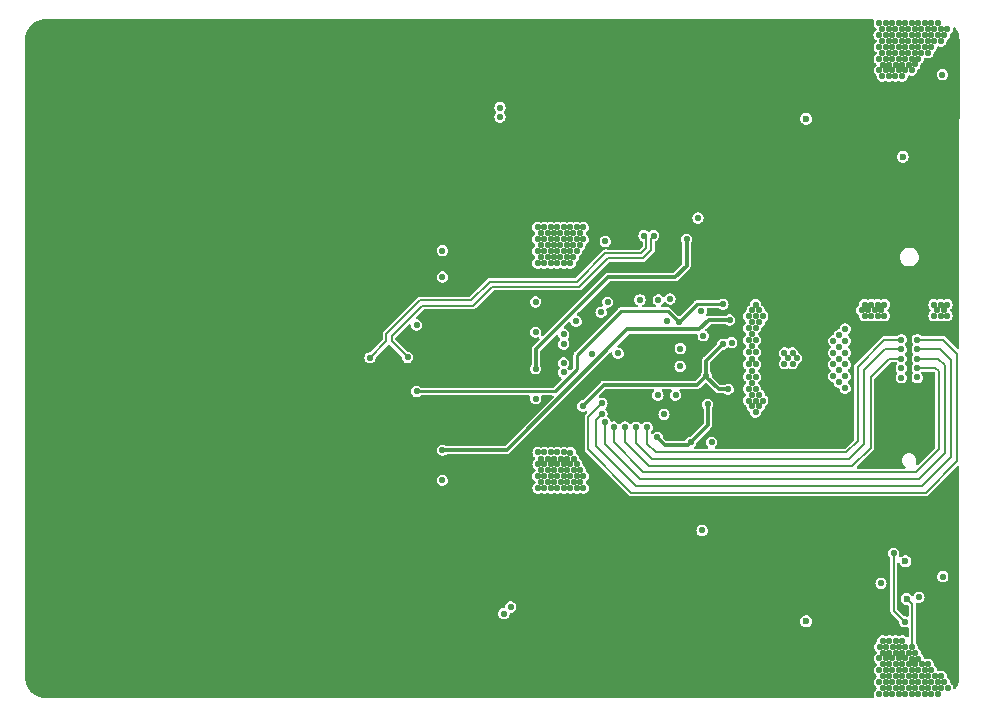
<source format=gbr>
%TF.GenerationSoftware,KiCad,Pcbnew,7.0.7*%
%TF.CreationDate,2024-03-27T22:15:01+01:00*%
%TF.ProjectId,SMPS_legged_robot_module,534d5053-5f6c-4656-9767-65645f726f62,1.0*%
%TF.SameCoordinates,PX116520PY4ddba40*%
%TF.FileFunction,Copper,L4,Inr*%
%TF.FilePolarity,Positive*%
%FSLAX46Y46*%
G04 Gerber Fmt 4.6, Leading zero omitted, Abs format (unit mm)*
G04 Created by KiCad (PCBNEW 7.0.7) date 2024-03-27 22:15:01*
%MOMM*%
%LPD*%
G01*
G04 APERTURE LIST*
%TA.AperFunction,ComponentPad*%
%ADD10C,0.700000*%
%TD*%
%TA.AperFunction,ComponentPad*%
%ADD11C,4.400000*%
%TD*%
%TA.AperFunction,ViaPad*%
%ADD12C,0.550000*%
%TD*%
%TA.AperFunction,ViaPad*%
%ADD13C,0.600000*%
%TD*%
%TA.AperFunction,Conductor*%
%ADD14C,0.200000*%
%TD*%
%TA.AperFunction,Conductor*%
%ADD15C,0.250000*%
%TD*%
%TA.AperFunction,Conductor*%
%ADD16C,0.300000*%
%TD*%
G04 APERTURE END LIST*
D10*
%TO.N,GND*%
%TO.C,H801*%
X105740000Y18440000D03*
X106223274Y19606726D03*
X106223274Y17273274D03*
X107390000Y20090000D03*
D11*
X107390000Y18440000D03*
D10*
X107390000Y16790000D03*
X108556726Y19606726D03*
X108556726Y17273274D03*
X109040000Y18440000D03*
%TD*%
%TO.N,GND*%
%TO.C,H802*%
X105740000Y-11560000D03*
X106223274Y-10393274D03*
X106223274Y-12726726D03*
X107390000Y-9910000D03*
D11*
X107390000Y-11560000D03*
D10*
X107390000Y-13210000D03*
X108556726Y-10393274D03*
X108556726Y-12726726D03*
X109040000Y-11560000D03*
%TD*%
D12*
%TO.N,GND*%
X136610000Y-23410000D03*
X133660000Y-23410000D03*
X137360000Y-23410000D03*
X135860000Y-23410000D03*
X135110000Y-23410000D03*
X138060000Y-23410000D03*
X134360000Y-23410000D03*
X138810000Y-23410000D03*
X132910000Y-23410000D03*
X132160000Y-23410000D03*
X138010000Y30090000D03*
X138760000Y30090000D03*
X137310000Y30090000D03*
X136560000Y30090000D03*
X135810000Y30090000D03*
X134310000Y30090000D03*
X135060000Y30090000D03*
X133610000Y30090000D03*
X132860000Y30090000D03*
X132110000Y30090000D03*
X154660000Y-18510000D03*
X156110000Y-18510000D03*
X153910000Y-18510000D03*
X153160000Y-18510000D03*
X155360000Y-18510000D03*
X157560000Y-18510000D03*
X162010000Y-18510000D03*
X167810000Y-18510000D03*
X164910000Y-18510000D03*
X160510000Y-18510000D03*
X161260000Y-18510000D03*
X162710000Y-18510000D03*
X158310000Y-18510000D03*
X167110000Y-18510000D03*
X164160000Y-18510000D03*
X159810000Y-18510000D03*
X163410000Y-18510000D03*
X165610000Y-18510000D03*
X166360000Y-18510000D03*
X151010000Y-18510000D03*
X152460000Y-18510000D03*
X148810000Y-18510000D03*
X148060000Y-18510000D03*
X150260000Y-18510000D03*
X149560000Y-18510000D03*
X151760000Y-18510000D03*
X167760000Y25090000D03*
X164860000Y25090000D03*
X166310000Y25090000D03*
X167060000Y25090000D03*
X164110000Y25090000D03*
X163360000Y25090000D03*
X165560000Y25090000D03*
X162660000Y25090000D03*
X159760000Y25090000D03*
X161210000Y25090000D03*
X161960000Y25090000D03*
X158260000Y25090000D03*
X160460000Y25090000D03*
X157510000Y25090000D03*
X154610000Y25090000D03*
X156060000Y25090000D03*
X153860000Y25090000D03*
X153110000Y25090000D03*
X155310000Y25090000D03*
X152410000Y25090000D03*
X149510000Y25090000D03*
X150960000Y25090000D03*
X151710000Y25090000D03*
X148760000Y25090000D03*
X148010000Y25090000D03*
X150210000Y25090000D03*
X125360000Y16840000D03*
X125360000Y15390000D03*
X125360000Y14640000D03*
X125360000Y17590000D03*
X125360000Y18340000D03*
X125360000Y16140000D03*
X125360000Y12440000D03*
X125360000Y10990000D03*
X125360000Y10240000D03*
X125360000Y13190000D03*
X125360000Y13940000D03*
X125360000Y11740000D03*
X125360000Y8040000D03*
X125360000Y9540000D03*
X125360000Y8790000D03*
X125360000Y5840000D03*
X125360000Y7340000D03*
X125360000Y6590000D03*
X125360000Y5140000D03*
X152710000Y13640000D03*
X152710000Y15140000D03*
X152710000Y12940000D03*
X152710000Y-8110000D03*
X152710000Y-7410000D03*
X152710000Y-6660000D03*
X152710000Y-5910000D03*
X162460000Y14540000D03*
X162460000Y13790000D03*
X162460000Y13040000D03*
X163710000Y-8760000D03*
X162860000Y-8760000D03*
X181860000Y-12660000D03*
X181310000Y-12660000D03*
X182410000Y-12660000D03*
X182410000Y19640000D03*
X181310000Y19640000D03*
X181860000Y19640000D03*
X181410000Y28490000D03*
X181960000Y29090000D03*
X180860000Y27890000D03*
X180310000Y27340000D03*
X182510000Y29690000D03*
X183060000Y30290000D03*
X183210000Y-23160000D03*
X182610000Y-22610000D03*
X182010000Y-22060000D03*
X180260000Y-20410000D03*
X181410000Y-21510000D03*
X180810000Y-20960000D03*
X177060000Y-13810000D03*
X177060000Y-12110000D03*
X177060000Y-11010000D03*
X177060000Y-9910000D03*
X177060000Y-8510000D03*
X177060000Y-5460000D03*
X177710000Y-4760000D03*
X177110000Y19190000D03*
X177110000Y18040000D03*
X177110000Y16940000D03*
X177110000Y15740000D03*
X177110000Y14640000D03*
X177110000Y13490000D03*
X180210000Y-4110000D03*
X178460000Y-4060000D03*
X180260000Y11090000D03*
X178510000Y11090000D03*
X182160000Y5940000D03*
X181210000Y5940000D03*
X180110000Y5940000D03*
X179010000Y5940000D03*
X177960000Y5940000D03*
X176860000Y5940000D03*
X173360000Y-1060000D03*
X172560000Y-1810000D03*
X171610000Y-2810000D03*
X170860000Y-3810000D03*
X170910000Y11890000D03*
X170910000Y11040000D03*
X170910000Y10190000D03*
D13*
X156160000Y3540000D03*
X156160000Y4340000D03*
X156160000Y2740000D03*
X158560000Y3540000D03*
X158560000Y4340000D03*
X158560000Y2740000D03*
D12*
X180335000Y265000D03*
X180610000Y740000D03*
X180885000Y265000D03*
X179235000Y265000D03*
X179510000Y740000D03*
X180060000Y740000D03*
X179785000Y265000D03*
X178135000Y315000D03*
X178410000Y790000D03*
X178960000Y790000D03*
X178685000Y315000D03*
X177585000Y315000D03*
X177860000Y790000D03*
X177310000Y790000D03*
X176760000Y790000D03*
X177035000Y315000D03*
X176760000Y-1110000D03*
X177310000Y-1110000D03*
X177035000Y-635000D03*
X177310000Y-160000D03*
X176760000Y-160000D03*
X142610000Y30340000D03*
X142610000Y30890000D03*
X143160000Y29790000D03*
X142610000Y29790000D03*
X143160000Y30340000D03*
X143160000Y30890000D03*
X142060000Y29790000D03*
X142060000Y30890000D03*
X142060000Y30340000D03*
X142610000Y-23460000D03*
X142610000Y-22910000D03*
X143160000Y-24010000D03*
X142610000Y-24010000D03*
X143160000Y-23460000D03*
X143160000Y-22910000D03*
X142060000Y-24010000D03*
X142060000Y-22910000D03*
X142060000Y-23460000D03*
X179410000Y-11060000D03*
X179410000Y-10510000D03*
X179960000Y-11610000D03*
X179410000Y-11610000D03*
X179960000Y-11060000D03*
X179960000Y-10510000D03*
X178860000Y-11610000D03*
X178860000Y-10510000D03*
X178860000Y-11060000D03*
X179410000Y17940000D03*
X179410000Y18490000D03*
X179960000Y17390000D03*
X179410000Y17390000D03*
X179960000Y17940000D03*
X179960000Y18490000D03*
X178860000Y17390000D03*
X178860000Y18490000D03*
X178860000Y17940000D03*
X166960000Y-20710000D03*
X166960000Y-21260000D03*
X161960000Y-21260000D03*
X161410000Y-20710000D03*
X166410000Y-20710000D03*
X161410000Y-21260000D03*
X166410000Y-20160000D03*
X166410000Y-21260000D03*
X166960000Y-20160000D03*
X161410000Y-20160000D03*
X162510000Y-20710000D03*
X161960000Y-20160000D03*
X165860000Y-21260000D03*
X162510000Y-21260000D03*
X165860000Y-20160000D03*
X162510000Y-20160000D03*
X165860000Y-20710000D03*
X161960000Y-20710000D03*
X154510000Y-20710000D03*
X154510000Y-21260000D03*
X149510000Y-21260000D03*
X148960000Y-20710000D03*
X153960000Y-20710000D03*
X148960000Y-21260000D03*
X153960000Y-20160000D03*
X153960000Y-21260000D03*
X154510000Y-20160000D03*
X148960000Y-20160000D03*
X150060000Y-20710000D03*
X149510000Y-20160000D03*
X153410000Y-21260000D03*
X150060000Y-21260000D03*
X153410000Y-20160000D03*
X150060000Y-20160000D03*
X153410000Y-20710000D03*
X149510000Y-20710000D03*
X166910000Y27490000D03*
X166910000Y26940000D03*
X161910000Y26940000D03*
X161360000Y27490000D03*
X166360000Y27490000D03*
X161360000Y26940000D03*
X166360000Y28040000D03*
X166360000Y26940000D03*
X166910000Y28040000D03*
X161360000Y28040000D03*
X162460000Y27490000D03*
X161910000Y28040000D03*
X165810000Y26940000D03*
X162460000Y26940000D03*
X165810000Y28040000D03*
X162460000Y28040000D03*
X165810000Y27490000D03*
X161910000Y27490000D03*
X148960000Y26940000D03*
X148960000Y27490000D03*
X148960000Y28040000D03*
X154510000Y28040000D03*
X154510000Y27490000D03*
X154510000Y26940000D03*
X153960000Y26940000D03*
X153960000Y27490000D03*
X153960000Y28040000D03*
X149510000Y26940000D03*
X149510000Y27490000D03*
X149510000Y28040000D03*
X153410000Y26940000D03*
X150060000Y26940000D03*
X150060000Y27490000D03*
X150060000Y28040000D03*
X153410000Y27490000D03*
X153410000Y28040000D03*
D13*
%TO.N,/Project Architecture/MVB_Filtered*%
X179160000Y-16890000D03*
D12*
%TO.N,GND*%
X148930000Y8770000D03*
X149560000Y8770000D03*
X150220000Y8760000D03*
X149560000Y-1700000D03*
X150220000Y-1710000D03*
X148930000Y-1700000D03*
X149110000Y6660000D03*
X149130000Y1460000D03*
X150920000Y260000D03*
%TO.N,+3V3*%
X182230000Y-15020000D03*
X182190000Y27490000D03*
%TO.N,/Project Architecture/Power - Converter/SW0*%
X137680000Y6280000D03*
X153300000Y7370000D03*
%TO.N,Net-(Q701-G)*%
X151190000Y6600000D03*
%TO.N,/Project Architecture/Power - Converter/SW1*%
X137670000Y660000D03*
%TO.N,Net-(Q705-G)*%
X164180000Y6710000D03*
%TO.N,/Project Architecture/Power - Converter/MVA_OUT*%
X161500000Y15340000D03*
%TO.N,/Project Architecture/Power - Converter/MVB_OUT*%
X161850000Y-11110000D03*
%TO.N,Net-(IC701B-FREQ_CFG)*%
X162650000Y-3640000D03*
%TO.N,/Project Architecture/Power - Converter/VDD33*%
X151740000Y-580000D03*
%TO.N,Net-(D601-K)*%
X161785000Y7440500D03*
%TO.N,GND*%
X162436000Y12298000D03*
%TO.N,/Project Architecture/Power - Converter/DRVCC*%
X159134000Y8488000D03*
%TO.N,/Project Architecture/Power - Converter/VDD25*%
X160890000Y-3640000D03*
%TO.N,Net-(IC701B-FREQ_CFG)*%
X159610072Y335315D03*
%TO.N,/Project Architecture/Power - Converter/VDD25*%
X158060000Y-3240000D03*
%TO.N,Net-(IC701B-VOUT0_CFG)*%
X158620000Y-1280000D03*
%TO.N,Net-(IC701B-ASEL1)*%
X158110212Y335161D03*
%TO.N,GND*%
X159280000Y-3230000D03*
%TO.N,/Project Architecture/Power - Connector /RUN1*%
X157190000Y-2370000D03*
%TO.N,/Project Architecture/Power - Connector /RUN0*%
X156270000Y-2370000D03*
%TO.N,/Project Architecture/Power - Connector /ALERT*%
X153658911Y-1961089D03*
%TO.N,/Project Architecture/Power - Connector /FAULT0*%
X154370000Y-2360000D03*
%TO.N,/Project Architecture/Power - Connector /FAULT1*%
X155310000Y-2360000D03*
%TO.N,/Project Architecture/Power - Connector /SDA*%
X153370000Y-1240000D03*
%TO.N,Net-(D602-K)*%
X153855000Y8210000D03*
%TO.N,GND*%
X182010000Y14990000D03*
X140460000Y-8760000D03*
X139760000Y-8760000D03*
X144660000Y-8760000D03*
X143960000Y-8760000D03*
X141160000Y-8760000D03*
X145360000Y-8760000D03*
X143260000Y-8760000D03*
X142560000Y-8760000D03*
X141860000Y-8760000D03*
X139760000Y15740000D03*
X141860000Y15740000D03*
X140460000Y15740000D03*
X141160000Y15740000D03*
X142560000Y15740000D03*
X143260000Y15740000D03*
X144660000Y15740000D03*
X143960000Y15740000D03*
X145360000Y15740000D03*
X154460000Y-8760000D03*
X156560000Y-8760000D03*
X159360000Y-8760000D03*
X155860000Y-8760000D03*
X160060000Y-8760000D03*
X160760000Y-8760000D03*
X155160000Y-8760000D03*
X153760000Y-8760000D03*
X157960000Y-8760000D03*
X158660000Y-8760000D03*
X157260000Y-8760000D03*
X153060000Y-8760000D03*
X150260000Y-8760000D03*
X147460000Y-8760000D03*
X149560000Y-8760000D03*
X148860000Y-8760000D03*
X148160000Y-8760000D03*
X150960000Y-8760000D03*
X152360000Y-8760000D03*
X151660000Y-8760000D03*
X158660000Y15740000D03*
X160760000Y15740000D03*
X160060000Y15740000D03*
X159360000Y15740000D03*
X155860000Y15740000D03*
X153060000Y15740000D03*
X155160000Y15740000D03*
X154460000Y15740000D03*
X153760000Y15740000D03*
X156560000Y15740000D03*
X157960000Y15740000D03*
X157260000Y15740000D03*
X152360000Y15740000D03*
X151660000Y15740000D03*
X150960000Y15740000D03*
X150260000Y15740000D03*
X149560000Y15740000D03*
X148860000Y15740000D03*
X148160000Y15740000D03*
X147460000Y15740000D03*
%TO.N,/Project Architecture/Power - Converter/shuntB+*%
X145650000Y-17590000D03*
%TO.N,/Project Architecture/Power - Converter/shuntB-*%
X145070000Y-18150000D03*
%TO.N,/Project Architecture/+VBAT_Filtered*%
X169860000Y3465000D03*
X166385000Y-1110000D03*
X166385000Y8015000D03*
X166085000Y-610000D03*
X165785000Y-110000D03*
X165785000Y7015000D03*
X166085000Y7515000D03*
X166685000Y-610000D03*
X166985000Y-110000D03*
X166385000Y-110000D03*
X166685000Y390000D03*
X166085000Y390000D03*
X166685000Y7515000D03*
X166985000Y7015000D03*
X166385000Y7015000D03*
X166685000Y6515000D03*
X166085000Y6515000D03*
X169510000Y3915000D03*
X169510000Y3015000D03*
X169160000Y3465000D03*
X168810000Y3015000D03*
X168810000Y3915000D03*
X165785000Y6015000D03*
X166385000Y6015000D03*
X166085000Y5490000D03*
X165785000Y4990000D03*
X166385000Y4990000D03*
X166085000Y4465000D03*
X165785000Y3965000D03*
X166385000Y3965000D03*
X166085000Y3440000D03*
X165785000Y2940000D03*
X166385000Y2940000D03*
X166085000Y2415000D03*
X165785000Y1915000D03*
X166385000Y1915000D03*
X166085000Y1390000D03*
X166385000Y890000D03*
X165785000Y890000D03*
%TO.N,/Project Architecture/Power - Connector /+VBAT_IN*%
X173460000Y5440000D03*
X172960000Y4940000D03*
X173460000Y4440000D03*
X173960000Y4940000D03*
X173960000Y5940000D03*
X172960000Y3940000D03*
X173460000Y3440000D03*
X172960000Y2940000D03*
X173460000Y2440000D03*
X173960000Y1940000D03*
X173460000Y1440000D03*
X172960000Y1940000D03*
X173960000Y3940000D03*
X173960000Y2940000D03*
X173960000Y940000D03*
X182035000Y8015000D03*
X181485000Y8015000D03*
X182585000Y8015000D03*
X181760000Y7540000D03*
X182310000Y7540000D03*
X181485000Y7065000D03*
X182585000Y7065000D03*
X182035000Y7065000D03*
X177285000Y7065000D03*
X176185000Y7065000D03*
X175635000Y7065000D03*
X176735000Y7065000D03*
X177010000Y7540000D03*
X175910000Y7540000D03*
X175360000Y7540000D03*
X176460000Y7540000D03*
X177285000Y8015000D03*
X176185000Y8015000D03*
X175635000Y8015000D03*
X176735000Y8015000D03*
%TO.N,/Project Architecture/Power - Converter/SW1*%
X163610000Y8040000D03*
%TO.N,Net-(IC701B-TSNS1)*%
X161940000Y5370000D03*
%TO.N,+3V3*%
X180060000Y1840000D03*
%TO.N,/Project Architecture/Power - Connector /FAULT0*%
X180060000Y2640000D03*
%TO.N,/Project Architecture/Power - Connector /ALERT*%
X180060000Y3440000D03*
%TO.N,/Project Architecture/Power - Connector /SDA*%
X180060000Y4240000D03*
%TO.N,/Project Architecture/Power - Connector /SCL*%
X180060000Y5040000D03*
D13*
%TO.N,GND*%
X157360000Y5140000D03*
X157960000Y4740000D03*
X156760000Y4740000D03*
X157960000Y2340000D03*
X157360000Y1940000D03*
X156760000Y2340000D03*
X156760000Y3940000D03*
X156760000Y3140000D03*
X157960000Y3140000D03*
X157960000Y3940000D03*
X157360000Y2740000D03*
X157360000Y4340000D03*
X157360000Y3540000D03*
D12*
%TO.N,+5V*%
X178710000Y1830000D03*
%TO.N,Net-(Q603-G)*%
X177000000Y-15590000D03*
%TO.N,/Project Architecture/Power - Converter/MVB_OUT*%
X179010000Y-18850000D03*
%TO.N,/Project Architecture/Power - Connector /RUN1*%
X178710000Y5040000D03*
%TO.N,/Project Architecture/Power - Connector /FAULT1*%
X178710000Y3440000D03*
%TO.N,/Project Architecture/Power - Connector /RUN0*%
X178710000Y4240000D03*
%TO.N,GND*%
X161760000Y640000D03*
%TO.N,+12V*%
X178710000Y2640000D03*
X158894800Y6610049D03*
D13*
%TO.N,Net-(IC602-GATE)*%
X170660000Y-18810000D03*
D12*
X180210000Y-16770000D03*
%TO.N,/Project Architecture/Power - Converter/MVA_OUT*%
X154739113Y3891315D03*
%TO.N,Net-(IC701B-TSNS0)*%
X152550000Y3870000D03*
%TO.N,Net-(IC701B-ITHR1)*%
X164360000Y4790000D03*
X159990000Y2780000D03*
%TO.N,Net-(IC701A-VIN)*%
X158134500Y8400000D03*
X156585500Y8420000D03*
%TO.N,/Project Architecture/Power - Converter/VDD25*%
X162320000Y-440000D03*
%TO.N,/Project Architecture/Power - Converter/VDD33*%
X164050000Y850000D03*
X163600000Y4660000D03*
X162190000Y1980000D03*
%TO.N,/Project Architecture/Power - Converter/MVB_OUT*%
X160000000Y4290000D03*
X178070000Y-13040000D03*
%TO.N,/Project Architecture/MVA_Filtered*%
X176840000Y30830000D03*
X178220000Y29330000D03*
X180420000Y30330000D03*
X179045000Y31830000D03*
X178495000Y29820000D03*
X181790000Y30830000D03*
X181240000Y31840000D03*
X181790000Y31840000D03*
X180970000Y29330000D03*
X178495000Y30830000D03*
X178770000Y27340000D03*
X177675000Y28330000D03*
X179590000Y29830000D03*
X178220000Y30330000D03*
X177395000Y31830000D03*
X179320000Y31330000D03*
X177125000Y28330000D03*
X177395000Y29820000D03*
X178770000Y30330000D03*
X178775000Y28330000D03*
X179325000Y28330000D03*
X179590000Y30830000D03*
X177945000Y29820000D03*
X181520000Y31330000D03*
X177670000Y29330000D03*
X180140000Y30830000D03*
X180140000Y28830000D03*
X180140000Y29830000D03*
X178220000Y31330000D03*
X178770000Y29330000D03*
X179590000Y28830000D03*
X178225000Y28330000D03*
X180690000Y30830000D03*
X180970000Y30330000D03*
X177945000Y30830000D03*
X178500000Y27840000D03*
X176845000Y28820000D03*
X181240000Y30830000D03*
X179870000Y29330000D03*
X177120000Y29330000D03*
X177400000Y27840000D03*
X182620000Y31330000D03*
X179870000Y31330000D03*
X177120000Y31330000D03*
X180420000Y31330000D03*
X179320000Y29330000D03*
X177945000Y31830000D03*
X177670000Y27340000D03*
X177670000Y31330000D03*
X179045000Y30830000D03*
X178770000Y31330000D03*
X177670000Y30330000D03*
X180420000Y29330000D03*
X178495000Y31830000D03*
X178220000Y27340000D03*
X180690000Y31840000D03*
X179045000Y28820000D03*
X176845000Y31830000D03*
X179590000Y31840000D03*
X180690000Y29830000D03*
X181240000Y29830000D03*
X182070000Y30330000D03*
X182340000Y30830000D03*
X177120000Y27340000D03*
X180140000Y31840000D03*
X177945000Y28820000D03*
X177395000Y28820000D03*
X179320000Y30330000D03*
X180970000Y31330000D03*
X176845000Y29820000D03*
X178495000Y28820000D03*
X177395000Y30830000D03*
X181520000Y30330000D03*
X179045000Y29820000D03*
X179595000Y27850000D03*
X176850000Y27840000D03*
X182070000Y31330000D03*
X179870000Y30330000D03*
X177120000Y30330000D03*
X179870000Y28340000D03*
X177950000Y27840000D03*
X179050000Y27840000D03*
%TO.N,/Project Architecture/MVB_Filtered*%
X182640000Y-24460000D03*
X179065000Y-22950000D03*
X179065000Y-24960000D03*
X177965000Y-24960000D03*
X179610000Y-21960000D03*
X179890000Y-21470000D03*
X179340000Y-23460000D03*
X178790000Y-24460000D03*
X177420000Y-20970000D03*
X178790000Y-22460000D03*
X180440000Y-23460000D03*
X177695000Y-21460000D03*
X177965000Y-21950000D03*
X178795000Y-21460000D03*
X178520000Y-20970000D03*
X179340000Y-22460000D03*
X177690000Y-20470000D03*
X177965000Y-23960000D03*
X176865000Y-21950000D03*
X178515000Y-22950000D03*
X179065000Y-21950000D03*
X177690000Y-23460000D03*
X177965000Y-22950000D03*
X176860000Y-23960000D03*
X177415000Y-21950000D03*
X177415000Y-23960000D03*
X179890000Y-22460000D03*
X179890000Y-24460000D03*
X178245000Y-21460000D03*
X179070000Y-20970000D03*
X180990000Y-22460000D03*
X177415000Y-22950000D03*
X177145000Y-21460000D03*
X177140000Y-24460000D03*
X179890000Y-23460000D03*
X178240000Y-22460000D03*
X178240000Y-23460000D03*
X182090000Y-23460000D03*
X180440000Y-22460000D03*
X181260000Y-23960000D03*
X177140000Y-20470000D03*
X178790000Y-20470000D03*
X180990000Y-23460000D03*
X181810000Y-23960000D03*
X180710000Y-22960000D03*
X180160000Y-23960000D03*
X180160000Y-21960000D03*
X179615000Y-20980000D03*
X182090000Y-24460000D03*
X176865000Y-24960000D03*
X177690000Y-24460000D03*
X177140000Y-23460000D03*
X177415000Y-24960000D03*
X177970000Y-20970000D03*
X179345000Y-21460000D03*
X178240000Y-20470000D03*
X181540000Y-23460000D03*
X178515000Y-23960000D03*
X176870000Y-20970000D03*
X180710000Y-23960000D03*
X179610000Y-23960000D03*
X179340000Y-24460000D03*
X179610000Y-24970000D03*
X179065000Y-23960000D03*
X181260000Y-24970000D03*
X178515000Y-24960000D03*
X180710000Y-24970000D03*
X178790000Y-23460000D03*
X178515000Y-21950000D03*
X180990000Y-24460000D03*
X180440000Y-24460000D03*
X181540000Y-24460000D03*
X178240000Y-24460000D03*
X179610000Y-22960000D03*
X181810000Y-24970000D03*
X182360000Y-23960000D03*
X177690000Y-22460000D03*
X176865000Y-22950000D03*
X180160000Y-22960000D03*
X181260000Y-22960000D03*
X177140000Y-22460000D03*
X180160000Y-24970000D03*
%TO.N,/Project Architecture/Power - Connector /SCL*%
X153378733Y-353733D03*
D13*
%TO.N,Net-(Q601-G)*%
X178830000Y20530000D03*
X170660000Y23740000D03*
%TO.N,Net-(Q603-G)*%
X179070000Y-13710000D03*
D12*
%TO.N,Net-(Q701-G)*%
X139860000Y10340000D03*
X139860000Y12590000D03*
%TO.N,Net-(Q702-G)*%
X147760000Y5680000D03*
X153650000Y13360000D03*
X147760000Y8240000D03*
%TO.N,Net-(Q705-G)*%
X139860000Y-4310000D03*
X139860000Y-6860000D03*
%TO.N,Net-(Q706-G)*%
X160530000Y13550000D03*
X147760000Y40000D03*
X147760000Y2570000D03*
%TO.N,/Project Architecture/Power - Converter/Vin*%
X150135000Y13540000D03*
X151230000Y13540000D03*
X150155000Y-6520000D03*
X150430000Y-7020000D03*
X151780000Y14550000D03*
X150700000Y-6520000D03*
X150980000Y-6020000D03*
X151230000Y14550000D03*
X149585000Y11530000D03*
X148780000Y-7020000D03*
X148505000Y-5510000D03*
X149605000Y-7520000D03*
X149605000Y-6520000D03*
X151510000Y14040000D03*
X147930000Y13540000D03*
X149585000Y13540000D03*
X150430000Y-6020000D03*
X150680000Y13540000D03*
X149605000Y-4510000D03*
X149880000Y-7020000D03*
X147955000Y-5510000D03*
X151250000Y-7530000D03*
X149585000Y12530000D03*
X148230000Y-6020000D03*
X150680000Y11540000D03*
X150135000Y11530000D03*
X148230000Y-7020000D03*
X148760000Y14040000D03*
X149055000Y-4510000D03*
X148760000Y12040000D03*
X149035000Y13540000D03*
X149330000Y-7020000D03*
X149860000Y12040000D03*
X150980000Y-5020000D03*
X149055000Y-6520000D03*
X148505000Y-4510000D03*
X151230000Y12540000D03*
X149860000Y14040000D03*
X149330000Y-6020000D03*
X149605000Y-5510000D03*
X150960000Y14040000D03*
X151510000Y13040000D03*
X150155000Y-4510000D03*
X150135000Y12530000D03*
X149330000Y-5020000D03*
X150980000Y-7020000D03*
X148505000Y-7520000D03*
X148760000Y13040000D03*
X148485000Y11530000D03*
X148210000Y14040000D03*
X149310000Y13040000D03*
X150410000Y14040000D03*
X148210000Y13040000D03*
X150155000Y-5510000D03*
X148485000Y14540000D03*
X147955000Y-7520000D03*
X151780000Y13540000D03*
X148485000Y13540000D03*
X149310000Y12040000D03*
X149055000Y-7520000D03*
X148210000Y12040000D03*
X149035000Y12530000D03*
X149035000Y11530000D03*
X150155000Y-7520000D03*
X147935000Y12530000D03*
X149035000Y14540000D03*
X149880000Y-5020000D03*
X147935000Y11530000D03*
X150680000Y12540000D03*
X151530000Y-7020000D03*
X147955000Y-4510000D03*
X151250000Y-6520000D03*
X149055000Y-5510000D03*
X148230000Y-5020000D03*
X150410000Y12040000D03*
X149880000Y-6020000D03*
X148780000Y-6020000D03*
X148485000Y12530000D03*
X148505000Y-6520000D03*
X150700000Y-4520000D03*
X150135000Y14540000D03*
X150960000Y12040000D03*
X147935000Y14540000D03*
X151250000Y-5520000D03*
X150960000Y13040000D03*
X151800000Y-6520000D03*
X150410000Y13040000D03*
X151530000Y-6020000D03*
X149860000Y13040000D03*
X150700000Y-5520000D03*
X147950000Y-6520000D03*
X149310000Y14040000D03*
X150680000Y14550000D03*
X150700000Y-7530000D03*
X150430000Y-5020000D03*
X151800000Y-7530000D03*
X148780000Y-5020000D03*
X149585000Y14540000D03*
%TO.N,/Project Architecture/Power - Converter/SW1*%
X159880000Y6530000D03*
%TO.N,/Project Architecture/Power - Converter/shuntIn+*%
X157735799Y13851821D03*
X136909500Y3540000D03*
%TO.N,/Project Architecture/Power - Converter/shuntIn-*%
X156935799Y13851821D03*
X133734117Y3510557D03*
%TO.N,/Project Architecture/Power - Converter/shuntB-*%
X150128775Y3065000D03*
%TO.N,/Project Architecture/Power - Converter/shuntB+*%
X150128775Y2265000D03*
%TO.N,/Project Architecture/Power - Converter/shuntA-*%
X144741149Y24690000D03*
X150131440Y5480000D03*
%TO.N,/Project Architecture/Power - Converter/shuntA+*%
X150131440Y4680000D03*
X144741149Y23890000D03*
%TD*%
D14*
%TO.N,/Project Architecture/MVB_Filtered*%
X179160000Y-16890000D02*
X179630000Y-17360000D01*
X179630000Y-17360000D02*
X179630000Y-19143884D01*
X179630000Y-20965000D02*
X179615000Y-20980000D01*
X179630000Y-19143884D02*
X179630000Y-20965000D01*
D15*
%TO.N,/Project Architecture/Power - Converter/SW1*%
X158960000Y7450000D02*
X159880000Y6530000D01*
X154980000Y7450000D02*
X158960000Y7450000D01*
X151280000Y3750000D02*
X154980000Y7450000D01*
X149372304Y660000D02*
X151280000Y2567696D01*
X151280000Y2567696D02*
X151280000Y3750000D01*
X137670000Y660000D02*
X149372304Y660000D01*
D16*
%TO.N,Net-(Q706-G)*%
X159560000Y10340000D02*
X160530000Y11310000D01*
X153870000Y10340000D02*
X159560000Y10340000D01*
X147760000Y4230000D02*
X153870000Y10340000D01*
X147760000Y2570000D02*
X147760000Y4230000D01*
X160530000Y11310000D02*
X160530000Y13550000D01*
%TO.N,Net-(Q705-G)*%
X161591116Y5905000D02*
X162396116Y6710000D01*
X162396116Y6710000D02*
X164180000Y6710000D01*
X145310000Y-4310000D02*
X155525000Y5905000D01*
X155525000Y5905000D02*
X161591116Y5905000D01*
X139860000Y-4310000D02*
X145310000Y-4310000D01*
%TO.N,/Project Architecture/Power - Converter/VDD25*%
X162320000Y-440000D02*
X162320000Y-2210000D01*
X162320000Y-2210000D02*
X160890000Y-3640000D01*
%TO.N,/Project Architecture/Power - Converter/VDD33*%
X153550000Y1230000D02*
X161440000Y1230000D01*
X161440000Y1230000D02*
X162190000Y1980000D01*
X151740000Y-580000D02*
X153550000Y1230000D01*
D14*
%TO.N,/Project Architecture/Power - Converter/shuntIn-*%
X157110798Y12808998D02*
X157110798Y13676822D01*
X153666800Y12365000D02*
X156666800Y12365000D01*
X143866800Y9965000D02*
X151266800Y9965000D01*
X142266800Y8365000D02*
X143866800Y9965000D01*
X137966800Y8365000D02*
X142266800Y8365000D01*
X135111529Y5509729D02*
X137966800Y8365000D01*
X135111529Y4887969D02*
X135111529Y5509729D01*
X133734117Y3510557D02*
X135111529Y4887969D01*
%TO.N,/Project Architecture/Power - Converter/shuntIn+*%
X157560800Y13676822D02*
X157735799Y13851821D01*
X157560800Y12622600D02*
X157560800Y13676822D01*
X153853200Y11915000D02*
X156853200Y11915000D01*
%TO.N,/Project Architecture/Power - Converter/shuntIn-*%
X157110798Y13676822D02*
X156935799Y13851821D01*
%TO.N,/Project Architecture/Power - Converter/shuntIn+*%
X151453200Y9515000D02*
X153853200Y11915000D01*
%TO.N,/Project Architecture/Power - Converter/shuntIn-*%
X151266800Y9965000D02*
X153666800Y12365000D01*
%TO.N,/Project Architecture/Power - Converter/shuntIn+*%
X144053200Y9515000D02*
X151453200Y9515000D01*
X142453200Y7915000D02*
X144053200Y9515000D01*
X136909500Y3540000D02*
X135561531Y4887969D01*
%TO.N,/Project Architecture/Power - Converter/shuntIn-*%
X156666800Y12365000D02*
X157110798Y12808998D01*
%TO.N,/Project Architecture/Power - Converter/shuntIn+*%
X156853200Y11915000D02*
X157560800Y12622600D01*
X135561531Y5323331D02*
X138153200Y7915000D01*
X135561531Y4887969D02*
X135561531Y5323331D01*
X138153200Y7915000D02*
X142453200Y7915000D01*
D16*
%TO.N,/Project Architecture/Power - Converter/VDD25*%
X158720000Y-3900000D02*
X158060000Y-3240000D01*
X160630000Y-3900000D02*
X158720000Y-3900000D01*
X160890000Y-3640000D02*
X160630000Y-3900000D01*
D14*
%TO.N,/Project Architecture/Power - Connector /SCL*%
X183440000Y-5230000D02*
X183440000Y3860000D01*
X155860000Y-7900000D02*
X180770000Y-7900000D01*
X152210000Y-4250000D02*
X155860000Y-7900000D01*
X180770000Y-7900000D02*
X183440000Y-5230000D01*
X182260000Y5040000D02*
X180060000Y5040000D01*
X152210000Y-1522466D02*
X152210000Y-4250000D01*
X153378733Y-353733D02*
X152210000Y-1522466D01*
X183440000Y3860000D02*
X182260000Y5040000D01*
%TO.N,/Project Architecture/Power - Connector /ALERT*%
X181840000Y3440000D02*
X180060000Y3440000D01*
X182420000Y-4540000D02*
X182420000Y2860000D01*
X156580000Y-6750000D02*
X180210000Y-6750000D01*
X153658911Y-3828911D02*
X156580000Y-6750000D01*
X182420000Y2860000D02*
X181840000Y3440000D01*
X153658911Y-1961089D02*
X153658911Y-3828911D01*
X180210000Y-6750000D02*
X182420000Y-4540000D01*
%TO.N,/Project Architecture/Power - Connector /FAULT0*%
X181870000Y2380000D02*
X181610000Y2640000D01*
X181870000Y-4240000D02*
X181870000Y2380000D01*
X179940000Y-6170000D02*
X181870000Y-4240000D01*
X154370000Y-2360000D02*
X154370000Y-3660000D01*
X154370000Y-3660000D02*
X156880000Y-6170000D01*
X156880000Y-6170000D02*
X179940000Y-6170000D01*
X181610000Y2640000D02*
X180060000Y2640000D01*
%TO.N,/Project Architecture/Power - Connector /SDA*%
X180500000Y-7340000D02*
X182920000Y-4920000D01*
X182020000Y4240000D02*
X180060000Y4240000D01*
X156260000Y-7340000D02*
X180500000Y-7340000D01*
X152870000Y-3950000D02*
X156260000Y-7340000D01*
X152870000Y-1740000D02*
X152870000Y-3950000D01*
X182920000Y-4920000D02*
X182920000Y3340000D01*
X153370000Y-1240000D02*
X152870000Y-1740000D01*
X182920000Y3340000D02*
X182020000Y4240000D01*
%TO.N,/Project Architecture/Power - Connector /FAULT1*%
X176110000Y1850000D02*
X177700000Y3440000D01*
X176110000Y-4090000D02*
X176110000Y1850000D01*
X177700000Y3440000D02*
X178710000Y3440000D01*
X174560000Y-5640000D02*
X176110000Y-4090000D01*
X155310000Y-3630000D02*
X157320000Y-5640000D01*
X155310000Y-2360000D02*
X155310000Y-3630000D01*
X157320000Y-5640000D02*
X174560000Y-5640000D01*
%TO.N,/Project Architecture/Power - Connector /RUN0*%
X175530000Y2470000D02*
X177310000Y4250000D01*
X174300000Y-5040000D02*
X175530000Y-3810000D01*
X157630000Y-5040000D02*
X174300000Y-5040000D01*
X177310000Y4250000D02*
X178700000Y4250000D01*
X178700000Y4250000D02*
X178710000Y4240000D01*
X156270000Y-3680000D02*
X157630000Y-5040000D01*
X156270000Y-2370000D02*
X156270000Y-3680000D01*
X175530000Y-3810000D02*
X175530000Y2470000D01*
%TO.N,/Project Architecture/Power - Connector /RUN1*%
X177290000Y5040000D02*
X178710000Y5040000D01*
X175020000Y2770000D02*
X177290000Y5040000D01*
X157930000Y-4510000D02*
X174040000Y-4510000D01*
X175020000Y-3530000D02*
X175020000Y2770000D01*
X157190000Y-3770000D02*
X157930000Y-4510000D01*
X174040000Y-4510000D02*
X175020000Y-3530000D01*
X157190000Y-2370000D02*
X157190000Y-3770000D01*
D15*
%TO.N,/Project Architecture/Power - Converter/SW1*%
X161390000Y8040000D02*
X163610000Y8040000D01*
X159880000Y6530000D02*
X161390000Y8040000D01*
D14*
%TO.N,/Project Architecture/Power - Converter/MVB_OUT*%
X178070000Y-13040000D02*
X178070000Y-17910000D01*
X178070000Y-17910000D02*
X179010000Y-18850000D01*
D16*
%TO.N,/Project Architecture/Power - Converter/VDD33*%
X163250000Y850000D02*
X164050000Y850000D01*
X162190000Y1910000D02*
X163250000Y850000D01*
X162190000Y1980000D02*
X162190000Y1910000D01*
X163580000Y4660000D02*
X163600000Y4660000D01*
X162190000Y3270000D02*
X163580000Y4660000D01*
X162190000Y1980000D02*
X162190000Y3270000D01*
%TD*%
%TA.AperFunction,Conductor*%
%TO.N,GND*%
G36*
X176360530Y32169815D02*
G01*
X176406285Y32117011D01*
X176416229Y32047853D01*
X176406286Y32013993D01*
X176388636Y31975342D01*
X176384068Y31965340D01*
X176384068Y31965338D01*
X176364610Y31830000D01*
X176384068Y31694663D01*
X176384070Y31694655D01*
X176440867Y31570286D01*
X176440872Y31570279D01*
X176500335Y31501655D01*
X176530411Y31466945D01*
X176578683Y31435923D01*
X176624438Y31383119D01*
X176634382Y31313961D01*
X176605357Y31250405D01*
X176578684Y31227292D01*
X176525413Y31193057D01*
X176525409Y31193054D01*
X176435872Y31089722D01*
X176435867Y31089715D01*
X176379070Y30965346D01*
X176379068Y30965338D01*
X176359610Y30830001D01*
X176379068Y30694663D01*
X176379070Y30694655D01*
X176435867Y30570286D01*
X176435872Y30570279D01*
X176525409Y30466947D01*
X176525411Y30466945D01*
X176570787Y30437784D01*
X176582649Y30430161D01*
X176628404Y30377357D01*
X176636845Y30338551D01*
X176638350Y30338767D01*
X176638375Y30338593D01*
X176637762Y30334338D01*
X176639610Y30325845D01*
X176639610Y30321132D01*
X176635863Y30321132D01*
X176628424Y30269435D01*
X176582674Y30216642D01*
X176530411Y30183055D01*
X176530409Y30183054D01*
X176440872Y30079722D01*
X176440867Y30079715D01*
X176384070Y29955346D01*
X176384068Y29955338D01*
X176364610Y29820001D01*
X176384068Y29684663D01*
X176384070Y29684655D01*
X176440867Y29560286D01*
X176440872Y29560279D01*
X176530409Y29456947D01*
X176530413Y29456943D01*
X176581182Y29424317D01*
X176626938Y29371514D01*
X176636882Y29302356D01*
X176607858Y29238799D01*
X176581185Y29215686D01*
X176530410Y29183055D01*
X176530409Y29183054D01*
X176440872Y29079722D01*
X176440867Y29079715D01*
X176384070Y28955346D01*
X176384068Y28955338D01*
X176364610Y28820000D01*
X176384068Y28684663D01*
X176384070Y28684655D01*
X176440867Y28560286D01*
X176440872Y28560279D01*
X176530409Y28456947D01*
X176530411Y28456945D01*
X176530413Y28456944D01*
X176568122Y28432710D01*
X176613878Y28379907D01*
X176623822Y28310749D01*
X176594798Y28247193D01*
X176568124Y28224079D01*
X176535413Y28203057D01*
X176535409Y28203054D01*
X176445872Y28099722D01*
X176445867Y28099715D01*
X176389070Y27975346D01*
X176389068Y27975338D01*
X176369610Y27840000D01*
X176389068Y27704663D01*
X176389070Y27704655D01*
X176445867Y27580286D01*
X176445872Y27580279D01*
X176535409Y27476947D01*
X176535411Y27476945D01*
X176582649Y27446588D01*
X176628403Y27393787D01*
X176638199Y27348757D01*
X176638348Y27348778D01*
X176638646Y27346702D01*
X176639610Y27342273D01*
X176639609Y27340001D01*
X176659068Y27204663D01*
X176659070Y27204655D01*
X176715867Y27080286D01*
X176715872Y27080279D01*
X176805409Y26976947D01*
X176805413Y26976943D01*
X176865979Y26938021D01*
X176920439Y26903022D01*
X176986036Y26883761D01*
X177051632Y26864500D01*
X177051633Y26864500D01*
X177188367Y26864500D01*
X177319561Y26903022D01*
X177327958Y26908419D01*
X177394998Y26928105D01*
X177462035Y26908423D01*
X177470439Y26903022D01*
X177536036Y26883761D01*
X177601632Y26864500D01*
X177601633Y26864500D01*
X177738367Y26864500D01*
X177869561Y26903022D01*
X177877958Y26908419D01*
X177944998Y26928105D01*
X178012035Y26908423D01*
X178012040Y26908420D01*
X178012041Y26908419D01*
X178020439Y26903022D01*
X178151632Y26864500D01*
X178151633Y26864500D01*
X178288367Y26864500D01*
X178419561Y26903022D01*
X178427958Y26908419D01*
X178494998Y26928105D01*
X178562035Y26908423D01*
X178562040Y26908420D01*
X178562041Y26908419D01*
X178570439Y26903022D01*
X178701632Y26864500D01*
X178701633Y26864500D01*
X178838367Y26864500D01*
X178969561Y26903022D01*
X179084589Y26976945D01*
X179174130Y27080282D01*
X179230931Y27204658D01*
X179245973Y27309283D01*
X179274998Y27372837D01*
X179333775Y27410612D01*
X179403646Y27410612D01*
X179526632Y27374500D01*
X179526633Y27374500D01*
X179663367Y27374500D01*
X179794561Y27413022D01*
X179909589Y27486945D01*
X179912237Y27490001D01*
X181709610Y27490001D01*
X181729068Y27354663D01*
X181729070Y27354655D01*
X181785867Y27230286D01*
X181785872Y27230279D01*
X181875409Y27126947D01*
X181875413Y27126943D01*
X181935979Y27088021D01*
X181990439Y27053022D01*
X182056036Y27033761D01*
X182121632Y27014500D01*
X182121633Y27014500D01*
X182258367Y27014500D01*
X182389561Y27053022D01*
X182504589Y27126945D01*
X182594130Y27230282D01*
X182650931Y27354658D01*
X182670390Y27490000D01*
X182650931Y27625342D01*
X182614710Y27704655D01*
X182594132Y27749715D01*
X182594127Y27749722D01*
X182504590Y27853054D01*
X182504586Y27853058D01*
X182389559Y27926979D01*
X182258368Y27965500D01*
X182258367Y27965500D01*
X182121633Y27965500D01*
X182121632Y27965500D01*
X181990440Y27926979D01*
X181875413Y27853058D01*
X181875409Y27853054D01*
X181785872Y27749722D01*
X181785867Y27749715D01*
X181729070Y27625346D01*
X181729068Y27625338D01*
X181709610Y27490001D01*
X179912237Y27490001D01*
X179999130Y27590282D01*
X180055931Y27714658D01*
X180075390Y27850000D01*
X180075389Y27850003D01*
X180076323Y27856494D01*
X180105347Y27920050D01*
X180132019Y27943162D01*
X180184589Y27976945D01*
X180274130Y28080282D01*
X180330931Y28204658D01*
X180350390Y28340000D01*
X180350389Y28340001D01*
X180351652Y28348779D01*
X180355091Y28348285D01*
X180370075Y28399311D01*
X180407352Y28436588D01*
X180454586Y28466943D01*
X180454586Y28466944D01*
X180454589Y28466945D01*
X180544130Y28570282D01*
X180600931Y28694658D01*
X180614796Y28791097D01*
X180643820Y28854651D01*
X180702598Y28892426D01*
X180772469Y28892426D01*
X180901632Y28854500D01*
X180901633Y28854500D01*
X181038367Y28854500D01*
X181169561Y28893022D01*
X181284589Y28966945D01*
X181374130Y29070282D01*
X181430931Y29194658D01*
X181450390Y29330000D01*
X181450390Y29330002D01*
X181450390Y29332273D01*
X181451029Y29334453D01*
X181451652Y29338779D01*
X181452274Y29338690D01*
X181470075Y29399312D01*
X181507347Y29436586D01*
X181554589Y29466945D01*
X181644130Y29570282D01*
X181700931Y29694658D01*
X181714796Y29791097D01*
X181743820Y29854651D01*
X181802598Y29892426D01*
X181872469Y29892426D01*
X182001632Y29854500D01*
X182001633Y29854500D01*
X182138367Y29854500D01*
X182269561Y29893022D01*
X182384589Y29966945D01*
X182474130Y30070282D01*
X182530931Y30194658D01*
X182550390Y30330000D01*
X182550390Y30330002D01*
X182550390Y30332273D01*
X182551029Y30334453D01*
X182551652Y30338779D01*
X182552274Y30338690D01*
X182570075Y30399312D01*
X182607347Y30436586D01*
X182654589Y30466945D01*
X182744130Y30570282D01*
X182800931Y30694658D01*
X182820390Y30830000D01*
X182820389Y30830001D01*
X182821652Y30838779D01*
X182824084Y30838430D01*
X182840075Y30892885D01*
X182877347Y30930159D01*
X182934589Y30966945D01*
X183024130Y31070282D01*
X183080931Y31194658D01*
X183100390Y31330000D01*
X183096075Y31360010D01*
X183106018Y31429165D01*
X183151772Y31481970D01*
X183218812Y31501655D01*
X183285851Y31481971D01*
X183318080Y31451966D01*
X183362257Y31392953D01*
X183371822Y31378069D01*
X183482949Y31174557D01*
X183490299Y31158463D01*
X183571333Y30941201D01*
X183576317Y30924226D01*
X183625606Y30697648D01*
X183628124Y30680136D01*
X183645127Y30442414D01*
X183645285Y30437963D01*
X183639511Y16987234D01*
X183639507Y16987145D01*
X183639500Y16961122D01*
X183639487Y16931762D01*
X183639492Y16931646D01*
X183636396Y4387906D01*
X183616695Y4320872D01*
X183563880Y4275130D01*
X183494719Y4265203D01*
X183431170Y4294244D01*
X183424715Y4300256D01*
X182516922Y5208049D01*
X182511278Y5214535D01*
X182503956Y5224230D01*
X182468624Y5256440D01*
X182466573Y5258398D01*
X182452797Y5272174D01*
X182450586Y5273689D01*
X182443853Y5279022D01*
X182420933Y5299916D01*
X182414470Y5302420D01*
X182389192Y5315744D01*
X182383481Y5319656D01*
X182383478Y5319657D01*
X182383479Y5319657D01*
X182353302Y5326756D01*
X182345094Y5329297D01*
X182316173Y5340500D01*
X182309249Y5340500D01*
X182280858Y5343794D01*
X182274119Y5345379D01*
X182243409Y5341095D01*
X182234834Y5340500D01*
X180485422Y5340500D01*
X180418383Y5360185D01*
X180391710Y5383297D01*
X180374591Y5403053D01*
X180374586Y5403058D01*
X180259559Y5476979D01*
X180128368Y5515500D01*
X180128367Y5515500D01*
X179991633Y5515500D01*
X179991632Y5515500D01*
X179860440Y5476979D01*
X179745413Y5403058D01*
X179745409Y5403054D01*
X179655872Y5299722D01*
X179655867Y5299715D01*
X179599070Y5175346D01*
X179599068Y5175338D01*
X179579610Y5040000D01*
X179599068Y4904663D01*
X179599070Y4904655D01*
X179655867Y4780286D01*
X179655870Y4780282D01*
X179707062Y4721202D01*
X179736086Y4657646D01*
X179726142Y4588487D01*
X179707062Y4558798D01*
X179655870Y4499719D01*
X179655867Y4499715D01*
X179599070Y4375346D01*
X179599068Y4375338D01*
X179579610Y4240000D01*
X179599068Y4104663D01*
X179599070Y4104655D01*
X179655867Y3980286D01*
X179655870Y3980282D01*
X179707062Y3921202D01*
X179736086Y3857646D01*
X179726142Y3788487D01*
X179707062Y3758798D01*
X179655870Y3699719D01*
X179655867Y3699715D01*
X179599070Y3575346D01*
X179599068Y3575338D01*
X179579610Y3440000D01*
X179599068Y3304663D01*
X179599070Y3304655D01*
X179655867Y3180286D01*
X179655870Y3180282D01*
X179707062Y3121202D01*
X179736086Y3057646D01*
X179726142Y2988487D01*
X179707062Y2958798D01*
X179655870Y2899719D01*
X179655867Y2899715D01*
X179599070Y2775346D01*
X179599068Y2775338D01*
X179579610Y2640000D01*
X179599068Y2504663D01*
X179599070Y2504655D01*
X179655867Y2380286D01*
X179655870Y2380282D01*
X179707062Y2321202D01*
X179736086Y2257646D01*
X179726142Y2188487D01*
X179707062Y2158798D01*
X179655870Y2099719D01*
X179655867Y2099715D01*
X179599070Y1975346D01*
X179599068Y1975338D01*
X179579610Y1840000D01*
X179599068Y1704663D01*
X179599070Y1704655D01*
X179655867Y1580286D01*
X179655872Y1580279D01*
X179745409Y1476947D01*
X179745413Y1476943D01*
X179788400Y1449318D01*
X179860439Y1403022D01*
X179887341Y1395123D01*
X179991632Y1364500D01*
X179991633Y1364500D01*
X180128367Y1364500D01*
X180259561Y1403022D01*
X180374589Y1476945D01*
X180464130Y1580282D01*
X180464448Y1580977D01*
X180498380Y1655279D01*
X180520931Y1704658D01*
X180540390Y1840000D01*
X180520931Y1975342D01*
X180490125Y2042797D01*
X180464132Y2099715D01*
X180464129Y2099719D01*
X180450590Y2115344D01*
X180434166Y2134299D01*
X180405142Y2197853D01*
X180415086Y2267012D01*
X180460841Y2319815D01*
X180527880Y2339500D01*
X181434167Y2339500D01*
X181501206Y2319815D01*
X181521848Y2303181D01*
X181533181Y2291848D01*
X181566666Y2230525D01*
X181569500Y2204167D01*
X181569500Y-4064166D01*
X181549815Y-4131205D01*
X181533181Y-4151847D01*
X180137795Y-5547232D01*
X180076472Y-5580717D01*
X180006780Y-5575733D01*
X179950847Y-5533861D01*
X179926430Y-5468397D01*
X179935551Y-5412104D01*
X179975044Y-5316762D01*
X179995682Y-5160000D01*
X179993963Y-5146946D01*
X179981923Y-5055492D01*
X179975044Y-5003238D01*
X179914536Y-4857159D01*
X179818282Y-4731718D01*
X179692841Y-4635464D01*
X179659621Y-4621704D01*
X179546762Y-4574956D01*
X179546760Y-4574955D01*
X179429370Y-4559501D01*
X179429367Y-4559500D01*
X179429361Y-4559500D01*
X179350639Y-4559500D01*
X179350633Y-4559500D01*
X179350629Y-4559501D01*
X179233239Y-4574955D01*
X179233237Y-4574956D01*
X179087160Y-4635463D01*
X178961718Y-4731718D01*
X178865463Y-4857160D01*
X178804956Y-5003237D01*
X178804955Y-5003239D01*
X178784318Y-5159998D01*
X178784318Y-5160001D01*
X178804955Y-5316760D01*
X178804956Y-5316762D01*
X178865464Y-5462841D01*
X178961718Y-5588282D01*
X179036084Y-5645345D01*
X179038403Y-5647124D01*
X179079606Y-5703552D01*
X179083761Y-5773298D01*
X179049549Y-5834218D01*
X178987832Y-5866971D01*
X178962917Y-5869500D01*
X175054832Y-5869500D01*
X174987793Y-5849815D01*
X174942038Y-5797011D01*
X174932094Y-5727853D01*
X174961119Y-5664297D01*
X174967151Y-5657819D01*
X175287385Y-5337585D01*
X176278059Y-4346910D01*
X176284532Y-4341279D01*
X176294224Y-4333959D01*
X176294228Y-4333958D01*
X176326459Y-4298600D01*
X176328367Y-4296602D01*
X176342174Y-4282797D01*
X176343684Y-4280592D01*
X176349023Y-4273851D01*
X176361393Y-4260282D01*
X176369916Y-4250933D01*
X176372416Y-4244478D01*
X176385749Y-4219182D01*
X176389656Y-4213481D01*
X176396757Y-4183285D01*
X176399292Y-4175101D01*
X176410500Y-4146173D01*
X176410500Y-4139248D01*
X176413795Y-4110855D01*
X176415378Y-4104123D01*
X176415379Y-4104119D01*
X176411095Y-4073408D01*
X176410500Y-4064833D01*
X176410500Y1674167D01*
X176430185Y1741206D01*
X176446819Y1761848D01*
X177788153Y3103181D01*
X177849476Y3136666D01*
X177875834Y3139500D01*
X178242120Y3139500D01*
X178309159Y3119815D01*
X178354914Y3067011D01*
X178364858Y2997853D01*
X178335833Y2934299D01*
X178330152Y2927741D01*
X178305870Y2899719D01*
X178305867Y2899715D01*
X178249070Y2775346D01*
X178249068Y2775338D01*
X178229610Y2640000D01*
X178249068Y2504663D01*
X178249070Y2504655D01*
X178305867Y2380286D01*
X178305869Y2380284D01*
X178305870Y2380282D01*
X178344514Y2335684D01*
X178361395Y2316202D01*
X178390419Y2252646D01*
X178380475Y2183488D01*
X178361395Y2153798D01*
X178305870Y2089718D01*
X178305867Y2089715D01*
X178249070Y1965346D01*
X178249068Y1965338D01*
X178229610Y1830000D01*
X178249068Y1694663D01*
X178249070Y1694655D01*
X178305867Y1570286D01*
X178305872Y1570279D01*
X178395409Y1466947D01*
X178395413Y1466943D01*
X178443093Y1436302D01*
X178510439Y1393022D01*
X178563197Y1377531D01*
X178641632Y1354500D01*
X178641633Y1354500D01*
X178778367Y1354500D01*
X178909561Y1393022D01*
X179024589Y1466945D01*
X179114130Y1570282D01*
X179118797Y1580500D01*
X179152950Y1655286D01*
X179170931Y1694658D01*
X179190390Y1830000D01*
X179170931Y1965342D01*
X179137425Y2038710D01*
X179114132Y2089715D01*
X179114130Y2089717D01*
X179114130Y2089718D01*
X179058604Y2153800D01*
X179029580Y2217353D01*
X179039524Y2286511D01*
X179058602Y2316200D01*
X179114130Y2380282D01*
X179170931Y2504658D01*
X179190390Y2640000D01*
X179170931Y2775342D01*
X179150879Y2819249D01*
X179114132Y2899715D01*
X179114130Y2899717D01*
X179114130Y2899718D01*
X179062935Y2958801D01*
X179033912Y3022352D01*
X179043855Y3091511D01*
X179062933Y3121198D01*
X179114130Y3180282D01*
X179170931Y3304658D01*
X179190390Y3440000D01*
X179170931Y3575342D01*
X179151530Y3617825D01*
X179114132Y3699715D01*
X179114130Y3699717D01*
X179114130Y3699718D01*
X179062935Y3758801D01*
X179033912Y3822352D01*
X179043855Y3891511D01*
X179062933Y3921198D01*
X179114130Y3980282D01*
X179116768Y3986057D01*
X179138414Y4033457D01*
X179170931Y4104658D01*
X179190390Y4240000D01*
X179170931Y4375342D01*
X179150409Y4420279D01*
X179114132Y4499715D01*
X179114130Y4499717D01*
X179114130Y4499718D01*
X179062935Y4558801D01*
X179033912Y4622352D01*
X179043855Y4691511D01*
X179062933Y4721198D01*
X179114130Y4780282D01*
X179170931Y4904658D01*
X179190390Y5040000D01*
X179170931Y5175342D01*
X179151530Y5217825D01*
X179114132Y5299715D01*
X179114127Y5299722D01*
X179024590Y5403054D01*
X179024586Y5403058D01*
X178909559Y5476979D01*
X178778368Y5515500D01*
X178778367Y5515500D01*
X178641633Y5515500D01*
X178641632Y5515500D01*
X178510440Y5476979D01*
X178395413Y5403058D01*
X178395408Y5403053D01*
X178378290Y5383297D01*
X178319512Y5345523D01*
X178284578Y5340500D01*
X177352842Y5340500D01*
X177344268Y5341095D01*
X177332239Y5342773D01*
X177332236Y5342773D01*
X177307220Y5341617D01*
X177284491Y5340566D01*
X177281628Y5340500D01*
X177262156Y5340500D01*
X177262151Y5340500D01*
X177262149Y5340499D01*
X177259515Y5340007D01*
X177250985Y5339018D01*
X177220008Y5337585D01*
X177220006Y5337585D01*
X177213665Y5334785D01*
X177186379Y5326336D01*
X177179572Y5325064D01*
X177179566Y5325061D01*
X177153202Y5308739D01*
X177145603Y5304734D01*
X177117237Y5292208D01*
X177112336Y5287307D01*
X177089942Y5269569D01*
X177084048Y5265920D01*
X177065359Y5241173D01*
X177059718Y5234690D01*
X174851948Y3026920D01*
X174845464Y3021278D01*
X174835768Y3013956D01*
X174803559Y2978626D01*
X174801585Y2976558D01*
X174787827Y2962800D01*
X174787822Y2962794D01*
X174786306Y2960580D01*
X174780976Y2953852D01*
X174760083Y2930934D01*
X174760083Y2930933D01*
X174757578Y2924467D01*
X174744259Y2899198D01*
X174740345Y2893485D01*
X174740343Y2893479D01*
X174733244Y2863301D01*
X174730702Y2855093D01*
X174719500Y2826174D01*
X174719500Y2819249D01*
X174716206Y2790859D01*
X174714621Y2784123D01*
X174714621Y2784120D01*
X174714621Y2784119D01*
X174718644Y2755282D01*
X174718905Y2753410D01*
X174719500Y2744834D01*
X174719500Y-3354166D01*
X174699815Y-3421205D01*
X174683181Y-3441847D01*
X173951848Y-4173181D01*
X173890525Y-4206666D01*
X173864167Y-4209500D01*
X163057225Y-4209500D01*
X162990186Y-4189815D01*
X162944431Y-4137011D01*
X162934487Y-4067853D01*
X162963512Y-4004297D01*
X162964587Y-4003056D01*
X162964589Y-4003055D01*
X163054130Y-3899718D01*
X163110931Y-3775342D01*
X163130390Y-3640000D01*
X163110931Y-3504658D01*
X163065660Y-3405529D01*
X163054132Y-3380285D01*
X163054127Y-3380278D01*
X162964590Y-3276946D01*
X162964586Y-3276942D01*
X162849559Y-3203021D01*
X162718368Y-3164500D01*
X162718367Y-3164500D01*
X162581633Y-3164500D01*
X162581632Y-3164500D01*
X162450440Y-3203021D01*
X162335413Y-3276942D01*
X162335409Y-3276946D01*
X162245872Y-3380278D01*
X162245867Y-3380285D01*
X162189070Y-3504654D01*
X162189068Y-3504662D01*
X162169610Y-3640000D01*
X162189068Y-3775337D01*
X162189070Y-3775345D01*
X162245867Y-3899714D01*
X162245870Y-3899718D01*
X162335411Y-4003055D01*
X162335412Y-4003056D01*
X162336488Y-4004297D01*
X162365513Y-4067853D01*
X162355569Y-4137012D01*
X162309814Y-4189816D01*
X162242775Y-4209500D01*
X161297225Y-4209500D01*
X161230186Y-4189815D01*
X161184431Y-4137011D01*
X161174487Y-4067853D01*
X161203512Y-4004297D01*
X161204587Y-4003056D01*
X161204589Y-4003055D01*
X161294130Y-3899718D01*
X161350931Y-3775342D01*
X161361948Y-3698709D01*
X161390972Y-3635155D01*
X161396991Y-3628689D01*
X162533046Y-2492634D01*
X162552902Y-2476511D01*
X162560669Y-2471437D01*
X162580873Y-2445477D01*
X162585941Y-2439739D01*
X162588375Y-2437307D01*
X162601044Y-2419562D01*
X162632517Y-2379126D01*
X162632518Y-2379120D01*
X162636017Y-2372656D01*
X162639235Y-2366071D01*
X162639239Y-2366067D01*
X162653858Y-2316962D01*
X162670500Y-2268488D01*
X162670500Y-2268481D01*
X162671706Y-2261256D01*
X162672617Y-2253952D01*
X162670500Y-2202770D01*
X162670500Y-807859D01*
X162690185Y-740820D01*
X162700780Y-726665D01*
X162724130Y-699718D01*
X162780931Y-575342D01*
X162800390Y-440000D01*
X162780931Y-304658D01*
X162768677Y-277827D01*
X162724132Y-180285D01*
X162724127Y-180278D01*
X162663230Y-109999D01*
X165304610Y-109999D01*
X165324068Y-245337D01*
X165324070Y-245345D01*
X165380867Y-369714D01*
X165380872Y-369721D01*
X165470409Y-473053D01*
X165470413Y-473057D01*
X165548937Y-523520D01*
X165594693Y-576323D01*
X165604637Y-610189D01*
X165624068Y-745337D01*
X165624070Y-745345D01*
X165680867Y-869714D01*
X165680872Y-869721D01*
X165770409Y-973053D01*
X165770413Y-973057D01*
X165848937Y-1023520D01*
X165894693Y-1076323D01*
X165904637Y-1110189D01*
X165924068Y-1245337D01*
X165924070Y-1245345D01*
X165980867Y-1369714D01*
X165980872Y-1369721D01*
X166070409Y-1473053D01*
X166070413Y-1473057D01*
X166106180Y-1496042D01*
X166185439Y-1546978D01*
X166251035Y-1566238D01*
X166316632Y-1585500D01*
X166316633Y-1585500D01*
X166453367Y-1585500D01*
X166584561Y-1546978D01*
X166699589Y-1473055D01*
X166789130Y-1369718D01*
X166792869Y-1361532D01*
X166806407Y-1331886D01*
X166845931Y-1245342D01*
X166865362Y-1110187D01*
X166894386Y-1046634D01*
X166921059Y-1023522D01*
X166999589Y-973055D01*
X167089130Y-869718D01*
X167145931Y-745342D01*
X167165362Y-610187D01*
X167194386Y-546634D01*
X167221059Y-523522D01*
X167299589Y-473055D01*
X167389130Y-369718D01*
X167445931Y-245342D01*
X167465390Y-110000D01*
X167445931Y25342D01*
X167423052Y75440D01*
X167389132Y149715D01*
X167389127Y149722D01*
X167299590Y253054D01*
X167299589Y253055D01*
X167285653Y262011D01*
X167221060Y303522D01*
X167175306Y356325D01*
X167165363Y390188D01*
X167145931Y525342D01*
X167126013Y568956D01*
X167089132Y649715D01*
X167089127Y649722D01*
X166999590Y753054D01*
X166999589Y753055D01*
X166921061Y803521D01*
X166875306Y856325D01*
X166865363Y890188D01*
X166845931Y1025342D01*
X166833677Y1052173D01*
X166789132Y1149715D01*
X166789127Y1149722D01*
X166699590Y1253054D01*
X166699586Y1253058D01*
X166629366Y1298184D01*
X166583610Y1350987D01*
X166573666Y1420146D01*
X166602690Y1483702D01*
X166629366Y1506816D01*
X166699586Y1551943D01*
X166699586Y1551944D01*
X166699589Y1551945D01*
X166789130Y1655282D01*
X166791388Y1660225D01*
X166807111Y1694655D01*
X166845931Y1779658D01*
X166865390Y1915000D01*
X166861795Y1940001D01*
X172479610Y1940001D01*
X172499068Y1804663D01*
X172499070Y1804655D01*
X172555867Y1680286D01*
X172555872Y1680279D01*
X172645409Y1576947D01*
X172645413Y1576943D01*
X172684312Y1551945D01*
X172760439Y1503022D01*
X172826237Y1483702D01*
X172900143Y1462001D01*
X172899325Y1459217D01*
X172949527Y1436302D01*
X172987313Y1377531D01*
X172991080Y1360221D01*
X172999068Y1304663D01*
X172999070Y1304655D01*
X173055867Y1180286D01*
X173055872Y1180279D01*
X173145409Y1076947D01*
X173145413Y1076943D01*
X173205979Y1038021D01*
X173260439Y1003022D01*
X173310462Y988334D01*
X173400143Y962001D01*
X173399325Y959217D01*
X173449527Y936302D01*
X173487313Y877531D01*
X173491080Y860221D01*
X173499068Y804663D01*
X173499070Y804655D01*
X173555867Y680286D01*
X173555872Y680279D01*
X173645409Y576947D01*
X173645413Y576943D01*
X173705979Y538021D01*
X173760439Y503022D01*
X173815192Y486945D01*
X173891632Y464500D01*
X173891633Y464500D01*
X174028367Y464500D01*
X174159561Y503022D01*
X174274589Y576945D01*
X174364130Y680282D01*
X174420931Y804658D01*
X174440390Y940000D01*
X174420931Y1075342D01*
X174386966Y1149715D01*
X174364132Y1199715D01*
X174364127Y1199722D01*
X174274590Y1303054D01*
X174274591Y1303054D01*
X174265899Y1308640D01*
X174223813Y1335687D01*
X174178060Y1388487D01*
X174168116Y1457645D01*
X174197140Y1521201D01*
X174223809Y1544312D01*
X174274589Y1576945D01*
X174364130Y1680282D01*
X174420931Y1804658D01*
X174440390Y1940000D01*
X174420931Y2075342D01*
X174402665Y2115339D01*
X174364132Y2199715D01*
X174364127Y2199722D01*
X174274590Y2303054D01*
X174274591Y2303054D01*
X174263337Y2310286D01*
X174223813Y2335687D01*
X174178060Y2388487D01*
X174168116Y2457645D01*
X174197140Y2521201D01*
X174223809Y2544312D01*
X174274589Y2576945D01*
X174364130Y2680282D01*
X174420931Y2804658D01*
X174440390Y2940000D01*
X174420931Y3075342D01*
X174399987Y3121203D01*
X174364132Y3199715D01*
X174364127Y3199722D01*
X174274590Y3303054D01*
X174274591Y3303054D01*
X174258638Y3313306D01*
X174223813Y3335687D01*
X174178060Y3388487D01*
X174168116Y3457645D01*
X174197140Y3521201D01*
X174223809Y3544312D01*
X174274589Y3576945D01*
X174364130Y3680282D01*
X174420931Y3804658D01*
X174440390Y3940000D01*
X174420931Y4075342D01*
X174396096Y4129722D01*
X174364132Y4199715D01*
X174364127Y4199722D01*
X174274590Y4303054D01*
X174274591Y4303054D01*
X174256780Y4314500D01*
X174223813Y4335687D01*
X174178060Y4388487D01*
X174168116Y4457645D01*
X174197140Y4521201D01*
X174223809Y4544312D01*
X174274589Y4576945D01*
X174364130Y4680282D01*
X174364923Y4682017D01*
X174403048Y4765500D01*
X174420931Y4804658D01*
X174440390Y4940000D01*
X174420931Y5075342D01*
X174404973Y5110286D01*
X174364132Y5199715D01*
X174364127Y5199722D01*
X174274590Y5303054D01*
X174274591Y5303054D01*
X174254841Y5315746D01*
X174223813Y5335687D01*
X174178060Y5388487D01*
X174168116Y5457645D01*
X174197140Y5521201D01*
X174223809Y5544312D01*
X174274589Y5576945D01*
X174364130Y5680282D01*
X174370204Y5693581D01*
X174391272Y5739715D01*
X174420931Y5804658D01*
X174440390Y5940000D01*
X174420931Y6075342D01*
X174389277Y6144655D01*
X174364132Y6199715D01*
X174364127Y6199722D01*
X174274590Y6303054D01*
X174274586Y6303058D01*
X174159559Y6376979D01*
X174028368Y6415500D01*
X174028367Y6415500D01*
X173891633Y6415500D01*
X173891632Y6415500D01*
X173760440Y6376979D01*
X173645413Y6303058D01*
X173645409Y6303054D01*
X173555872Y6199722D01*
X173555867Y6199715D01*
X173499070Y6075346D01*
X173499068Y6075339D01*
X173491080Y6019779D01*
X173462055Y5956224D01*
X173403276Y5918450D01*
X173397105Y5917107D01*
X173260440Y5876979D01*
X173145413Y5803058D01*
X173145409Y5803054D01*
X173055872Y5699722D01*
X173055867Y5699715D01*
X172999070Y5575346D01*
X172999068Y5575339D01*
X172991080Y5519779D01*
X172962055Y5456224D01*
X172903276Y5418450D01*
X172897105Y5417107D01*
X172760440Y5376979D01*
X172645413Y5303058D01*
X172645409Y5303054D01*
X172555872Y5199722D01*
X172555867Y5199715D01*
X172499070Y5075346D01*
X172499068Y5075338D01*
X172479610Y4940001D01*
X172479610Y4940000D01*
X172481718Y4925338D01*
X172499068Y4804663D01*
X172499070Y4804655D01*
X172555867Y4680286D01*
X172555872Y4680279D01*
X172635410Y4588487D01*
X172645411Y4576945D01*
X172696184Y4544316D01*
X172741939Y4491512D01*
X172751883Y4422354D01*
X172722859Y4358798D01*
X172696185Y4335686D01*
X172684311Y4328054D01*
X172645410Y4303055D01*
X172645409Y4303054D01*
X172555872Y4199722D01*
X172555867Y4199715D01*
X172499070Y4075346D01*
X172499068Y4075338D01*
X172479610Y3940000D01*
X172499068Y3804663D01*
X172499070Y3804655D01*
X172555867Y3680286D01*
X172555872Y3680279D01*
X172645409Y3576947D01*
X172645411Y3576945D01*
X172696184Y3544316D01*
X172741939Y3491512D01*
X172751883Y3422354D01*
X172722859Y3358798D01*
X172696185Y3335686D01*
X172686807Y3329658D01*
X172645410Y3303055D01*
X172645409Y3303054D01*
X172555872Y3199722D01*
X172555867Y3199715D01*
X172499070Y3075346D01*
X172499068Y3075338D01*
X172479610Y2940000D01*
X172499068Y2804663D01*
X172499070Y2804655D01*
X172555867Y2680286D01*
X172555872Y2680279D01*
X172645409Y2576947D01*
X172645411Y2576945D01*
X172696184Y2544316D01*
X172741939Y2491512D01*
X172751883Y2422354D01*
X172722859Y2358798D01*
X172696185Y2335686D01*
X172677274Y2323533D01*
X172645410Y2303055D01*
X172645409Y2303054D01*
X172555872Y2199722D01*
X172555867Y2199715D01*
X172499070Y2075346D01*
X172499068Y2075338D01*
X172479610Y1940001D01*
X166861795Y1940001D01*
X166845931Y2050342D01*
X166827950Y2089715D01*
X166789132Y2174715D01*
X166789127Y2174722D01*
X166699590Y2278054D01*
X166699586Y2278058D01*
X166629366Y2323184D01*
X166583610Y2375987D01*
X166573666Y2445146D01*
X166602690Y2508702D01*
X166629366Y2531816D01*
X166699586Y2576943D01*
X166699586Y2576944D01*
X166699589Y2576945D01*
X166789130Y2680282D01*
X166845931Y2804658D01*
X166865390Y2940000D01*
X166854607Y3015000D01*
X168329610Y3015000D01*
X168332075Y2997853D01*
X168349068Y2879663D01*
X168349070Y2879655D01*
X168405867Y2755286D01*
X168405872Y2755279D01*
X168495409Y2651947D01*
X168495413Y2651943D01*
X168532585Y2628055D01*
X168610439Y2578022D01*
X168676035Y2558762D01*
X168741632Y2539500D01*
X168741633Y2539500D01*
X168878367Y2539500D01*
X169009561Y2578022D01*
X169092963Y2631621D01*
X169160001Y2651304D01*
X169227036Y2631621D01*
X169310439Y2578022D01*
X169310441Y2578022D01*
X169310442Y2578021D01*
X169441632Y2539500D01*
X169441633Y2539500D01*
X169578367Y2539500D01*
X169709561Y2578022D01*
X169824589Y2651945D01*
X169914130Y2755282D01*
X169970931Y2879658D01*
X169977954Y2928510D01*
X170006977Y2992066D01*
X170052788Y3021508D01*
X170051496Y3024339D01*
X170059561Y3028022D01*
X170077756Y3039715D01*
X170174589Y3101945D01*
X170264130Y3205282D01*
X170269472Y3216978D01*
X170287064Y3255500D01*
X170320931Y3329658D01*
X170340390Y3465000D01*
X170320931Y3600342D01*
X170297571Y3651493D01*
X170264132Y3724715D01*
X170264127Y3724722D01*
X170174590Y3828054D01*
X170174586Y3828058D01*
X170059559Y3901980D01*
X170051489Y3905665D01*
X170052783Y3908499D01*
X170006984Y3937927D01*
X169977956Y4001479D01*
X169970931Y4050342D01*
X169970929Y4050346D01*
X169924948Y4151030D01*
X169914130Y4174718D01*
X169892470Y4199715D01*
X169824590Y4278054D01*
X169824586Y4278058D01*
X169718037Y4346531D01*
X169709561Y4351978D01*
X169709560Y4351979D01*
X169709559Y4351979D01*
X169578368Y4390500D01*
X169578367Y4390500D01*
X169441633Y4390500D01*
X169441632Y4390500D01*
X169310440Y4351979D01*
X169227038Y4298381D01*
X169159998Y4278697D01*
X169092962Y4298381D01*
X169018037Y4346531D01*
X169009561Y4351978D01*
X169009560Y4351979D01*
X169009559Y4351979D01*
X168878368Y4390500D01*
X168878367Y4390500D01*
X168741633Y4390500D01*
X168741632Y4390500D01*
X168610440Y4351979D01*
X168495413Y4278058D01*
X168495409Y4278054D01*
X168405872Y4174722D01*
X168405867Y4174715D01*
X168349070Y4050346D01*
X168349068Y4050338D01*
X168330736Y3922834D01*
X168329610Y3915000D01*
X168331328Y3903054D01*
X168349068Y3779663D01*
X168349070Y3779655D01*
X168405867Y3655286D01*
X168405872Y3655278D01*
X168500387Y3546202D01*
X168529412Y3482647D01*
X168519468Y3413488D01*
X168500387Y3383798D01*
X168405872Y3274723D01*
X168405867Y3274715D01*
X168349070Y3150346D01*
X168349068Y3150338D01*
X168329919Y3017147D01*
X168329610Y3015000D01*
X166854607Y3015000D01*
X166845931Y3075342D01*
X166824987Y3121203D01*
X166789132Y3199715D01*
X166789127Y3199722D01*
X166699590Y3303054D01*
X166699586Y3303058D01*
X166629366Y3348184D01*
X166583610Y3400987D01*
X166573666Y3470146D01*
X166602690Y3533702D01*
X166629366Y3556816D01*
X166699586Y3601943D01*
X166699586Y3601944D01*
X166699589Y3601945D01*
X166789130Y3705282D01*
X166789674Y3706472D01*
X166807442Y3745379D01*
X166845931Y3829658D01*
X166865390Y3965000D01*
X166845931Y4100342D01*
X166824084Y4148181D01*
X166789132Y4224715D01*
X166789127Y4224722D01*
X166699590Y4328054D01*
X166699586Y4328058D01*
X166629366Y4373184D01*
X166583610Y4425987D01*
X166573666Y4495146D01*
X166602690Y4558702D01*
X166629366Y4581816D01*
X166699586Y4626943D01*
X166699586Y4626944D01*
X166699589Y4626945D01*
X166789130Y4730282D01*
X166845931Y4854658D01*
X166865390Y4990000D01*
X166845931Y5125342D01*
X166829554Y5161203D01*
X166789132Y5249715D01*
X166789127Y5249722D01*
X166699590Y5353054D01*
X166699586Y5353058D01*
X166629366Y5398184D01*
X166583610Y5450987D01*
X166573666Y5520146D01*
X166602690Y5583702D01*
X166629366Y5606816D01*
X166699586Y5651943D01*
X166699586Y5651944D01*
X166699589Y5651945D01*
X166789130Y5755282D01*
X166845931Y5879658D01*
X166865362Y6014813D01*
X166894386Y6078366D01*
X166921059Y6101478D01*
X166999589Y6151945D01*
X167089130Y6255282D01*
X167089448Y6255977D01*
X167110949Y6303058D01*
X167145931Y6379658D01*
X167165362Y6514813D01*
X167194386Y6578366D01*
X167221059Y6601478D01*
X167299589Y6651945D01*
X167389130Y6755282D01*
X167398220Y6775185D01*
X167436823Y6859715D01*
X167445931Y6879658D01*
X167465390Y7015000D01*
X167445931Y7150342D01*
X167429875Y7185500D01*
X167389132Y7274715D01*
X167389127Y7274722D01*
X167299590Y7378054D01*
X167299589Y7378055D01*
X167258193Y7404658D01*
X167221060Y7428522D01*
X167175306Y7481325D01*
X167165363Y7515188D01*
X167161795Y7540001D01*
X174879610Y7540001D01*
X174899068Y7404663D01*
X174899070Y7404655D01*
X174955867Y7280286D01*
X174955872Y7280279D01*
X175045409Y7176947D01*
X175045413Y7176943D01*
X175100352Y7141637D01*
X175146108Y7088834D01*
X175156052Y7054968D01*
X175174068Y6929663D01*
X175174070Y6929655D01*
X175230867Y6805286D01*
X175230872Y6805279D01*
X175320409Y6701947D01*
X175320413Y6701943D01*
X175380979Y6663021D01*
X175435439Y6628022D01*
X175501036Y6608761D01*
X175566632Y6589500D01*
X175566633Y6589500D01*
X175703367Y6589500D01*
X175834561Y6628022D01*
X175842958Y6633419D01*
X175909998Y6653105D01*
X175977035Y6633423D01*
X175977040Y6633420D01*
X175977041Y6633419D01*
X175985439Y6628022D01*
X176116632Y6589500D01*
X176116633Y6589500D01*
X176253367Y6589500D01*
X176384561Y6628022D01*
X176392958Y6633419D01*
X176459998Y6653105D01*
X176527035Y6633423D01*
X176527040Y6633420D01*
X176527041Y6633419D01*
X176535439Y6628022D01*
X176666632Y6589500D01*
X176666633Y6589500D01*
X176803367Y6589500D01*
X176934561Y6628022D01*
X176942958Y6633419D01*
X177009998Y6653105D01*
X177077035Y6633423D01*
X177077040Y6633420D01*
X177077041Y6633419D01*
X177085439Y6628022D01*
X177216632Y6589500D01*
X177216633Y6589500D01*
X177353367Y6589500D01*
X177484561Y6628022D01*
X177599589Y6701945D01*
X177689130Y6805282D01*
X177745931Y6929658D01*
X177765390Y7065000D01*
X181004610Y7065000D01*
X181024068Y6929663D01*
X181024070Y6929655D01*
X181080867Y6805286D01*
X181080872Y6805279D01*
X181170409Y6701947D01*
X181170413Y6701943D01*
X181230979Y6663021D01*
X181285439Y6628022D01*
X181351035Y6608761D01*
X181416632Y6589500D01*
X181416633Y6589500D01*
X181553367Y6589500D01*
X181684561Y6628022D01*
X181692958Y6633419D01*
X181759998Y6653105D01*
X181827035Y6633423D01*
X181835439Y6628022D01*
X181901036Y6608761D01*
X181966632Y6589500D01*
X181966633Y6589500D01*
X182103367Y6589500D01*
X182234561Y6628022D01*
X182242958Y6633419D01*
X182309998Y6653105D01*
X182377035Y6633423D01*
X182377040Y6633420D01*
X182377041Y6633419D01*
X182385439Y6628022D01*
X182516632Y6589500D01*
X182516633Y6589500D01*
X182653367Y6589500D01*
X182784561Y6628022D01*
X182899589Y6701945D01*
X182989130Y6805282D01*
X183045931Y6929658D01*
X183065390Y7065000D01*
X183045931Y7200342D01*
X183011966Y7274715D01*
X182989132Y7324715D01*
X182989127Y7324722D01*
X182899590Y7428054D01*
X182899589Y7428055D01*
X182887716Y7435685D01*
X182841961Y7488489D01*
X182832017Y7557647D01*
X182861041Y7621203D01*
X182887716Y7644316D01*
X182899589Y7651945D01*
X182989130Y7755282D01*
X182990724Y7758771D01*
X183012739Y7806979D01*
X183045931Y7879658D01*
X183065390Y8015000D01*
X183045931Y8150342D01*
X183033677Y8177173D01*
X182989132Y8274715D01*
X182989127Y8274722D01*
X182899590Y8378054D01*
X182899586Y8378058D01*
X182784559Y8451979D01*
X182653368Y8490500D01*
X182653367Y8490500D01*
X182516633Y8490500D01*
X182516632Y8490500D01*
X182385440Y8451979D01*
X182377034Y8446577D01*
X182309993Y8426896D01*
X182242966Y8446577D01*
X182234559Y8451979D01*
X182103368Y8490500D01*
X182103367Y8490500D01*
X181966633Y8490500D01*
X181966632Y8490500D01*
X181835440Y8451979D01*
X181827034Y8446577D01*
X181759993Y8426896D01*
X181692966Y8446577D01*
X181684559Y8451979D01*
X181553368Y8490500D01*
X181553367Y8490500D01*
X181416633Y8490500D01*
X181416632Y8490500D01*
X181285440Y8451979D01*
X181170413Y8378058D01*
X181170409Y8378054D01*
X181080872Y8274722D01*
X181080867Y8274715D01*
X181024070Y8150346D01*
X181024068Y8150338D01*
X181005592Y8021831D01*
X181004610Y8015000D01*
X181006218Y8003816D01*
X181024068Y7879663D01*
X181024070Y7879655D01*
X181080867Y7755286D01*
X181080872Y7755279D01*
X181156330Y7668195D01*
X181170411Y7651945D01*
X181182280Y7644317D01*
X181228036Y7591516D01*
X181237981Y7522358D01*
X181208959Y7458801D01*
X181182287Y7435688D01*
X181170410Y7428056D01*
X181080870Y7324718D01*
X181080867Y7324715D01*
X181024070Y7200346D01*
X181024068Y7200338D01*
X181004610Y7065000D01*
X177765390Y7065000D01*
X177745931Y7200342D01*
X177711966Y7274715D01*
X177689132Y7324715D01*
X177689127Y7324722D01*
X177599590Y7428054D01*
X177599589Y7428055D01*
X177587716Y7435685D01*
X177541961Y7488489D01*
X177532017Y7557647D01*
X177561041Y7621203D01*
X177587716Y7644316D01*
X177599589Y7651945D01*
X177689130Y7755282D01*
X177690724Y7758771D01*
X177712739Y7806979D01*
X177745931Y7879658D01*
X177765390Y8015000D01*
X177745931Y8150342D01*
X177733677Y8177173D01*
X177689132Y8274715D01*
X177689127Y8274722D01*
X177599590Y8378054D01*
X177599586Y8378058D01*
X177484559Y8451979D01*
X177353368Y8490500D01*
X177353367Y8490500D01*
X177216633Y8490500D01*
X177216632Y8490500D01*
X177085440Y8451979D01*
X177077034Y8446577D01*
X177009993Y8426896D01*
X176942966Y8446577D01*
X176934559Y8451979D01*
X176803368Y8490500D01*
X176803367Y8490500D01*
X176666633Y8490500D01*
X176666632Y8490500D01*
X176535440Y8451979D01*
X176527034Y8446577D01*
X176459993Y8426896D01*
X176392966Y8446577D01*
X176384559Y8451979D01*
X176253368Y8490500D01*
X176253367Y8490500D01*
X176116633Y8490500D01*
X176116632Y8490500D01*
X175985440Y8451979D01*
X175977034Y8446577D01*
X175909993Y8426896D01*
X175842966Y8446577D01*
X175834559Y8451979D01*
X175703368Y8490500D01*
X175703367Y8490500D01*
X175566633Y8490500D01*
X175566632Y8490500D01*
X175435440Y8451979D01*
X175320413Y8378058D01*
X175320409Y8378054D01*
X175230872Y8274722D01*
X175230867Y8274715D01*
X175174070Y8150346D01*
X175174068Y8150338D01*
X175156052Y8025034D01*
X175127027Y7961478D01*
X175100355Y7938366D01*
X175045410Y7903055D01*
X174955870Y7799718D01*
X174955867Y7799715D01*
X174899070Y7675346D01*
X174899068Y7675338D01*
X174879610Y7540001D01*
X167161795Y7540001D01*
X167145931Y7650342D01*
X167112550Y7723436D01*
X167089132Y7774715D01*
X167089127Y7774722D01*
X166999590Y7878054D01*
X166999589Y7878055D01*
X166958193Y7904658D01*
X166921060Y7928522D01*
X166875306Y7981325D01*
X166865363Y8015188D01*
X166845931Y8150342D01*
X166833677Y8177173D01*
X166789132Y8274715D01*
X166789127Y8274722D01*
X166699590Y8378054D01*
X166699586Y8378058D01*
X166584559Y8451979D01*
X166453368Y8490500D01*
X166453367Y8490500D01*
X166316633Y8490500D01*
X166316632Y8490500D01*
X166185440Y8451979D01*
X166070413Y8378058D01*
X166070409Y8378054D01*
X165980872Y8274722D01*
X165980867Y8274715D01*
X165924070Y8150346D01*
X165924068Y8150338D01*
X165904637Y8015190D01*
X165875612Y7951634D01*
X165848938Y7928521D01*
X165770411Y7878056D01*
X165770409Y7878054D01*
X165680872Y7774722D01*
X165680867Y7774715D01*
X165624070Y7650346D01*
X165624068Y7650338D01*
X165604637Y7515190D01*
X165575612Y7451634D01*
X165548938Y7428521D01*
X165470411Y7378056D01*
X165470409Y7378054D01*
X165380872Y7274722D01*
X165380867Y7274715D01*
X165324070Y7150346D01*
X165324068Y7150338D01*
X165309571Y7049507D01*
X165304610Y7015000D01*
X165308144Y6990418D01*
X165324068Y6879663D01*
X165324070Y6879655D01*
X165380867Y6755286D01*
X165380872Y6755279D01*
X165469406Y6653105D01*
X165470411Y6651945D01*
X165521184Y6619316D01*
X165566939Y6566512D01*
X165576883Y6497354D01*
X165547859Y6433798D01*
X165521185Y6410686D01*
X165502274Y6398533D01*
X165470410Y6378055D01*
X165470409Y6378054D01*
X165380872Y6274722D01*
X165380867Y6274715D01*
X165324070Y6150346D01*
X165324068Y6150338D01*
X165304610Y6015000D01*
X165324068Y5879663D01*
X165324070Y5879655D01*
X165380867Y5755286D01*
X165380872Y5755279D01*
X165470409Y5651947D01*
X165470411Y5651945D01*
X165538398Y5608253D01*
X165540634Y5606816D01*
X165586389Y5554012D01*
X165596333Y5484853D01*
X165567308Y5421298D01*
X165540634Y5398184D01*
X165470411Y5353055D01*
X165470409Y5353054D01*
X165380872Y5249722D01*
X165380867Y5249715D01*
X165324070Y5125346D01*
X165324068Y5125338D01*
X165304610Y4990000D01*
X165324068Y4854663D01*
X165324070Y4854655D01*
X165380867Y4730286D01*
X165380872Y4730279D01*
X165468786Y4628820D01*
X165470411Y4626945D01*
X165530254Y4588487D01*
X165540634Y4581816D01*
X165586389Y4529012D01*
X165596333Y4459853D01*
X165567308Y4396298D01*
X165540634Y4373184D01*
X165470411Y4328055D01*
X165470409Y4328054D01*
X165380872Y4224722D01*
X165380867Y4224715D01*
X165324070Y4100346D01*
X165324068Y4100338D01*
X165304610Y3965000D01*
X165324068Y3829663D01*
X165324070Y3829655D01*
X165380867Y3705286D01*
X165380872Y3705279D01*
X165470107Y3602296D01*
X165470411Y3601945D01*
X165524423Y3567234D01*
X165540634Y3556816D01*
X165586389Y3504012D01*
X165596333Y3434853D01*
X165567308Y3371298D01*
X165540634Y3348184D01*
X165470411Y3303055D01*
X165470409Y3303054D01*
X165380872Y3199722D01*
X165380867Y3199715D01*
X165324070Y3075346D01*
X165324068Y3075338D01*
X165305383Y2945379D01*
X165304610Y2940000D01*
X165305914Y2930933D01*
X165324068Y2804663D01*
X165324070Y2804655D01*
X165380867Y2680286D01*
X165380872Y2680279D01*
X165470409Y2576947D01*
X165470411Y2576945D01*
X165529628Y2538889D01*
X165540634Y2531816D01*
X165586389Y2479012D01*
X165596333Y2409853D01*
X165567308Y2346298D01*
X165540634Y2323184D01*
X165470411Y2278055D01*
X165470409Y2278054D01*
X165380872Y2174722D01*
X165380867Y2174715D01*
X165324070Y2050346D01*
X165324068Y2050338D01*
X165304610Y1915001D01*
X165324068Y1779663D01*
X165324070Y1779655D01*
X165380867Y1655286D01*
X165380872Y1655279D01*
X165470409Y1551947D01*
X165470411Y1551945D01*
X165527976Y1514951D01*
X165540634Y1506816D01*
X165586389Y1454012D01*
X165596333Y1384853D01*
X165567308Y1321298D01*
X165540634Y1298184D01*
X165470411Y1253055D01*
X165470409Y1253054D01*
X165380872Y1149722D01*
X165380867Y1149715D01*
X165324070Y1025346D01*
X165324068Y1025338D01*
X165313176Y949582D01*
X165304610Y890000D01*
X165305604Y883088D01*
X165324068Y754663D01*
X165324070Y754655D01*
X165380867Y630286D01*
X165380872Y630279D01*
X165461278Y537485D01*
X165470411Y526945D01*
X165521184Y494316D01*
X165566939Y441512D01*
X165576883Y372354D01*
X165547859Y308798D01*
X165521185Y285686D01*
X165503181Y274115D01*
X165470410Y253055D01*
X165470409Y253054D01*
X165380872Y149722D01*
X165380867Y149715D01*
X165324070Y25346D01*
X165324068Y25338D01*
X165304610Y-109999D01*
X162663230Y-109999D01*
X162634590Y-76946D01*
X162634586Y-76942D01*
X162519559Y-3021D01*
X162388368Y35500D01*
X162388367Y35500D01*
X162251633Y35500D01*
X162251632Y35500D01*
X162120440Y-3021D01*
X162005413Y-76942D01*
X162005409Y-76946D01*
X161915872Y-180278D01*
X161915867Y-180285D01*
X161859070Y-304654D01*
X161859068Y-304662D01*
X161839610Y-440000D01*
X161859068Y-575337D01*
X161859070Y-575345D01*
X161915867Y-699714D01*
X161915869Y-699716D01*
X161915870Y-699718D01*
X161939213Y-726657D01*
X161968238Y-790210D01*
X161969500Y-807859D01*
X161969500Y-2013455D01*
X161949815Y-2080494D01*
X161933181Y-2101136D01*
X160906137Y-3128181D01*
X160844814Y-3161666D01*
X160830406Y-3163215D01*
X160830410Y-3163238D01*
X160821632Y-3164499D01*
X160690440Y-3203021D01*
X160575413Y-3276942D01*
X160575409Y-3276946D01*
X160485872Y-3380278D01*
X160485869Y-3380283D01*
X160441694Y-3477012D01*
X160395939Y-3529816D01*
X160328900Y-3549500D01*
X158916544Y-3549500D01*
X158849505Y-3529815D01*
X158828863Y-3513181D01*
X158567005Y-3251323D01*
X158533520Y-3190000D01*
X158531948Y-3181288D01*
X158529534Y-3164500D01*
X158520931Y-3104658D01*
X158464130Y-2980282D01*
X158374589Y-2876945D01*
X158374586Y-2876942D01*
X158259559Y-2803021D01*
X158128368Y-2764500D01*
X158128367Y-2764500D01*
X157991633Y-2764500D01*
X157991632Y-2764500D01*
X157860440Y-2803021D01*
X157745413Y-2876942D01*
X157745408Y-2876946D01*
X157708212Y-2919874D01*
X157649434Y-2957648D01*
X157579564Y-2957648D01*
X157520787Y-2919873D01*
X157491762Y-2856317D01*
X157490500Y-2838671D01*
X157490500Y-2795563D01*
X157510185Y-2728524D01*
X157520779Y-2714369D01*
X157594130Y-2629718D01*
X157650931Y-2505342D01*
X157670390Y-2370000D01*
X157650931Y-2234658D01*
X157636368Y-2202769D01*
X157594132Y-2110285D01*
X157594127Y-2110278D01*
X157504590Y-2006946D01*
X157504586Y-2006942D01*
X157389559Y-1933021D01*
X157258368Y-1894500D01*
X157258367Y-1894500D01*
X157121633Y-1894500D01*
X157121632Y-1894500D01*
X156990440Y-1933021D01*
X156875413Y-2006942D01*
X156875413Y-2006943D01*
X156823713Y-2066608D01*
X156764934Y-2104382D01*
X156695065Y-2104382D01*
X156636287Y-2066608D01*
X156626249Y-2055024D01*
X156584589Y-2006945D01*
X156584586Y-2006943D01*
X156584586Y-2006942D01*
X156469559Y-1933021D01*
X156338368Y-1894500D01*
X156338367Y-1894500D01*
X156201633Y-1894500D01*
X156201632Y-1894500D01*
X156070440Y-1933021D01*
X155955413Y-2006942D01*
X155955413Y-2006943D01*
X155888045Y-2084690D01*
X155829267Y-2122464D01*
X155759397Y-2122464D01*
X155700620Y-2084690D01*
X155624589Y-1996945D01*
X155624586Y-1996942D01*
X155533736Y-1938558D01*
X155509561Y-1923022D01*
X155509560Y-1923021D01*
X155509559Y-1923021D01*
X155378368Y-1884500D01*
X155378367Y-1884500D01*
X155241633Y-1884500D01*
X155241632Y-1884500D01*
X155110440Y-1923021D01*
X154995413Y-1996942D01*
X154995413Y-1996943D01*
X154933713Y-2068149D01*
X154874935Y-2105923D01*
X154805065Y-2105923D01*
X154746287Y-2068149D01*
X154742375Y-2063634D01*
X154684589Y-1996945D01*
X154684586Y-1996943D01*
X154684586Y-1996942D01*
X154593736Y-1938558D01*
X154569561Y-1923022D01*
X154569560Y-1923021D01*
X154569559Y-1923021D01*
X154438368Y-1884500D01*
X154438367Y-1884500D01*
X154301633Y-1884500D01*
X154268088Y-1894349D01*
X154198218Y-1894347D01*
X154139440Y-1856572D01*
X154120361Y-1826883D01*
X154074234Y-1725881D01*
X154063041Y-1701371D01*
X154047839Y-1683827D01*
X153973501Y-1598035D01*
X153973500Y-1598034D01*
X153903372Y-1552966D01*
X153875044Y-1534761D01*
X153829290Y-1481958D01*
X153819346Y-1412800D01*
X153829292Y-1378930D01*
X153830931Y-1375342D01*
X153844639Y-1279999D01*
X158139610Y-1279999D01*
X158159068Y-1415337D01*
X158159070Y-1415345D01*
X158215867Y-1539714D01*
X158215872Y-1539721D01*
X158305409Y-1643053D01*
X158305413Y-1643057D01*
X158365979Y-1681979D01*
X158420439Y-1716978D01*
X158450760Y-1725881D01*
X158551632Y-1755500D01*
X158551633Y-1755500D01*
X158688367Y-1755500D01*
X158819561Y-1716978D01*
X158934589Y-1643055D01*
X159024130Y-1539718D01*
X159080931Y-1415342D01*
X159100390Y-1280000D01*
X159080931Y-1144658D01*
X159062665Y-1104662D01*
X159024132Y-1020285D01*
X159024127Y-1020278D01*
X158934590Y-916946D01*
X158934586Y-916942D01*
X158819559Y-843021D01*
X158688368Y-804500D01*
X158688367Y-804500D01*
X158551633Y-804500D01*
X158551632Y-804500D01*
X158420440Y-843021D01*
X158305413Y-916942D01*
X158305409Y-916946D01*
X158215872Y-1020278D01*
X158215867Y-1020285D01*
X158159070Y-1144654D01*
X158159068Y-1144662D01*
X158139610Y-1279999D01*
X153844639Y-1279999D01*
X153850390Y-1240000D01*
X153830931Y-1104658D01*
X153804432Y-1046634D01*
X153774132Y-980285D01*
X153774127Y-980277D01*
X153689929Y-883107D01*
X153660904Y-819551D01*
X153670848Y-750393D01*
X153689929Y-720702D01*
X153693318Y-716790D01*
X153693322Y-716788D01*
X153782863Y-613451D01*
X153839664Y-489075D01*
X153859123Y-353733D01*
X153839664Y-218391D01*
X153825024Y-186333D01*
X153782865Y-94018D01*
X153782860Y-94011D01*
X153693323Y9321D01*
X153693319Y9325D01*
X153590199Y75594D01*
X153578294Y83245D01*
X153578293Y83246D01*
X153578292Y83246D01*
X153447101Y121767D01*
X153447100Y121767D01*
X153310366Y121767D01*
X153310363Y121767D01*
X153248580Y103626D01*
X153178710Y103626D01*
X153119933Y141401D01*
X153090908Y204957D01*
X153100852Y274115D01*
X153125963Y310282D01*
X153658862Y843181D01*
X153720186Y876666D01*
X153746544Y879500D01*
X157681185Y879500D01*
X157748224Y859815D01*
X157793979Y807011D01*
X157803923Y737853D01*
X157774898Y674299D01*
X157762510Y660001D01*
X157706082Y594880D01*
X157706079Y594876D01*
X157649282Y470507D01*
X157649280Y470499D01*
X157635478Y374500D01*
X157629822Y335161D01*
X157634918Y299718D01*
X157649280Y199824D01*
X157649282Y199816D01*
X157706079Y75447D01*
X157706084Y75440D01*
X157795621Y-27892D01*
X157795625Y-27896D01*
X157856191Y-66818D01*
X157910651Y-101817D01*
X157938520Y-110000D01*
X158041844Y-140339D01*
X158041845Y-140339D01*
X158178579Y-140339D01*
X158309773Y-101817D01*
X158424801Y-27894D01*
X158514342Y75443D01*
X158514413Y75597D01*
X158527213Y103626D01*
X158571143Y199819D01*
X158590602Y335161D01*
X158571143Y470503D01*
X158550300Y516143D01*
X158514344Y594876D01*
X158514341Y594880D01*
X158514211Y595030D01*
X158445525Y674299D01*
X158416501Y737853D01*
X158426445Y807012D01*
X158472200Y859816D01*
X158539239Y879500D01*
X159180911Y879500D01*
X159247950Y859815D01*
X159293705Y807011D01*
X159303649Y737853D01*
X159274624Y674298D01*
X159205944Y595038D01*
X159205939Y595030D01*
X159149142Y470661D01*
X159149140Y470653D01*
X159129682Y335315D01*
X159149140Y199978D01*
X159149142Y199970D01*
X159205939Y75601D01*
X159205944Y75594D01*
X159295481Y-27738D01*
X159295485Y-27742D01*
X159356051Y-66664D01*
X159410511Y-101663D01*
X159475921Y-120869D01*
X159541704Y-140185D01*
X159541705Y-140185D01*
X159678439Y-140185D01*
X159809633Y-101663D01*
X159924421Y-27894D01*
X159924658Y-27742D01*
X159924658Y-27741D01*
X159924661Y-27740D01*
X160014202Y75597D01*
X160071003Y199973D01*
X160090462Y335315D01*
X160071003Y470657D01*
X160046343Y524655D01*
X160014204Y595030D01*
X160014199Y595038D01*
X159945520Y674298D01*
X159916495Y737854D01*
X159926439Y807012D01*
X159972194Y859816D01*
X160039233Y879500D01*
X161390789Y879500D01*
X161416234Y876862D01*
X161425315Y874957D01*
X161441005Y876913D01*
X161457939Y879023D01*
X161465615Y879500D01*
X161469035Y879500D01*
X161469040Y879500D01*
X161472608Y880096D01*
X161490539Y883087D01*
X161517958Y886506D01*
X161541393Y889427D01*
X161541402Y889432D01*
X161548451Y891530D01*
X161555377Y893908D01*
X161555381Y893908D01*
X161600444Y918296D01*
X161646484Y940802D01*
X161646487Y940806D01*
X161652453Y945065D01*
X161658254Y949581D01*
X161658258Y949582D01*
X161692957Y987276D01*
X162067321Y1361641D01*
X162128641Y1395123D01*
X162198332Y1390139D01*
X162242680Y1361638D01*
X162967362Y636956D01*
X162983489Y617098D01*
X162988563Y609331D01*
X162988565Y609329D01*
X163005509Y596142D01*
X163013041Y590279D01*
X163014505Y589140D01*
X163020268Y584050D01*
X163022693Y581625D01*
X163022695Y581623D01*
X163040437Y568956D01*
X163080874Y537483D01*
X163080878Y537482D01*
X163087314Y534000D01*
X163087339Y533987D01*
X163087371Y533970D01*
X163093930Y530763D01*
X163093933Y530761D01*
X163143037Y516142D01*
X163191512Y499500D01*
X163191514Y499500D01*
X163198754Y498292D01*
X163206046Y497383D01*
X163257231Y499500D01*
X163679466Y499500D01*
X163746503Y479817D01*
X163850439Y413022D01*
X163850441Y413022D01*
X163850442Y413021D01*
X163981632Y374500D01*
X163981633Y374500D01*
X164118367Y374500D01*
X164249561Y413022D01*
X164364589Y486945D01*
X164454130Y590282D01*
X164456230Y594879D01*
X164472396Y630279D01*
X164510931Y714658D01*
X164530390Y850000D01*
X164510931Y985342D01*
X164492665Y1025338D01*
X164454132Y1109715D01*
X164454127Y1109722D01*
X164364590Y1213054D01*
X164364586Y1213058D01*
X164249559Y1286979D01*
X164118368Y1325500D01*
X164118367Y1325500D01*
X163981633Y1325500D01*
X163981632Y1325500D01*
X163850442Y1286980D01*
X163850438Y1286978D01*
X163850439Y1286978D01*
X163746503Y1220184D01*
X163679466Y1200500D01*
X163446544Y1200500D01*
X163379505Y1220185D01*
X163358863Y1236819D01*
X162706709Y1888973D01*
X162673224Y1950296D01*
X162670390Y1976654D01*
X162670390Y1979999D01*
X162666754Y2005286D01*
X162650931Y2115342D01*
X162594130Y2239718D01*
X162593886Y2240000D01*
X162570785Y2266661D01*
X162541762Y2330217D01*
X162540500Y2347861D01*
X162540500Y3073458D01*
X162560185Y3140497D01*
X162576814Y3161134D01*
X163563862Y4148182D01*
X163625185Y4181666D01*
X163651543Y4184500D01*
X163668367Y4184500D01*
X163799561Y4223022D01*
X163914589Y4296945D01*
X163963375Y4353249D01*
X164022150Y4391021D01*
X164092019Y4391022D01*
X164124121Y4376362D01*
X164160439Y4353022D01*
X164160441Y4353022D01*
X164160442Y4353021D01*
X164291632Y4314500D01*
X164291633Y4314500D01*
X164428367Y4314500D01*
X164559561Y4353022D01*
X164674589Y4426945D01*
X164764130Y4530282D01*
X164768797Y4540500D01*
X164787665Y4581816D01*
X164820931Y4654658D01*
X164840390Y4790000D01*
X164820931Y4925342D01*
X164797741Y4976121D01*
X164764132Y5049715D01*
X164764127Y5049722D01*
X164674590Y5153054D01*
X164674586Y5153058D01*
X164578920Y5214537D01*
X164559561Y5226978D01*
X164559560Y5226979D01*
X164559559Y5226979D01*
X164428368Y5265500D01*
X164428367Y5265500D01*
X164291633Y5265500D01*
X164291632Y5265500D01*
X164160440Y5226979D01*
X164045413Y5153058D01*
X164045412Y5153057D01*
X163996626Y5096754D01*
X163937847Y5058980D01*
X163867978Y5058980D01*
X163835875Y5073641D01*
X163818121Y5085050D01*
X163799561Y5096978D01*
X163799560Y5096979D01*
X163799559Y5096979D01*
X163668368Y5135500D01*
X163668367Y5135500D01*
X163531633Y5135500D01*
X163531632Y5135500D01*
X163400440Y5096979D01*
X163285413Y5023058D01*
X163285409Y5023054D01*
X163195872Y4919722D01*
X163195869Y4919717D01*
X163139069Y4795344D01*
X163139068Y4795339D01*
X163131409Y4742069D01*
X163102383Y4678514D01*
X163096352Y4672036D01*
X161976955Y3552639D01*
X161957106Y3536518D01*
X161949331Y3531438D01*
X161929143Y3505502D01*
X161924067Y3499752D01*
X161921634Y3497319D01*
X161921623Y3497306D01*
X161908954Y3479562D01*
X161877483Y3439128D01*
X161873975Y3432647D01*
X161870760Y3426068D01*
X161856138Y3376955D01*
X161839498Y3328484D01*
X161838294Y3321267D01*
X161837382Y3313954D01*
X161839500Y3262770D01*
X161839500Y2347861D01*
X161819815Y2280822D01*
X161809215Y2266661D01*
X161785872Y2239722D01*
X161785869Y2239716D01*
X161729069Y2115344D01*
X161729068Y2115339D01*
X161718050Y2038710D01*
X161689024Y1975154D01*
X161682993Y1968677D01*
X161331137Y1616819D01*
X161269814Y1583334D01*
X161243456Y1580500D01*
X153599212Y1580500D01*
X153573766Y1583139D01*
X153572836Y1583334D01*
X153564686Y1585043D01*
X153564685Y1585043D01*
X153564683Y1585043D01*
X153532062Y1580977D01*
X153524386Y1580500D01*
X153520960Y1580500D01*
X153504832Y1577809D01*
X153499455Y1576912D01*
X153448606Y1570573D01*
X153441547Y1568472D01*
X153434622Y1566094D01*
X153389556Y1541706D01*
X153343516Y1519200D01*
X153337564Y1514951D01*
X153331742Y1510419D01*
X153324933Y1503022D01*
X153297042Y1472725D01*
X152522534Y698216D01*
X151756137Y-68181D01*
X151694814Y-101666D01*
X151680406Y-103215D01*
X151680410Y-103238D01*
X151671632Y-104499D01*
X151540440Y-143021D01*
X151425413Y-216942D01*
X151425409Y-216946D01*
X151335872Y-320278D01*
X151335867Y-320285D01*
X151279070Y-444654D01*
X151279068Y-444662D01*
X151260280Y-575337D01*
X151259610Y-580000D01*
X151266194Y-625794D01*
X151279068Y-715337D01*
X151279070Y-715345D01*
X151335867Y-839714D01*
X151335872Y-839721D01*
X151425409Y-943053D01*
X151425413Y-943057D01*
X151479666Y-977922D01*
X151540439Y-1016978D01*
X151606035Y-1036238D01*
X151671632Y-1055500D01*
X151671633Y-1055500D01*
X151808367Y-1055500D01*
X151939558Y-1016979D01*
X151939558Y-1016978D01*
X151939561Y-1016978D01*
X151951422Y-1009355D01*
X152018459Y-989670D01*
X152085499Y-1009353D01*
X152131254Y-1062156D01*
X152141199Y-1131315D01*
X152112175Y-1194871D01*
X152106142Y-1201351D01*
X152041948Y-1265546D01*
X152035464Y-1271188D01*
X152025768Y-1278510D01*
X151993559Y-1313840D01*
X151991585Y-1315908D01*
X151977827Y-1329666D01*
X151977822Y-1329672D01*
X151976306Y-1331886D01*
X151970976Y-1338614D01*
X151950083Y-1361532D01*
X151950083Y-1361533D01*
X151947578Y-1367999D01*
X151934259Y-1393268D01*
X151930345Y-1398981D01*
X151930343Y-1398987D01*
X151923244Y-1429165D01*
X151920702Y-1437373D01*
X151909500Y-1466292D01*
X151909500Y-1473217D01*
X151906206Y-1501607D01*
X151904621Y-1508343D01*
X151904621Y-1508347D01*
X151907979Y-1532422D01*
X151908905Y-1539056D01*
X151909500Y-1547632D01*
X151909500Y-4187158D01*
X151908905Y-4195732D01*
X151907227Y-4207763D01*
X151909434Y-4255509D01*
X151909500Y-4258372D01*
X151909500Y-4277845D01*
X151909993Y-4280482D01*
X151910982Y-4289015D01*
X151912415Y-4319991D01*
X151912416Y-4319997D01*
X151915214Y-4326334D01*
X151923664Y-4353620D01*
X151924937Y-4360429D01*
X151924937Y-4360430D01*
X151924939Y-4360433D01*
X151939940Y-4384662D01*
X151941260Y-4386793D01*
X151945263Y-4394386D01*
X151957794Y-4422765D01*
X151957795Y-4422766D01*
X151957796Y-4422768D01*
X151962689Y-4427661D01*
X151980435Y-4450065D01*
X151984077Y-4455948D01*
X151984080Y-4455951D01*
X152008826Y-4474639D01*
X152015311Y-4480282D01*
X155603081Y-8068053D01*
X155608723Y-8074537D01*
X155616039Y-8084224D01*
X155616040Y-8084225D01*
X155616042Y-8084228D01*
X155630861Y-8097737D01*
X155651364Y-8116429D01*
X155653412Y-8118384D01*
X155667203Y-8132175D01*
X155668663Y-8133175D01*
X155669419Y-8133693D01*
X155676158Y-8139031D01*
X155699063Y-8159913D01*
X155699065Y-8159914D01*
X155699067Y-8159916D01*
X155705523Y-8162417D01*
X155730807Y-8175743D01*
X155736520Y-8179657D01*
X155751214Y-8183112D01*
X155766698Y-8186755D01*
X155774911Y-8189298D01*
X155803826Y-8200500D01*
X155803827Y-8200500D01*
X155810753Y-8200500D01*
X155839141Y-8203793D01*
X155845882Y-8205379D01*
X155876594Y-8201094D01*
X155885168Y-8200500D01*
X180707159Y-8200500D01*
X180715733Y-8201095D01*
X180727761Y-8202772D01*
X180727761Y-8202771D01*
X180727765Y-8202773D01*
X180770920Y-8200778D01*
X180775510Y-8200566D01*
X180778373Y-8200500D01*
X180797843Y-8200500D01*
X180797844Y-8200500D01*
X180800468Y-8200009D01*
X180809021Y-8199016D01*
X180810245Y-8198959D01*
X180839992Y-8197585D01*
X180846322Y-8194789D01*
X180873629Y-8186332D01*
X180880433Y-8185061D01*
X180906797Y-8168736D01*
X180914392Y-8164733D01*
X180942765Y-8152206D01*
X180947661Y-8147309D01*
X180970069Y-8129561D01*
X180975952Y-8125919D01*
X180994649Y-8101158D01*
X181000266Y-8094703D01*
X183422213Y-5672756D01*
X183483534Y-5639273D01*
X183553226Y-5644257D01*
X183609159Y-5686129D01*
X183633576Y-5751593D01*
X183633892Y-5760470D01*
X183629512Y-23506089D01*
X183629500Y-23506247D01*
X183629500Y-23557786D01*
X183629342Y-23562210D01*
X183612325Y-23800135D01*
X183609807Y-23817647D01*
X183560519Y-24044220D01*
X183555535Y-24061196D01*
X183474498Y-24278462D01*
X183467148Y-24294555D01*
X183356022Y-24498068D01*
X183346457Y-24512952D01*
X183342601Y-24518103D01*
X183286667Y-24559974D01*
X183216976Y-24564958D01*
X183155653Y-24531473D01*
X183122168Y-24470150D01*
X183120596Y-24461438D01*
X183120389Y-24460002D01*
X183120390Y-24460000D01*
X183100931Y-24324658D01*
X183058048Y-24230757D01*
X183044132Y-24200285D01*
X183044127Y-24200278D01*
X182954590Y-24096946D01*
X182954589Y-24096945D01*
X182897351Y-24060161D01*
X182851596Y-24007357D01*
X182843156Y-23968562D01*
X182841652Y-23968779D01*
X182840390Y-23960000D01*
X182820931Y-23824658D01*
X182808677Y-23797827D01*
X182764132Y-23700285D01*
X182764127Y-23700278D01*
X182674590Y-23596946D01*
X182674587Y-23596943D01*
X182627350Y-23566586D01*
X182581596Y-23513782D01*
X182571801Y-23468757D01*
X182571652Y-23468779D01*
X182571352Y-23466694D01*
X182570390Y-23462271D01*
X182570390Y-23460001D01*
X182559891Y-23386978D01*
X182550931Y-23324658D01*
X182498441Y-23209721D01*
X182494132Y-23200285D01*
X182494127Y-23200278D01*
X182404590Y-23096946D01*
X182404586Y-23096942D01*
X182289559Y-23023021D01*
X182158368Y-22984500D01*
X182158367Y-22984500D01*
X182021633Y-22984500D01*
X182021630Y-22984500D01*
X181892468Y-23022425D01*
X181822599Y-23022425D01*
X181763821Y-22984650D01*
X181734796Y-22921094D01*
X181720931Y-22824658D01*
X181708677Y-22797827D01*
X181664132Y-22700285D01*
X181664127Y-22700278D01*
X181574590Y-22596946D01*
X181574587Y-22596943D01*
X181527350Y-22566586D01*
X181481596Y-22513782D01*
X181471801Y-22468757D01*
X181471652Y-22468779D01*
X181471352Y-22466694D01*
X181470390Y-22462271D01*
X181470390Y-22460001D01*
X181453954Y-22345684D01*
X181450931Y-22324658D01*
X181398441Y-22209721D01*
X181394132Y-22200285D01*
X181394127Y-22200278D01*
X181304590Y-22096946D01*
X181304586Y-22096942D01*
X181189559Y-22023021D01*
X181058368Y-21984500D01*
X181058367Y-21984500D01*
X180921633Y-21984500D01*
X180921630Y-21984500D01*
X180792468Y-22022425D01*
X180722599Y-22022425D01*
X180663821Y-21984650D01*
X180634796Y-21921094D01*
X180620931Y-21824658D01*
X180608677Y-21797827D01*
X180564132Y-21700285D01*
X180564130Y-21700283D01*
X180564130Y-21700282D01*
X180474589Y-21596945D01*
X180474588Y-21596944D01*
X180427350Y-21566586D01*
X180381596Y-21513782D01*
X180373910Y-21478454D01*
X180371652Y-21478779D01*
X180368952Y-21460000D01*
X180350931Y-21334658D01*
X180303008Y-21229721D01*
X180294132Y-21210285D01*
X180294127Y-21210278D01*
X180204590Y-21106946D01*
X180204589Y-21106945D01*
X180152022Y-21073163D01*
X180106267Y-21020359D01*
X180096323Y-20986493D01*
X180095389Y-20980001D01*
X180095390Y-20980000D01*
X180075931Y-20844658D01*
X180063677Y-20817827D01*
X180019132Y-20720285D01*
X180019129Y-20720281D01*
X179960786Y-20652948D01*
X179931762Y-20589392D01*
X179930500Y-20571746D01*
X179930500Y-17422838D01*
X179931095Y-17414262D01*
X179932771Y-17402239D01*
X179932773Y-17402235D01*
X179930566Y-17354490D01*
X179930500Y-17351627D01*
X179930500Y-17349150D01*
X179950185Y-17282111D01*
X180002989Y-17236356D01*
X180072147Y-17226412D01*
X180089428Y-17230171D01*
X180141633Y-17245500D01*
X180278367Y-17245500D01*
X180409561Y-17206978D01*
X180524589Y-17133055D01*
X180614130Y-17029718D01*
X180670931Y-16905342D01*
X180690390Y-16770000D01*
X180670931Y-16634658D01*
X180641882Y-16571049D01*
X180614132Y-16510285D01*
X180614127Y-16510278D01*
X180524590Y-16406946D01*
X180524586Y-16406942D01*
X180409559Y-16333021D01*
X180278368Y-16294500D01*
X180278367Y-16294500D01*
X180141633Y-16294500D01*
X180141632Y-16294500D01*
X180010440Y-16333021D01*
X179895413Y-16406942D01*
X179895409Y-16406946D01*
X179805872Y-16510278D01*
X179805869Y-16510283D01*
X179778118Y-16571049D01*
X179732363Y-16623853D01*
X179665323Y-16643537D01*
X179598284Y-16623852D01*
X179571611Y-16600740D01*
X179567850Y-16596400D01*
X179491128Y-16507857D01*
X179370053Y-16430047D01*
X179370051Y-16430046D01*
X179370049Y-16430045D01*
X179370050Y-16430045D01*
X179231963Y-16389500D01*
X179231961Y-16389500D01*
X179088039Y-16389500D01*
X179088036Y-16389500D01*
X178949949Y-16430045D01*
X178828873Y-16507856D01*
X178734623Y-16616626D01*
X178734622Y-16616628D01*
X178674834Y-16747543D01*
X178654353Y-16890000D01*
X178674834Y-17032456D01*
X178712303Y-17114500D01*
X178734623Y-17163373D01*
X178828872Y-17272143D01*
X178949947Y-17349953D01*
X178949950Y-17349954D01*
X178949949Y-17349954D01*
X179057107Y-17381417D01*
X179085280Y-17389690D01*
X179088036Y-17390499D01*
X179088038Y-17390500D01*
X179184166Y-17390500D01*
X179251205Y-17410185D01*
X179271845Y-17426817D01*
X179293179Y-17448150D01*
X179326666Y-17509472D01*
X179329500Y-17535833D01*
X179329500Y-18282594D01*
X179309815Y-18349633D01*
X179257011Y-18395388D01*
X179187853Y-18405332D01*
X179170566Y-18401571D01*
X179078369Y-18374500D01*
X179078367Y-18374500D01*
X179010833Y-18374500D01*
X178943794Y-18354815D01*
X178923152Y-18338181D01*
X178406819Y-17821848D01*
X178373334Y-17760525D01*
X178370500Y-17734167D01*
X178370500Y-15019999D01*
X181749610Y-15019999D01*
X181769068Y-15155337D01*
X181769070Y-15155345D01*
X181825867Y-15279714D01*
X181825872Y-15279721D01*
X181915409Y-15383053D01*
X181915413Y-15383057D01*
X181975979Y-15421979D01*
X182030439Y-15456978D01*
X182096036Y-15476238D01*
X182161632Y-15495500D01*
X182161633Y-15495500D01*
X182298367Y-15495500D01*
X182429561Y-15456978D01*
X182544589Y-15383055D01*
X182634130Y-15279718D01*
X182690931Y-15155342D01*
X182710390Y-15020000D01*
X182690931Y-14884658D01*
X182678677Y-14857827D01*
X182634132Y-14760285D01*
X182634127Y-14760278D01*
X182544590Y-14656946D01*
X182544586Y-14656942D01*
X182429559Y-14583021D01*
X182298368Y-14544500D01*
X182298367Y-14544500D01*
X182161633Y-14544500D01*
X182161632Y-14544500D01*
X182030440Y-14583021D01*
X181915413Y-14656942D01*
X181915409Y-14656946D01*
X181825872Y-14760278D01*
X181825867Y-14760285D01*
X181769070Y-14884654D01*
X181769068Y-14884662D01*
X181749610Y-15019999D01*
X178370500Y-15019999D01*
X178370500Y-13953146D01*
X178390185Y-13886107D01*
X178442989Y-13840352D01*
X178512147Y-13830408D01*
X178575703Y-13859433D01*
X178607294Y-13901635D01*
X178644620Y-13983369D01*
X178644623Y-13983373D01*
X178738872Y-14092143D01*
X178859947Y-14169953D01*
X178859950Y-14169954D01*
X178859949Y-14169954D01*
X178998036Y-14210499D01*
X178998038Y-14210500D01*
X178998039Y-14210500D01*
X179141962Y-14210500D01*
X179141962Y-14210499D01*
X179280053Y-14169953D01*
X179401128Y-14092143D01*
X179495377Y-13983373D01*
X179555165Y-13852457D01*
X179575647Y-13710000D01*
X179555165Y-13567543D01*
X179495377Y-13436627D01*
X179401128Y-13327857D01*
X179280053Y-13250047D01*
X179280051Y-13250046D01*
X179280049Y-13250045D01*
X179280050Y-13250045D01*
X179141963Y-13209500D01*
X179141961Y-13209500D01*
X178998039Y-13209500D01*
X178998036Y-13209500D01*
X178859949Y-13250045D01*
X178738872Y-13327856D01*
X178716718Y-13353424D01*
X178657940Y-13391198D01*
X178588070Y-13391197D01*
X178529292Y-13353422D01*
X178500268Y-13289866D01*
X178510211Y-13220710D01*
X178530931Y-13175342D01*
X178550390Y-13040000D01*
X178530931Y-12904658D01*
X178518677Y-12877827D01*
X178474132Y-12780285D01*
X178474127Y-12780278D01*
X178384590Y-12676946D01*
X178384586Y-12676942D01*
X178269559Y-12603021D01*
X178138368Y-12564500D01*
X178138367Y-12564500D01*
X178001633Y-12564500D01*
X178001632Y-12564500D01*
X177870440Y-12603021D01*
X177755413Y-12676942D01*
X177755409Y-12676946D01*
X177665872Y-12780278D01*
X177665867Y-12780285D01*
X177609070Y-12904654D01*
X177609068Y-12904662D01*
X177589610Y-13040000D01*
X177609068Y-13175337D01*
X177609070Y-13175345D01*
X177665867Y-13299714D01*
X177665869Y-13299716D01*
X177665870Y-13299718D01*
X177739214Y-13384362D01*
X177768238Y-13447916D01*
X177769500Y-13465563D01*
X177769500Y-17847158D01*
X177768905Y-17855732D01*
X177767227Y-17867763D01*
X177769434Y-17915509D01*
X177769500Y-17918372D01*
X177769500Y-17937845D01*
X177769993Y-17940482D01*
X177770982Y-17949015D01*
X177772415Y-17979991D01*
X177772416Y-17979997D01*
X177775214Y-17986334D01*
X177783664Y-18013620D01*
X177784937Y-18020429D01*
X177784937Y-18020430D01*
X177801260Y-18046793D01*
X177805263Y-18054386D01*
X177817794Y-18082765D01*
X177817795Y-18082766D01*
X177817796Y-18082768D01*
X177822689Y-18087661D01*
X177840435Y-18110065D01*
X177844077Y-18115948D01*
X177844080Y-18115951D01*
X177868826Y-18134639D01*
X177875311Y-18140282D01*
X178493291Y-18758262D01*
X178526776Y-18819585D01*
X178529610Y-18845943D01*
X178529610Y-18849999D01*
X178549068Y-18985337D01*
X178549070Y-18985345D01*
X178605867Y-19109714D01*
X178605872Y-19109721D01*
X178695409Y-19213053D01*
X178695413Y-19213057D01*
X178755979Y-19251979D01*
X178810439Y-19286978D01*
X178876035Y-19306238D01*
X178941632Y-19325500D01*
X178941633Y-19325500D01*
X179078367Y-19325500D01*
X179170566Y-19298428D01*
X179240434Y-19298428D01*
X179299213Y-19336202D01*
X179328238Y-19399757D01*
X179329500Y-19417405D01*
X179329500Y-20034049D01*
X179309815Y-20101088D01*
X179257011Y-20146843D01*
X179187853Y-20156787D01*
X179124297Y-20127762D01*
X179111789Y-20115254D01*
X179104589Y-20106945D01*
X179104586Y-20106942D01*
X178989559Y-20033021D01*
X178858368Y-19994500D01*
X178858367Y-19994500D01*
X178721633Y-19994500D01*
X178721632Y-19994500D01*
X178590440Y-20033021D01*
X178582034Y-20038423D01*
X178514993Y-20058104D01*
X178447966Y-20038423D01*
X178439559Y-20033021D01*
X178308368Y-19994500D01*
X178308367Y-19994500D01*
X178171633Y-19994500D01*
X178171632Y-19994500D01*
X178040440Y-20033021D01*
X178032034Y-20038423D01*
X177964993Y-20058104D01*
X177897966Y-20038423D01*
X177889559Y-20033021D01*
X177758368Y-19994500D01*
X177758367Y-19994500D01*
X177621633Y-19994500D01*
X177621632Y-19994500D01*
X177490440Y-20033021D01*
X177482034Y-20038423D01*
X177414993Y-20058104D01*
X177347966Y-20038423D01*
X177339559Y-20033021D01*
X177208368Y-19994500D01*
X177208367Y-19994500D01*
X177071633Y-19994500D01*
X177071632Y-19994500D01*
X176940440Y-20033021D01*
X176825413Y-20106942D01*
X176825409Y-20106946D01*
X176735872Y-20210278D01*
X176735867Y-20210285D01*
X176679070Y-20334654D01*
X176679068Y-20334662D01*
X176659610Y-20470000D01*
X176659610Y-20472271D01*
X176658970Y-20474449D01*
X176658348Y-20478778D01*
X176657725Y-20478688D01*
X176639925Y-20539310D01*
X176602650Y-20576586D01*
X176555411Y-20606944D01*
X176465870Y-20710282D01*
X176465867Y-20710285D01*
X176409070Y-20834654D01*
X176409068Y-20834662D01*
X176389610Y-20969999D01*
X176409068Y-21105337D01*
X176409070Y-21105345D01*
X176465867Y-21229714D01*
X176465872Y-21229721D01*
X176555409Y-21333053D01*
X176555413Y-21333057D01*
X176588122Y-21354077D01*
X176633878Y-21406880D01*
X176643822Y-21476039D01*
X176614798Y-21539595D01*
X176588124Y-21562708D01*
X176550412Y-21586943D01*
X176550409Y-21586946D01*
X176460872Y-21690278D01*
X176460867Y-21690285D01*
X176404070Y-21814654D01*
X176404068Y-21814662D01*
X176384610Y-21949999D01*
X176404068Y-22085337D01*
X176404070Y-22085345D01*
X176460867Y-22209714D01*
X176460872Y-22209721D01*
X176550409Y-22313053D01*
X176550411Y-22313055D01*
X176601183Y-22345684D01*
X176646938Y-22398488D01*
X176656882Y-22467647D01*
X176627857Y-22531203D01*
X176601183Y-22554316D01*
X176550411Y-22586944D01*
X176550409Y-22586946D01*
X176460872Y-22690278D01*
X176460867Y-22690285D01*
X176404070Y-22814654D01*
X176404068Y-22814662D01*
X176384610Y-22950000D01*
X176404068Y-23085337D01*
X176404070Y-23085345D01*
X176460867Y-23209714D01*
X176460872Y-23209721D01*
X176550409Y-23313053D01*
X176550411Y-23313055D01*
X176568472Y-23324662D01*
X176602673Y-23346641D01*
X176648429Y-23399444D01*
X176655885Y-23451132D01*
X176659610Y-23451132D01*
X176659610Y-23455844D01*
X176657567Y-23462799D01*
X176658389Y-23468493D01*
X176658364Y-23468668D01*
X176655945Y-23468322D01*
X176639925Y-23522883D01*
X176602650Y-23560159D01*
X176545413Y-23596943D01*
X176545409Y-23596946D01*
X176455872Y-23700278D01*
X176455867Y-23700285D01*
X176399070Y-23824654D01*
X176399068Y-23824662D01*
X176379610Y-23960000D01*
X176399068Y-24095337D01*
X176399070Y-24095345D01*
X176455867Y-24219714D01*
X176455872Y-24219721D01*
X176545409Y-24323053D01*
X176545411Y-24323055D01*
X176598683Y-24357290D01*
X176644438Y-24410094D01*
X176654382Y-24479252D01*
X176625358Y-24542808D01*
X176598684Y-24565921D01*
X176550413Y-24596943D01*
X176550409Y-24596946D01*
X176460872Y-24700278D01*
X176460867Y-24700285D01*
X176404070Y-24824654D01*
X176404068Y-24824662D01*
X176384610Y-24959999D01*
X176404068Y-25095337D01*
X176404069Y-25095342D01*
X176421719Y-25133990D01*
X176431662Y-25203148D01*
X176402636Y-25266704D01*
X176343858Y-25304477D01*
X176308924Y-25309500D01*
X106296424Y-25309500D01*
X106292005Y-25309342D01*
X106216235Y-25303923D01*
X106054074Y-25292326D01*
X106036563Y-25289808D01*
X105809988Y-25240521D01*
X105793012Y-25235537D01*
X105575745Y-25154502D01*
X105559657Y-25147155D01*
X105356128Y-25036021D01*
X105341256Y-25026463D01*
X105155625Y-24887502D01*
X105142261Y-24875923D01*
X104978286Y-24711949D01*
X104966707Y-24698586D01*
X104827742Y-24512952D01*
X104818177Y-24498068D01*
X104770139Y-24410094D01*
X104707047Y-24294551D01*
X104699702Y-24278468D01*
X104618664Y-24061195D01*
X104613682Y-24044225D01*
X104596753Y-23966405D01*
X104564392Y-23817644D01*
X104561875Y-23800135D01*
X104554733Y-23700285D01*
X104544871Y-23562405D01*
X104544714Y-23557983D01*
X104544714Y-23504035D01*
X104544709Y-23503983D01*
X104544675Y-23071503D01*
X104544342Y-18810000D01*
X170154353Y-18810000D01*
X170174834Y-18952456D01*
X170234622Y-19083371D01*
X170234623Y-19083373D01*
X170328872Y-19192143D01*
X170449947Y-19269953D01*
X170449950Y-19269954D01*
X170449949Y-19269954D01*
X170588036Y-19310499D01*
X170588038Y-19310500D01*
X170588039Y-19310500D01*
X170731962Y-19310500D01*
X170731962Y-19310499D01*
X170870053Y-19269953D01*
X170991128Y-19192143D01*
X171085377Y-19083373D01*
X171145165Y-18952457D01*
X171165647Y-18810000D01*
X171145165Y-18667543D01*
X171085377Y-18536627D01*
X170991128Y-18427857D01*
X170870053Y-18350047D01*
X170870051Y-18350046D01*
X170870049Y-18350045D01*
X170870050Y-18350045D01*
X170731963Y-18309500D01*
X170731961Y-18309500D01*
X170588039Y-18309500D01*
X170588036Y-18309500D01*
X170449949Y-18350045D01*
X170328873Y-18427856D01*
X170234623Y-18536626D01*
X170234622Y-18536628D01*
X170174834Y-18667543D01*
X170154353Y-18810000D01*
X104544342Y-18810000D01*
X104544291Y-18149999D01*
X144589610Y-18149999D01*
X144609068Y-18285337D01*
X144609070Y-18285345D01*
X144665867Y-18409714D01*
X144665872Y-18409721D01*
X144755409Y-18513053D01*
X144755413Y-18513057D01*
X144815979Y-18551979D01*
X144870439Y-18586978D01*
X144936036Y-18606238D01*
X145001632Y-18625500D01*
X145001633Y-18625500D01*
X145138367Y-18625500D01*
X145269561Y-18586978D01*
X145384589Y-18513055D01*
X145474130Y-18409718D01*
X145530931Y-18285342D01*
X145547248Y-18171852D01*
X145576273Y-18108298D01*
X145635051Y-18070523D01*
X145669986Y-18065500D01*
X145718367Y-18065500D01*
X145849561Y-18026978D01*
X145964589Y-17953055D01*
X146054130Y-17849718D01*
X146110931Y-17725342D01*
X146130390Y-17590000D01*
X146110931Y-17454658D01*
X146081631Y-17390500D01*
X146054132Y-17330285D01*
X146054127Y-17330278D01*
X145964590Y-17226946D01*
X145964586Y-17226942D01*
X145865668Y-17163373D01*
X145849561Y-17153022D01*
X145849560Y-17153021D01*
X145849559Y-17153021D01*
X145718368Y-17114500D01*
X145718367Y-17114500D01*
X145581633Y-17114500D01*
X145581632Y-17114500D01*
X145450440Y-17153021D01*
X145335413Y-17226942D01*
X145335409Y-17226946D01*
X145245872Y-17330278D01*
X145245867Y-17330285D01*
X145189070Y-17454654D01*
X145189068Y-17454662D01*
X145172752Y-17568147D01*
X145143727Y-17631702D01*
X145084949Y-17669477D01*
X145050014Y-17674500D01*
X145001632Y-17674500D01*
X144870440Y-17713021D01*
X144755413Y-17786942D01*
X144755409Y-17786946D01*
X144665872Y-17890278D01*
X144665867Y-17890285D01*
X144609070Y-18014654D01*
X144609068Y-18014662D01*
X144589610Y-18149999D01*
X104544291Y-18149999D01*
X104544091Y-15589999D01*
X176519610Y-15589999D01*
X176539068Y-15725337D01*
X176539070Y-15725345D01*
X176595867Y-15849714D01*
X176595872Y-15849721D01*
X176685409Y-15953053D01*
X176685413Y-15953057D01*
X176745979Y-15991979D01*
X176800439Y-16026978D01*
X176866035Y-16046238D01*
X176931632Y-16065500D01*
X176931633Y-16065500D01*
X177068367Y-16065500D01*
X177199561Y-16026978D01*
X177314589Y-15953055D01*
X177404130Y-15849718D01*
X177460931Y-15725342D01*
X177480390Y-15590000D01*
X177460931Y-15454658D01*
X177428230Y-15383053D01*
X177404132Y-15330285D01*
X177404127Y-15330278D01*
X177314590Y-15226946D01*
X177314586Y-15226942D01*
X177223736Y-15168558D01*
X177199561Y-15153022D01*
X177199560Y-15153021D01*
X177199559Y-15153021D01*
X177068368Y-15114500D01*
X177068367Y-15114500D01*
X176931633Y-15114500D01*
X176931632Y-15114500D01*
X176800440Y-15153021D01*
X176685413Y-15226942D01*
X176685409Y-15226946D01*
X176595872Y-15330278D01*
X176595867Y-15330285D01*
X176539070Y-15454654D01*
X176539068Y-15454662D01*
X176519610Y-15589999D01*
X104544091Y-15589999D01*
X104543742Y-11110000D01*
X161369610Y-11110000D01*
X161389068Y-11245337D01*
X161389070Y-11245345D01*
X161445867Y-11369714D01*
X161445872Y-11369721D01*
X161535409Y-11473053D01*
X161535413Y-11473057D01*
X161595979Y-11511979D01*
X161650439Y-11546978D01*
X161716035Y-11566238D01*
X161781632Y-11585500D01*
X161781633Y-11585500D01*
X161918367Y-11585500D01*
X162049561Y-11546978D01*
X162164589Y-11473055D01*
X162254130Y-11369718D01*
X162310931Y-11245342D01*
X162330390Y-11110000D01*
X162310931Y-10974658D01*
X162298677Y-10947827D01*
X162254132Y-10850285D01*
X162254127Y-10850278D01*
X162164590Y-10746946D01*
X162164586Y-10746942D01*
X162049559Y-10673021D01*
X161918368Y-10634500D01*
X161918367Y-10634500D01*
X161781633Y-10634500D01*
X161781632Y-10634500D01*
X161650440Y-10673021D01*
X161535413Y-10746942D01*
X161535409Y-10746946D01*
X161445872Y-10850278D01*
X161445867Y-10850285D01*
X161389070Y-10974654D01*
X161389068Y-10974662D01*
X161369610Y-11110000D01*
X104543742Y-11110000D01*
X104543410Y-6860000D01*
X139379610Y-6860000D01*
X139399068Y-6995337D01*
X139399070Y-6995345D01*
X139455867Y-7119714D01*
X139455872Y-7119721D01*
X139545409Y-7223053D01*
X139545413Y-7223057D01*
X139603332Y-7260278D01*
X139660439Y-7296978D01*
X139726035Y-7316238D01*
X139791632Y-7335500D01*
X139791633Y-7335500D01*
X139928367Y-7335500D01*
X140059561Y-7296978D01*
X140174589Y-7223055D01*
X140264130Y-7119718D01*
X140320931Y-6995342D01*
X140340390Y-6860000D01*
X140320931Y-6724658D01*
X140289277Y-6655345D01*
X140264132Y-6600285D01*
X140264127Y-6600278D01*
X140194566Y-6520000D01*
X147469610Y-6520000D01*
X147489068Y-6655337D01*
X147489070Y-6655345D01*
X147545867Y-6779714D01*
X147545872Y-6779721D01*
X147635409Y-6883053D01*
X147635411Y-6883055D01*
X147688683Y-6917290D01*
X147734438Y-6970094D01*
X147744382Y-7039252D01*
X147715358Y-7102808D01*
X147688684Y-7125921D01*
X147640413Y-7156943D01*
X147640409Y-7156946D01*
X147550872Y-7260278D01*
X147550867Y-7260285D01*
X147494070Y-7384654D01*
X147494068Y-7384662D01*
X147474610Y-7520000D01*
X147494068Y-7655337D01*
X147494070Y-7655345D01*
X147550867Y-7779714D01*
X147550872Y-7779721D01*
X147640409Y-7883053D01*
X147640413Y-7883057D01*
X147690279Y-7915103D01*
X147755439Y-7956978D01*
X147821036Y-7976238D01*
X147886632Y-7995500D01*
X147886633Y-7995500D01*
X148023367Y-7995500D01*
X148154561Y-7956978D01*
X148162958Y-7951581D01*
X148229998Y-7931895D01*
X148297035Y-7951577D01*
X148297040Y-7951580D01*
X148297041Y-7951581D01*
X148305439Y-7956978D01*
X148436632Y-7995500D01*
X148436633Y-7995500D01*
X148573367Y-7995500D01*
X148704561Y-7956978D01*
X148712958Y-7951581D01*
X148779998Y-7931895D01*
X148847035Y-7951577D01*
X148847040Y-7951580D01*
X148847041Y-7951581D01*
X148855439Y-7956978D01*
X148986632Y-7995500D01*
X148986633Y-7995500D01*
X149123367Y-7995500D01*
X149254561Y-7956978D01*
X149262958Y-7951581D01*
X149329998Y-7931895D01*
X149397035Y-7951577D01*
X149397040Y-7951580D01*
X149397041Y-7951581D01*
X149405439Y-7956978D01*
X149536632Y-7995500D01*
X149536633Y-7995500D01*
X149673367Y-7995500D01*
X149804561Y-7956978D01*
X149812958Y-7951581D01*
X149879998Y-7931895D01*
X149947035Y-7951577D01*
X149955439Y-7956978D01*
X150021036Y-7976238D01*
X150086632Y-7995500D01*
X150086633Y-7995500D01*
X150223367Y-7995500D01*
X150354561Y-7956978D01*
X150354563Y-7956976D01*
X150362626Y-7953295D01*
X150363420Y-7955035D01*
X150419705Y-7938501D01*
X150486741Y-7958175D01*
X150500439Y-7966978D01*
X150500441Y-7966979D01*
X150631632Y-8005500D01*
X150631633Y-8005500D01*
X150768367Y-8005500D01*
X150899561Y-7966978D01*
X150907958Y-7961581D01*
X150974998Y-7941895D01*
X151042035Y-7961577D01*
X151042040Y-7961580D01*
X151042041Y-7961581D01*
X151050439Y-7966978D01*
X151181632Y-8005500D01*
X151181633Y-8005500D01*
X151318367Y-8005500D01*
X151449561Y-7966978D01*
X151457958Y-7961581D01*
X151524998Y-7941895D01*
X151592035Y-7961577D01*
X151592040Y-7961580D01*
X151592041Y-7961581D01*
X151600439Y-7966978D01*
X151731632Y-8005500D01*
X151731633Y-8005500D01*
X151868367Y-8005500D01*
X151999561Y-7966978D01*
X152114589Y-7893055D01*
X152204130Y-7789718D01*
X152260931Y-7665342D01*
X152280390Y-7530000D01*
X152260931Y-7394658D01*
X152216322Y-7296978D01*
X152204132Y-7270285D01*
X152204127Y-7270278D01*
X152114590Y-7166946D01*
X152114587Y-7166943D01*
X152066902Y-7136298D01*
X152021148Y-7083494D01*
X152013294Y-7028869D01*
X152010390Y-7028869D01*
X152010390Y-7017727D01*
X152011263Y-7014751D01*
X152011204Y-7014336D01*
X152011206Y-7014325D01*
X152011654Y-7011211D01*
X152012277Y-7011300D01*
X152030075Y-6950688D01*
X152067347Y-6913414D01*
X152114589Y-6883055D01*
X152204130Y-6779718D01*
X152260931Y-6655342D01*
X152280390Y-6520000D01*
X152260931Y-6384658D01*
X152244109Y-6347824D01*
X152204132Y-6260285D01*
X152204127Y-6260278D01*
X152114590Y-6156946D01*
X152114587Y-6156943D01*
X152067350Y-6126586D01*
X152021596Y-6073782D01*
X152011801Y-6028757D01*
X152011652Y-6028779D01*
X152011352Y-6026694D01*
X152010390Y-6022271D01*
X152010390Y-6020001D01*
X151999891Y-5946978D01*
X151990931Y-5884658D01*
X151967896Y-5834218D01*
X151934132Y-5760285D01*
X151934127Y-5760278D01*
X151844590Y-5656946D01*
X151844589Y-5656945D01*
X151787351Y-5620161D01*
X151741596Y-5567357D01*
X151733156Y-5528562D01*
X151731652Y-5528779D01*
X151728952Y-5509999D01*
X151710931Y-5384658D01*
X151683714Y-5325061D01*
X151654132Y-5260285D01*
X151654127Y-5260278D01*
X151564590Y-5156946D01*
X151564587Y-5156943D01*
X151517350Y-5126586D01*
X151471596Y-5073782D01*
X151461801Y-5028757D01*
X151461652Y-5028779D01*
X151461352Y-5026694D01*
X151460390Y-5022271D01*
X151460390Y-5020001D01*
X151443954Y-4905684D01*
X151440931Y-4884658D01*
X151428373Y-4857159D01*
X151384132Y-4760285D01*
X151384127Y-4760278D01*
X151294590Y-4656946D01*
X151294589Y-4656945D01*
X151237351Y-4620161D01*
X151191596Y-4567357D01*
X151183156Y-4528562D01*
X151181652Y-4528779D01*
X151171181Y-4455951D01*
X151160931Y-4384658D01*
X151141120Y-4341279D01*
X151104132Y-4260285D01*
X151104127Y-4260278D01*
X151014590Y-4156946D01*
X151014586Y-4156942D01*
X150899559Y-4083021D01*
X150768368Y-4044500D01*
X150768367Y-4044500D01*
X150631633Y-4044500D01*
X150631632Y-4044500D01*
X150500441Y-4083020D01*
X150492372Y-4086706D01*
X150491578Y-4084968D01*
X150435269Y-4101497D01*
X150368242Y-4081814D01*
X150354560Y-4073021D01*
X150354558Y-4073020D01*
X150223368Y-4034500D01*
X150223367Y-4034500D01*
X150086633Y-4034500D01*
X150086632Y-4034500D01*
X149955440Y-4073021D01*
X149947034Y-4078423D01*
X149879993Y-4098104D01*
X149812966Y-4078423D01*
X149807663Y-4075015D01*
X149804561Y-4073022D01*
X149804560Y-4073021D01*
X149804559Y-4073021D01*
X149673368Y-4034500D01*
X149673367Y-4034500D01*
X149536633Y-4034500D01*
X149536632Y-4034500D01*
X149405440Y-4073021D01*
X149397034Y-4078423D01*
X149329993Y-4098104D01*
X149262966Y-4078423D01*
X149257663Y-4075015D01*
X149254561Y-4073022D01*
X149254560Y-4073021D01*
X149254559Y-4073021D01*
X149123368Y-4034500D01*
X149123367Y-4034500D01*
X148986633Y-4034500D01*
X148986632Y-4034500D01*
X148855440Y-4073021D01*
X148847034Y-4078423D01*
X148779993Y-4098104D01*
X148712966Y-4078423D01*
X148707663Y-4075015D01*
X148704561Y-4073022D01*
X148704560Y-4073021D01*
X148704559Y-4073021D01*
X148573368Y-4034500D01*
X148573367Y-4034500D01*
X148436633Y-4034500D01*
X148436632Y-4034500D01*
X148305441Y-4073020D01*
X148305433Y-4073024D01*
X148297034Y-4078422D01*
X148229994Y-4098104D01*
X148162959Y-4078419D01*
X148160717Y-4076978D01*
X148154561Y-4073022D01*
X148154560Y-4073021D01*
X148154559Y-4073021D01*
X148023368Y-4034500D01*
X148023367Y-4034500D01*
X147886633Y-4034500D01*
X147886632Y-4034500D01*
X147755440Y-4073021D01*
X147640413Y-4146942D01*
X147640409Y-4146946D01*
X147550872Y-4250278D01*
X147550867Y-4250285D01*
X147494070Y-4374654D01*
X147494068Y-4374662D01*
X147474610Y-4510000D01*
X147494068Y-4645337D01*
X147494070Y-4645345D01*
X147550867Y-4769714D01*
X147550872Y-4769721D01*
X147640409Y-4873053D01*
X147640411Y-4873055D01*
X147691183Y-4905684D01*
X147736938Y-4958488D01*
X147746882Y-5027647D01*
X147717857Y-5091203D01*
X147691183Y-5114316D01*
X147640411Y-5146944D01*
X147640409Y-5146946D01*
X147550872Y-5250278D01*
X147550867Y-5250285D01*
X147494070Y-5374654D01*
X147494068Y-5374662D01*
X147474610Y-5509999D01*
X147494068Y-5645337D01*
X147494070Y-5645345D01*
X147550867Y-5769714D01*
X147550872Y-5769721D01*
X147640409Y-5873053D01*
X147640411Y-5873055D01*
X147658472Y-5884662D01*
X147692673Y-5906641D01*
X147738429Y-5959444D01*
X147745885Y-6011132D01*
X147749610Y-6011132D01*
X147749610Y-6015844D01*
X147747567Y-6022799D01*
X147748389Y-6028493D01*
X147748364Y-6028668D01*
X147745945Y-6028322D01*
X147729925Y-6082883D01*
X147692650Y-6120159D01*
X147635413Y-6156943D01*
X147635409Y-6156946D01*
X147545872Y-6260278D01*
X147545867Y-6260285D01*
X147489070Y-6384654D01*
X147489068Y-6384662D01*
X147469610Y-6520000D01*
X140194566Y-6520000D01*
X140174590Y-6496946D01*
X140174586Y-6496942D01*
X140059559Y-6423021D01*
X139928368Y-6384500D01*
X139928367Y-6384500D01*
X139791633Y-6384500D01*
X139791632Y-6384500D01*
X139660440Y-6423021D01*
X139545413Y-6496942D01*
X139545409Y-6496946D01*
X139455872Y-6600278D01*
X139455867Y-6600285D01*
X139399070Y-6724654D01*
X139399068Y-6724662D01*
X139379610Y-6860000D01*
X104543410Y-6860000D01*
X104542823Y660001D01*
X137189610Y660001D01*
X137209068Y524663D01*
X137209070Y524655D01*
X137265867Y400286D01*
X137265872Y400279D01*
X137355409Y296947D01*
X137355413Y296943D01*
X137409770Y262011D01*
X137470439Y223022D01*
X137531963Y204957D01*
X137601632Y184500D01*
X137601633Y184500D01*
X137738367Y184500D01*
X137869561Y223022D01*
X137984589Y296945D01*
X137984591Y296947D01*
X137991294Y302754D01*
X137993422Y300298D01*
X138038821Y329476D01*
X138073760Y334500D01*
X147180158Y334500D01*
X147247197Y314815D01*
X147292952Y262011D01*
X147302896Y192853D01*
X147299132Y175556D01*
X147299068Y175341D01*
X147279610Y40000D01*
X147299068Y-95337D01*
X147299070Y-95345D01*
X147355867Y-219714D01*
X147355872Y-219721D01*
X147445409Y-323053D01*
X147445413Y-323057D01*
X147499457Y-357788D01*
X147560439Y-396978D01*
X147626035Y-416238D01*
X147691632Y-435500D01*
X147691633Y-435500D01*
X147828367Y-435500D01*
X147959561Y-396978D01*
X148074589Y-323055D01*
X148164130Y-219718D01*
X148165397Y-216945D01*
X148176383Y-192887D01*
X148220931Y-95342D01*
X148240390Y40000D01*
X148220931Y175342D01*
X148220930Y175344D01*
X148220868Y175556D01*
X148220867Y175781D01*
X148219669Y184120D01*
X148220867Y184293D01*
X148220862Y245425D01*
X148258632Y304206D01*
X148322185Y333236D01*
X148339842Y334500D01*
X149159455Y334500D01*
X149226494Y314815D01*
X149272249Y262011D01*
X149282193Y192853D01*
X149253168Y129297D01*
X149247136Y122819D01*
X145201137Y-3923181D01*
X145139814Y-3956666D01*
X145113456Y-3959500D01*
X140230534Y-3959500D01*
X140163496Y-3939816D01*
X140059561Y-3873022D01*
X140059559Y-3873021D01*
X140059557Y-3873020D01*
X139928368Y-3834500D01*
X139928367Y-3834500D01*
X139791633Y-3834500D01*
X139791632Y-3834500D01*
X139660440Y-3873021D01*
X139545413Y-3946942D01*
X139545409Y-3946946D01*
X139455872Y-4050278D01*
X139455867Y-4050285D01*
X139399070Y-4174654D01*
X139399068Y-4174662D01*
X139379610Y-4310000D01*
X139399068Y-4445337D01*
X139399070Y-4445345D01*
X139455867Y-4569714D01*
X139455872Y-4569721D01*
X139545409Y-4673053D01*
X139545413Y-4673057D01*
X139605979Y-4711979D01*
X139660439Y-4746978D01*
X139705759Y-4760285D01*
X139791632Y-4785500D01*
X139791633Y-4785500D01*
X139928367Y-4785500D01*
X140059561Y-4746978D01*
X140163496Y-4680183D01*
X140230534Y-4660500D01*
X145260789Y-4660500D01*
X145286234Y-4663138D01*
X145295315Y-4665043D01*
X145311005Y-4663087D01*
X145327939Y-4660977D01*
X145335615Y-4660500D01*
X145339035Y-4660500D01*
X145339040Y-4660500D01*
X145342608Y-4659904D01*
X145360539Y-4656913D01*
X145387958Y-4653494D01*
X145411393Y-4650573D01*
X145411402Y-4650568D01*
X145418451Y-4648470D01*
X145425377Y-4646092D01*
X145425381Y-4646092D01*
X145470444Y-4621704D01*
X145516484Y-4599198D01*
X145516487Y-4599194D01*
X145522453Y-4594935D01*
X145528254Y-4590419D01*
X145528258Y-4590418D01*
X145562957Y-4552724D01*
X152895680Y2780000D01*
X159509610Y2780000D01*
X159529068Y2644663D01*
X159529070Y2644655D01*
X159585867Y2520286D01*
X159585872Y2520279D01*
X159675409Y2416947D01*
X159675413Y2416943D01*
X159735979Y2378021D01*
X159790439Y2343022D01*
X159834049Y2330217D01*
X159921632Y2304500D01*
X159921633Y2304500D01*
X160058367Y2304500D01*
X160189561Y2343022D01*
X160298480Y2413020D01*
X160304586Y2416943D01*
X160304586Y2416944D01*
X160304589Y2416945D01*
X160394130Y2520282D01*
X160396155Y2524715D01*
X160415846Y2567834D01*
X160450931Y2644658D01*
X160470390Y2780000D01*
X160450931Y2915342D01*
X160428481Y2964500D01*
X160394132Y3039715D01*
X160394127Y3039722D01*
X160304590Y3143054D01*
X160304586Y3143058D01*
X160207765Y3205279D01*
X160189561Y3216978D01*
X160189560Y3216979D01*
X160189559Y3216979D01*
X160058368Y3255500D01*
X160058367Y3255500D01*
X159921633Y3255500D01*
X159921632Y3255500D01*
X159790440Y3216979D01*
X159675413Y3143058D01*
X159675409Y3143054D01*
X159585872Y3039722D01*
X159585867Y3039715D01*
X159529070Y2915346D01*
X159529068Y2915338D01*
X159509610Y2780000D01*
X152895680Y2780000D01*
X154051916Y3936236D01*
X154113238Y3969719D01*
X154182930Y3964735D01*
X154238863Y3922863D01*
X154262334Y3866200D01*
X154278181Y3755978D01*
X154278183Y3755970D01*
X154334980Y3631601D01*
X154334985Y3631594D01*
X154424522Y3528262D01*
X154424526Y3528258D01*
X154465420Y3501978D01*
X154539552Y3454337D01*
X154591349Y3439128D01*
X154670745Y3415815D01*
X154670746Y3415815D01*
X154807480Y3415815D01*
X154938674Y3454337D01*
X155053702Y3528260D01*
X155143243Y3631597D01*
X155143308Y3631738D01*
X155170922Y3692206D01*
X155200044Y3755973D01*
X155219503Y3891315D01*
X155200044Y4026657D01*
X155187790Y4053488D01*
X155143245Y4151030D01*
X155143240Y4151037D01*
X155053703Y4254369D01*
X155053699Y4254373D01*
X154998260Y4290000D01*
X159519610Y4290000D01*
X159521328Y4278054D01*
X159539068Y4154663D01*
X159539070Y4154655D01*
X159595867Y4030286D01*
X159595872Y4030279D01*
X159685409Y3926947D01*
X159685413Y3926943D01*
X159740548Y3891511D01*
X159800439Y3853022D01*
X159844788Y3840000D01*
X159931632Y3814500D01*
X159931633Y3814500D01*
X160068367Y3814500D01*
X160199561Y3853022D01*
X160314589Y3926945D01*
X160404130Y4030282D01*
X160460931Y4154658D01*
X160480390Y4290000D01*
X160460931Y4425342D01*
X160446333Y4457307D01*
X160404132Y4549715D01*
X160404127Y4549722D01*
X160314590Y4653054D01*
X160314586Y4653058D01*
X160223736Y4711442D01*
X160199561Y4726978D01*
X160199560Y4726979D01*
X160199559Y4726979D01*
X160068368Y4765500D01*
X160068367Y4765500D01*
X159931633Y4765500D01*
X159931632Y4765500D01*
X159800440Y4726979D01*
X159685413Y4653058D01*
X159685409Y4653054D01*
X159595872Y4549722D01*
X159595867Y4549715D01*
X159539070Y4425346D01*
X159539068Y4425338D01*
X159520608Y4296943D01*
X159519610Y4290000D01*
X154998260Y4290000D01*
X154950221Y4320872D01*
X154938674Y4328293D01*
X154938673Y4328294D01*
X154938672Y4328294D01*
X154807481Y4366815D01*
X154807480Y4366815D01*
X154781859Y4366815D01*
X154714820Y4386500D01*
X154669065Y4439304D01*
X154659121Y4508462D01*
X154688146Y4572018D01*
X154694178Y4578496D01*
X155633863Y5518181D01*
X155695186Y5551666D01*
X155721544Y5554500D01*
X161343033Y5554500D01*
X161410072Y5534815D01*
X161455827Y5482011D01*
X161465771Y5412854D01*
X161461522Y5383297D01*
X161459610Y5370000D01*
X161464188Y5338158D01*
X161479068Y5234663D01*
X161479070Y5234655D01*
X161535867Y5110286D01*
X161535872Y5110279D01*
X161625409Y5006947D01*
X161625413Y5006943D01*
X161651778Y4990000D01*
X161740439Y4933022D01*
X161785752Y4919717D01*
X161871632Y4894500D01*
X161871633Y4894500D01*
X162008367Y4894500D01*
X162139561Y4933022D01*
X162254589Y5006945D01*
X162344130Y5110282D01*
X162400931Y5234658D01*
X162420390Y5370000D01*
X162400931Y5505342D01*
X162382976Y5544658D01*
X162344132Y5629715D01*
X162344127Y5629722D01*
X162254590Y5733054D01*
X162254589Y5733055D01*
X162222488Y5753685D01*
X162177213Y5782781D01*
X162131459Y5835584D01*
X162121515Y5904742D01*
X162150540Y5968298D01*
X162156555Y5974759D01*
X162504977Y6323181D01*
X162566301Y6356666D01*
X162592659Y6359500D01*
X163809466Y6359500D01*
X163876503Y6339817D01*
X163980439Y6273022D01*
X163980441Y6273022D01*
X163980442Y6273021D01*
X164111632Y6234500D01*
X164111633Y6234500D01*
X164248367Y6234500D01*
X164379561Y6273022D01*
X164494589Y6346945D01*
X164584130Y6450282D01*
X164640931Y6574658D01*
X164660390Y6710000D01*
X164640931Y6845342D01*
X164625257Y6879663D01*
X164584132Y6969715D01*
X164584127Y6969722D01*
X164494590Y7073054D01*
X164494586Y7073058D01*
X164379559Y7146979D01*
X164248368Y7185500D01*
X164248367Y7185500D01*
X164111633Y7185500D01*
X164111632Y7185500D01*
X163980442Y7146980D01*
X163980438Y7146978D01*
X163980439Y7146978D01*
X163876503Y7080184D01*
X163809466Y7060500D01*
X162445327Y7060500D01*
X162419881Y7063139D01*
X162410801Y7065043D01*
X162410800Y7065043D01*
X162410798Y7065043D01*
X162378177Y7060977D01*
X162370501Y7060500D01*
X162367076Y7060500D01*
X162345567Y7056913D01*
X162344524Y7056783D01*
X162340080Y7056229D01*
X162271123Y7067481D01*
X162219195Y7114228D01*
X162200784Y7181628D01*
X162211968Y7230791D01*
X162213733Y7234655D01*
X162245931Y7305158D01*
X162265390Y7440500D01*
X162246360Y7572853D01*
X162256305Y7642012D01*
X162302060Y7694816D01*
X162369099Y7714500D01*
X163206240Y7714500D01*
X163273279Y7694815D01*
X163288059Y7682008D01*
X163288706Y7682754D01*
X163295409Y7676946D01*
X163317431Y7662794D01*
X163410439Y7603022D01*
X163449625Y7591516D01*
X163541632Y7564500D01*
X163541633Y7564500D01*
X163678367Y7564500D01*
X163809561Y7603022D01*
X163924589Y7676945D01*
X164014130Y7780282D01*
X164070931Y7904658D01*
X164090390Y8040000D01*
X164070931Y8175342D01*
X164041669Y8239417D01*
X164014132Y8299715D01*
X164014127Y8299722D01*
X163924590Y8403054D01*
X163924586Y8403058D01*
X163833736Y8461442D01*
X163809561Y8476978D01*
X163809560Y8476979D01*
X163809559Y8476979D01*
X163678368Y8515500D01*
X163678367Y8515500D01*
X163541633Y8515500D01*
X163541632Y8515500D01*
X163410440Y8476979D01*
X163295409Y8403055D01*
X163288706Y8397246D01*
X163286577Y8399703D01*
X163241179Y8370524D01*
X163206240Y8365500D01*
X161406910Y8365500D01*
X161401506Y8365736D01*
X161395993Y8366219D01*
X161361192Y8369264D01*
X161322105Y8358790D01*
X161316825Y8357619D01*
X161276957Y8350589D01*
X161271983Y8348779D01*
X161255118Y8341793D01*
X161250313Y8339553D01*
X161217162Y8316341D01*
X161212603Y8313437D01*
X161177545Y8293195D01*
X161151523Y8262185D01*
X161147869Y8258197D01*
X159967681Y7078008D01*
X159906358Y7044523D01*
X159836667Y7049507D01*
X159792319Y7078008D01*
X159647540Y7222787D01*
X159202119Y7668207D01*
X159198474Y7672186D01*
X159172456Y7703193D01*
X159172455Y7703194D01*
X159152873Y7714500D01*
X159137392Y7723439D01*
X159132831Y7726345D01*
X159119687Y7735548D01*
X159099684Y7749554D01*
X159099681Y7749555D01*
X159094861Y7751803D01*
X159078055Y7758765D01*
X159073047Y7760588D01*
X159049391Y7764760D01*
X159040175Y7766385D01*
X159009028Y7781822D01*
X158998922Y7778854D01*
X158989043Y7779285D01*
X158960107Y7776754D01*
X158948481Y7775736D01*
X158943078Y7775500D01*
X158464577Y7775500D01*
X158397538Y7795185D01*
X158351783Y7847989D01*
X158341839Y7917147D01*
X158370864Y7980703D01*
X158397536Y8003815D01*
X158449089Y8036945D01*
X158538630Y8140282D01*
X158550799Y8166929D01*
X158596549Y8219730D01*
X158663588Y8239417D01*
X158730628Y8219735D01*
X158757304Y8196621D01*
X158819411Y8124945D01*
X158819413Y8124944D01*
X158819413Y8124943D01*
X158850983Y8104655D01*
X158925219Y8056947D01*
X158934441Y8051021D01*
X159033855Y8021831D01*
X159049436Y8011818D01*
X159061711Y8012500D01*
X159202367Y8012500D01*
X159333561Y8051022D01*
X159448589Y8124945D01*
X159538130Y8228282D01*
X159543482Y8240000D01*
X159559337Y8274718D01*
X159594931Y8352658D01*
X159614390Y8488000D01*
X159594931Y8623342D01*
X159574414Y8668268D01*
X159538132Y8747715D01*
X159538127Y8747722D01*
X159448590Y8851054D01*
X159448586Y8851058D01*
X159333559Y8924979D01*
X159202368Y8963500D01*
X159202367Y8963500D01*
X159065633Y8963500D01*
X159065632Y8963500D01*
X158934440Y8924979D01*
X158819413Y8851058D01*
X158819409Y8851054D01*
X158729872Y8747722D01*
X158729869Y8747717D01*
X158717701Y8721072D01*
X158671946Y8668268D01*
X158604907Y8648584D01*
X158537867Y8668269D01*
X158511194Y8691381D01*
X158449089Y8763055D01*
X158449086Y8763057D01*
X158449086Y8763058D01*
X158334059Y8836979D01*
X158202868Y8875500D01*
X158202867Y8875500D01*
X158066133Y8875500D01*
X158066132Y8875500D01*
X157934940Y8836979D01*
X157819913Y8763058D01*
X157819909Y8763054D01*
X157730372Y8659722D01*
X157730367Y8659715D01*
X157673570Y8535346D01*
X157673568Y8535338D01*
X157654110Y8400000D01*
X157673568Y8264663D01*
X157673570Y8264655D01*
X157730367Y8140286D01*
X157730372Y8140279D01*
X157787235Y8074655D01*
X157819911Y8036945D01*
X157871462Y8003816D01*
X157917217Y7951012D01*
X157927161Y7881854D01*
X157898137Y7818298D01*
X157839359Y7780523D01*
X157804423Y7775500D01*
X156884456Y7775500D01*
X156817417Y7795185D01*
X156771662Y7847989D01*
X156761718Y7917147D01*
X156790743Y7980703D01*
X156817415Y8003815D01*
X156900089Y8056945D01*
X156989630Y8160282D01*
X157046431Y8284658D01*
X157065890Y8420000D01*
X157046431Y8555342D01*
X157020416Y8612307D01*
X156989632Y8679715D01*
X156989627Y8679722D01*
X156900090Y8783054D01*
X156900086Y8783058D01*
X156785059Y8856979D01*
X156653868Y8895500D01*
X156653867Y8895500D01*
X156517133Y8895500D01*
X156517132Y8895500D01*
X156385940Y8856979D01*
X156270913Y8783058D01*
X156270909Y8783054D01*
X156181372Y8679722D01*
X156181367Y8679715D01*
X156124570Y8555346D01*
X156124568Y8555338D01*
X156105110Y8420000D01*
X156124568Y8284663D01*
X156124570Y8284655D01*
X156181367Y8160286D01*
X156181372Y8160279D01*
X156255565Y8074655D01*
X156270911Y8056945D01*
X156353583Y8003816D01*
X156399338Y7951012D01*
X156409282Y7881854D01*
X156380258Y7818298D01*
X156321480Y7780523D01*
X156286544Y7775500D01*
X154996913Y7775500D01*
X154991511Y7775736D01*
X154984126Y7776382D01*
X154951192Y7779264D01*
X154951191Y7779264D01*
X154912099Y7768789D01*
X154906819Y7767618D01*
X154866954Y7760588D01*
X154861962Y7758771D01*
X154845117Y7751794D01*
X154840313Y7749554D01*
X154807163Y7726342D01*
X154802602Y7723436D01*
X154767548Y7703196D01*
X154767545Y7703194D01*
X154767543Y7703193D01*
X154767542Y7703191D01*
X154741523Y7672185D01*
X154737869Y7668197D01*
X151061803Y3992130D01*
X151057814Y3988475D01*
X151026805Y3962455D01*
X151006562Y3927394D01*
X151003656Y3922834D01*
X150980446Y3889687D01*
X150978206Y3884883D01*
X150971229Y3868039D01*
X150969410Y3863041D01*
X150962383Y3823189D01*
X150961212Y3817909D01*
X150950735Y3778809D01*
X150954264Y3738487D01*
X150954500Y3733080D01*
X150954500Y2753885D01*
X150934815Y2686846D01*
X150918181Y2666204D01*
X150735620Y2483644D01*
X150674297Y2450159D01*
X150604605Y2455143D01*
X150548672Y2497015D01*
X150535146Y2519810D01*
X150532905Y2524718D01*
X150520096Y2539500D01*
X150481712Y2583799D01*
X150452687Y2647354D01*
X150462631Y2716513D01*
X150481707Y2746196D01*
X150532905Y2805282D01*
X150589706Y2929658D01*
X150609165Y3065000D01*
X150589706Y3200342D01*
X150564516Y3255500D01*
X150532907Y3324715D01*
X150532902Y3324722D01*
X150443365Y3428054D01*
X150443361Y3428058D01*
X150352511Y3486442D01*
X150328336Y3501978D01*
X150328335Y3501979D01*
X150328334Y3501979D01*
X150197143Y3540500D01*
X150197142Y3540500D01*
X150060408Y3540500D01*
X150060407Y3540500D01*
X149929215Y3501979D01*
X149814188Y3428058D01*
X149814184Y3428054D01*
X149724647Y3324722D01*
X149724642Y3324715D01*
X149667845Y3200346D01*
X149667843Y3200338D01*
X149648385Y3065000D01*
X149667843Y2929663D01*
X149667845Y2929655D01*
X149724642Y2805286D01*
X149724645Y2805282D01*
X149775837Y2746202D01*
X149804861Y2682646D01*
X149794917Y2613487D01*
X149775837Y2583798D01*
X149724645Y2524719D01*
X149724642Y2524715D01*
X149667845Y2400346D01*
X149667843Y2400338D01*
X149648385Y2265000D01*
X149667843Y2129663D01*
X149667845Y2129655D01*
X149724642Y2005286D01*
X149724647Y2005279D01*
X149814184Y1901947D01*
X149814188Y1901943D01*
X149891558Y1852222D01*
X149937314Y1799419D01*
X149947258Y1730260D01*
X149918234Y1666704D01*
X149912201Y1660225D01*
X149273797Y1021819D01*
X149212474Y988334D01*
X149186116Y985500D01*
X138073760Y985500D01*
X138006721Y1005185D01*
X137991940Y1017993D01*
X137991294Y1017246D01*
X137984590Y1023055D01*
X137903228Y1075342D01*
X137869561Y1096978D01*
X137869560Y1096979D01*
X137869559Y1096979D01*
X137738368Y1135500D01*
X137738367Y1135500D01*
X137601633Y1135500D01*
X137601632Y1135500D01*
X137470440Y1096979D01*
X137355413Y1023058D01*
X137355409Y1023054D01*
X137265872Y919722D01*
X137265867Y919715D01*
X137209070Y795346D01*
X137209068Y795338D01*
X137189610Y660001D01*
X104542823Y660001D01*
X104542674Y2570000D01*
X147279610Y2570000D01*
X147281699Y2555471D01*
X147299068Y2434663D01*
X147299070Y2434655D01*
X147355867Y2310286D01*
X147355872Y2310279D01*
X147445409Y2206947D01*
X147445413Y2206943D01*
X147505979Y2168021D01*
X147560439Y2133022D01*
X147620645Y2115344D01*
X147691632Y2094500D01*
X147691633Y2094500D01*
X147828367Y2094500D01*
X147959561Y2133022D01*
X148074589Y2206945D01*
X148164130Y2310282D01*
X148220931Y2434658D01*
X148240390Y2570000D01*
X148220931Y2705342D01*
X148164130Y2829718D01*
X148164127Y2829722D01*
X148140785Y2856661D01*
X148111762Y2920217D01*
X148110500Y2937861D01*
X148110500Y4033457D01*
X148130185Y4100496D01*
X148146819Y4121138D01*
X148791181Y4765500D01*
X149457613Y5431933D01*
X149518934Y5465416D01*
X149588626Y5460432D01*
X149644559Y5418560D01*
X149668030Y5361899D01*
X149670508Y5344662D01*
X149670510Y5344655D01*
X149727307Y5220286D01*
X149727310Y5220282D01*
X149778502Y5161202D01*
X149807526Y5097646D01*
X149797582Y5028487D01*
X149778502Y4998798D01*
X149727310Y4939719D01*
X149727307Y4939715D01*
X149670510Y4815346D01*
X149670508Y4815338D01*
X149651050Y4680000D01*
X149670508Y4544663D01*
X149670510Y4544655D01*
X149727307Y4420286D01*
X149727312Y4420279D01*
X149816849Y4316947D01*
X149816853Y4316943D01*
X149872368Y4281267D01*
X149931879Y4243022D01*
X149965824Y4233055D01*
X150063072Y4204500D01*
X150063073Y4204500D01*
X150199807Y4204500D01*
X150331001Y4243022D01*
X150446029Y4316945D01*
X150535570Y4420282D01*
X150538176Y4425987D01*
X150561072Y4476123D01*
X150592371Y4544658D01*
X150611830Y4680000D01*
X150592371Y4815342D01*
X150551583Y4904655D01*
X150535572Y4939715D01*
X150535570Y4939717D01*
X150535570Y4939718D01*
X150484375Y4998801D01*
X150455352Y5062352D01*
X150465295Y5131511D01*
X150484373Y5161198D01*
X150535570Y5220282D01*
X150538629Y5226979D01*
X150552987Y5258419D01*
X150592371Y5344658D01*
X150611830Y5480000D01*
X150592371Y5615342D01*
X150567107Y5670663D01*
X150535572Y5739715D01*
X150535567Y5739722D01*
X150446030Y5843054D01*
X150446026Y5843058D01*
X150330999Y5916980D01*
X150231329Y5946245D01*
X150172551Y5984019D01*
X150143526Y6047575D01*
X150153470Y6116734D01*
X150178580Y6152900D01*
X150527942Y6502262D01*
X150589263Y6535745D01*
X150658955Y6530761D01*
X150714888Y6488889D01*
X150728415Y6466090D01*
X150785867Y6340286D01*
X150785872Y6340279D01*
X150875409Y6236947D01*
X150875413Y6236943D01*
X150933332Y6199722D01*
X150990439Y6163022D01*
X151033610Y6150346D01*
X151121632Y6124500D01*
X151121633Y6124500D01*
X151258367Y6124500D01*
X151389561Y6163022D01*
X151504589Y6236945D01*
X151594130Y6340282D01*
X151650931Y6464658D01*
X151670390Y6600000D01*
X151650931Y6735342D01*
X151618992Y6805279D01*
X151594132Y6859715D01*
X151594127Y6859722D01*
X151504590Y6963054D01*
X151504586Y6963058D01*
X151389558Y7036980D01*
X151337384Y7052299D01*
X151278605Y7090073D01*
X151249580Y7153628D01*
X151259523Y7222787D01*
X151284634Y7258954D01*
X151395680Y7370000D01*
X152819610Y7370000D01*
X152839068Y7234663D01*
X152839070Y7234655D01*
X152895867Y7110286D01*
X152895872Y7110279D01*
X152985409Y7006947D01*
X152985413Y7006943D01*
X153022899Y6982853D01*
X153100439Y6933022D01*
X153147182Y6919297D01*
X153231632Y6894500D01*
X153231633Y6894500D01*
X153368367Y6894500D01*
X153499561Y6933022D01*
X153614589Y7006945D01*
X153704130Y7110282D01*
X153760931Y7234658D01*
X153780390Y7370000D01*
X153760931Y7505342D01*
X153736430Y7558990D01*
X153726487Y7628147D01*
X153755512Y7691703D01*
X153814290Y7729477D01*
X153849225Y7734500D01*
X153923367Y7734500D01*
X154054561Y7773022D01*
X154169589Y7846945D01*
X154259130Y7950282D01*
X154259464Y7951012D01*
X154288686Y8015001D01*
X154315931Y8074658D01*
X154335390Y8210000D01*
X154315931Y8345342D01*
X154291105Y8399703D01*
X154259132Y8469715D01*
X154259127Y8469722D01*
X154169590Y8573054D01*
X154169586Y8573058D01*
X154054559Y8646979D01*
X153923368Y8685500D01*
X153923367Y8685500D01*
X153786633Y8685500D01*
X153786632Y8685500D01*
X153655440Y8646979D01*
X153540413Y8573058D01*
X153540409Y8573054D01*
X153450872Y8469722D01*
X153450867Y8469715D01*
X153394070Y8345346D01*
X153394068Y8345338D01*
X153374610Y8210001D01*
X153386838Y8124947D01*
X153394069Y8074658D01*
X153418569Y8021011D01*
X153428513Y7951853D01*
X153399488Y7888297D01*
X153340710Y7850523D01*
X153305775Y7845500D01*
X153231632Y7845500D01*
X153100440Y7806979D01*
X152985413Y7733058D01*
X152985409Y7733054D01*
X152895872Y7629722D01*
X152895867Y7629715D01*
X152839070Y7505346D01*
X152839068Y7505338D01*
X152819610Y7370000D01*
X151395680Y7370000D01*
X153978861Y9953181D01*
X154040185Y9986666D01*
X154066543Y9989500D01*
X159510789Y9989500D01*
X159536234Y9986862D01*
X159545315Y9984957D01*
X159561005Y9986913D01*
X159577939Y9989023D01*
X159585615Y9989500D01*
X159589035Y9989500D01*
X159589040Y9989500D01*
X159592608Y9990096D01*
X159610539Y9993087D01*
X159637958Y9996506D01*
X159661393Y9999427D01*
X159661402Y9999432D01*
X159668451Y10001530D01*
X159675377Y10003908D01*
X159675381Y10003908D01*
X159720444Y10028296D01*
X159766484Y10050802D01*
X159766487Y10050806D01*
X159772453Y10055065D01*
X159778254Y10059581D01*
X159778258Y10059582D01*
X159812957Y10097276D01*
X160743046Y11027366D01*
X160762902Y11043489D01*
X160770669Y11048563D01*
X160790873Y11074523D01*
X160795941Y11080261D01*
X160798375Y11082693D01*
X160811044Y11100439D01*
X160842517Y11140874D01*
X160842518Y11140880D01*
X160846017Y11147345D01*
X160849235Y11153928D01*
X160849240Y11153934D01*
X160863861Y11203046D01*
X160880500Y11251512D01*
X160880500Y11251521D01*
X160881706Y11258744D01*
X160882617Y11266048D01*
X160880500Y11317230D01*
X160880500Y12039997D01*
X178584435Y12039997D01*
X178604630Y11860751D01*
X178604631Y11860746D01*
X178664211Y11690477D01*
X178713379Y11612227D01*
X178760184Y11537738D01*
X178887738Y11410184D01*
X178978080Y11353419D01*
X179035671Y11317231D01*
X179040478Y11314211D01*
X179178120Y11266048D01*
X179210745Y11254632D01*
X179210750Y11254631D01*
X179301246Y11244435D01*
X179345040Y11239501D01*
X179345043Y11239500D01*
X179345046Y11239500D01*
X179434957Y11239500D01*
X179434958Y11239501D01*
X179502104Y11247066D01*
X179569249Y11254631D01*
X179569252Y11254632D01*
X179569255Y11254632D01*
X179739522Y11314211D01*
X179892262Y11410184D01*
X180019816Y11537738D01*
X180115789Y11690478D01*
X180175368Y11860745D01*
X180175369Y11860751D01*
X180195565Y12039997D01*
X180195565Y12040004D01*
X180175369Y12219250D01*
X180175368Y12219255D01*
X180136518Y12330282D01*
X180115789Y12389522D01*
X180106278Y12404658D01*
X180066403Y12468119D01*
X180019816Y12542262D01*
X179892262Y12669816D01*
X179880913Y12676947D01*
X179739523Y12765789D01*
X179569254Y12825369D01*
X179569249Y12825370D01*
X179434960Y12840500D01*
X179434954Y12840500D01*
X179345046Y12840500D01*
X179345039Y12840500D01*
X179210750Y12825370D01*
X179210745Y12825369D01*
X179040476Y12765789D01*
X178887737Y12669816D01*
X178760184Y12542263D01*
X178664211Y12389524D01*
X178604631Y12219255D01*
X178604630Y12219250D01*
X178584435Y12040004D01*
X178584435Y12039997D01*
X160880500Y12039997D01*
X160880500Y13182141D01*
X160900185Y13249180D01*
X160910780Y13263335D01*
X160934130Y13290282D01*
X160990931Y13414658D01*
X161010390Y13550000D01*
X160990931Y13685342D01*
X160978677Y13712173D01*
X160934132Y13809715D01*
X160934127Y13809722D01*
X160844590Y13913054D01*
X160844586Y13913058D01*
X160746740Y13975938D01*
X160729561Y13986978D01*
X160729560Y13986979D01*
X160729559Y13986979D01*
X160598368Y14025500D01*
X160598367Y14025500D01*
X160461633Y14025500D01*
X160461632Y14025500D01*
X160330440Y13986979D01*
X160215413Y13913058D01*
X160215409Y13913054D01*
X160125872Y13809722D01*
X160125867Y13809715D01*
X160069070Y13685346D01*
X160069068Y13685338D01*
X160049610Y13550000D01*
X160069068Y13414663D01*
X160069070Y13414655D01*
X160125867Y13290286D01*
X160125869Y13290284D01*
X160125870Y13290282D01*
X160149213Y13263343D01*
X160178238Y13199790D01*
X160179500Y13182141D01*
X160179500Y11506544D01*
X160159815Y11439505D01*
X160143181Y11418863D01*
X159451137Y10726819D01*
X159389814Y10693334D01*
X159363456Y10690500D01*
X153919211Y10690500D01*
X153893765Y10693139D01*
X153892835Y10693334D01*
X153884685Y10695043D01*
X153884684Y10695043D01*
X153884682Y10695043D01*
X153852061Y10690977D01*
X153844385Y10690500D01*
X153840960Y10690500D01*
X153819457Y10686913D01*
X153768608Y10680574D01*
X153761570Y10678479D01*
X153754622Y10676094D01*
X153709555Y10651705D01*
X153663512Y10629197D01*
X153657566Y10624952D01*
X153651742Y10620419D01*
X153617042Y10582725D01*
X148405959Y5371643D01*
X148344636Y5338158D01*
X148274944Y5343142D01*
X148219011Y5385014D01*
X148194594Y5450478D01*
X148205483Y5510833D01*
X148220931Y5544658D01*
X148240390Y5680000D01*
X148220931Y5815342D01*
X148191559Y5879658D01*
X148164132Y5939715D01*
X148164127Y5939722D01*
X148074590Y6043054D01*
X148074586Y6043058D01*
X147983677Y6101480D01*
X147959561Y6116978D01*
X147959560Y6116979D01*
X147959559Y6116979D01*
X147828368Y6155500D01*
X147828367Y6155500D01*
X147691633Y6155500D01*
X147691632Y6155500D01*
X147560440Y6116979D01*
X147445413Y6043058D01*
X147445409Y6043054D01*
X147355872Y5939722D01*
X147355867Y5939715D01*
X147299070Y5815346D01*
X147299068Y5815338D01*
X147279610Y5680000D01*
X147299068Y5544663D01*
X147299070Y5544655D01*
X147355867Y5420286D01*
X147355872Y5420279D01*
X147445409Y5316947D01*
X147445413Y5316943D01*
X147483903Y5292208D01*
X147560439Y5243022D01*
X147615080Y5226978D01*
X147691632Y5204500D01*
X147691633Y5204500D01*
X147828367Y5204500D01*
X147904920Y5226978D01*
X147943285Y5238243D01*
X148013155Y5238243D01*
X148071933Y5200469D01*
X148100958Y5136913D01*
X148091014Y5067755D01*
X148065901Y5031585D01*
X147546955Y4512639D01*
X147527106Y4496518D01*
X147519331Y4491438D01*
X147499143Y4465502D01*
X147494067Y4459752D01*
X147491634Y4457319D01*
X147491623Y4457306D01*
X147478954Y4439562D01*
X147447483Y4399128D01*
X147443975Y4392647D01*
X147440760Y4386068D01*
X147426138Y4336955D01*
X147409498Y4288484D01*
X147408294Y4281267D01*
X147407382Y4273954D01*
X147409500Y4222770D01*
X147409500Y2937861D01*
X147389815Y2870822D01*
X147379215Y2856661D01*
X147355872Y2829722D01*
X147355869Y2829716D01*
X147299069Y2705343D01*
X147299068Y2705338D01*
X147280608Y2576943D01*
X147279610Y2570000D01*
X104542674Y2570000D01*
X104542601Y3510557D01*
X133253727Y3510557D01*
X133255281Y3499752D01*
X133273185Y3375220D01*
X133273187Y3375212D01*
X133329984Y3250843D01*
X133329989Y3250836D01*
X133419526Y3147504D01*
X133419530Y3147500D01*
X133460452Y3121202D01*
X133534556Y3073579D01*
X133588819Y3057646D01*
X133665749Y3035057D01*
X133665750Y3035057D01*
X133802484Y3035057D01*
X133933678Y3073579D01*
X134048706Y3147502D01*
X134138247Y3250839D01*
X134195048Y3375215D01*
X134214507Y3510557D01*
X134214507Y3510559D01*
X134214507Y3514615D01*
X134215649Y3518507D01*
X134215769Y3519336D01*
X134215888Y3519319D01*
X134234192Y3581654D01*
X134250826Y3602296D01*
X134749026Y4100496D01*
X135248850Y4600321D01*
X135310171Y4633804D01*
X135379863Y4628820D01*
X135424210Y4600319D01*
X136392791Y3631738D01*
X136426276Y3570415D01*
X136429110Y3544057D01*
X136429110Y3540001D01*
X136429110Y3540000D01*
X136432121Y3519056D01*
X136448568Y3404663D01*
X136448570Y3404655D01*
X136505367Y3280286D01*
X136505372Y3280279D01*
X136594909Y3176947D01*
X136594913Y3176943D01*
X136647647Y3143054D01*
X136709939Y3103022D01*
X136749142Y3091511D01*
X136841132Y3064500D01*
X136841133Y3064500D01*
X136977867Y3064500D01*
X137109061Y3103022D01*
X137224089Y3176945D01*
X137313630Y3280282D01*
X137370431Y3404658D01*
X137389890Y3540000D01*
X137370431Y3675342D01*
X137344063Y3733080D01*
X137313632Y3799715D01*
X137313627Y3799722D01*
X137224090Y3903054D01*
X137224086Y3903058D01*
X137109059Y3976979D01*
X136977868Y4015500D01*
X136977867Y4015500D01*
X136910333Y4015500D01*
X136843294Y4035185D01*
X136822652Y4051819D01*
X135898350Y4976122D01*
X135864865Y5037445D01*
X135862031Y5063803D01*
X135862031Y5147498D01*
X135881716Y5214537D01*
X135898350Y5235179D01*
X136429820Y5766649D01*
X136992211Y6329041D01*
X137053532Y6362524D01*
X137123224Y6357540D01*
X137179157Y6315668D01*
X137202628Y6259005D01*
X137219068Y6144663D01*
X137219070Y6144655D01*
X137275867Y6020286D01*
X137275872Y6020279D01*
X137365409Y5916947D01*
X137365413Y5916943D01*
X137384399Y5904742D01*
X137480439Y5843022D01*
X137486631Y5841204D01*
X137611632Y5804500D01*
X137611633Y5804500D01*
X137748367Y5804500D01*
X137879561Y5843022D01*
X137994589Y5916945D01*
X138084130Y6020282D01*
X138140931Y6144658D01*
X138160390Y6280000D01*
X138140931Y6415342D01*
X138120567Y6459932D01*
X138084132Y6539715D01*
X138084127Y6539722D01*
X137994590Y6643054D01*
X137994586Y6643058D01*
X137890419Y6710000D01*
X137879561Y6716978D01*
X137879560Y6716979D01*
X137879559Y6716979D01*
X137748368Y6755500D01*
X137748367Y6755500D01*
X137718033Y6755500D01*
X137650994Y6775185D01*
X137605239Y6827989D01*
X137595295Y6897147D01*
X137624320Y6960703D01*
X137630352Y6967181D01*
X138241352Y7578181D01*
X138302675Y7611666D01*
X138329033Y7614500D01*
X142390359Y7614500D01*
X142398933Y7613905D01*
X142410961Y7612228D01*
X142410961Y7612229D01*
X142410965Y7612227D01*
X142454120Y7614222D01*
X142458710Y7614434D01*
X142461573Y7614500D01*
X142481043Y7614500D01*
X142481044Y7614500D01*
X142483668Y7614991D01*
X142492221Y7615984D01*
X142493445Y7616041D01*
X142523192Y7617415D01*
X142529522Y7620211D01*
X142556829Y7628668D01*
X142563633Y7629939D01*
X142589997Y7646264D01*
X142597592Y7650267D01*
X142625965Y7662794D01*
X142630861Y7667691D01*
X142653269Y7685439D01*
X142659152Y7689081D01*
X142677849Y7713842D01*
X142683466Y7720297D01*
X143203169Y8240000D01*
X147279610Y8240000D01*
X147299068Y8104663D01*
X147299070Y8104655D01*
X147355867Y7980286D01*
X147355872Y7980279D01*
X147445409Y7876947D01*
X147445413Y7876943D01*
X147494341Y7845500D01*
X147560439Y7803022D01*
X147626035Y7783762D01*
X147691632Y7764500D01*
X147691633Y7764500D01*
X147828367Y7764500D01*
X147959561Y7803022D01*
X148074589Y7876945D01*
X148164130Y7980282D01*
X148220931Y8104658D01*
X148240390Y8240000D01*
X148220931Y8375342D01*
X148188399Y8446577D01*
X148164132Y8499715D01*
X148164127Y8499722D01*
X148074590Y8603054D01*
X148074586Y8603058D01*
X147977319Y8665566D01*
X147959561Y8676978D01*
X147959560Y8676979D01*
X147959559Y8676979D01*
X147828368Y8715500D01*
X147828367Y8715500D01*
X147691633Y8715500D01*
X147691632Y8715500D01*
X147560440Y8676979D01*
X147445413Y8603058D01*
X147445409Y8603054D01*
X147355872Y8499722D01*
X147355867Y8499715D01*
X147299070Y8375346D01*
X147299068Y8375338D01*
X147279610Y8240000D01*
X143203169Y8240000D01*
X144141351Y9178181D01*
X144202675Y9211666D01*
X144229033Y9214500D01*
X151390359Y9214500D01*
X151398933Y9213905D01*
X151410961Y9212228D01*
X151410961Y9212229D01*
X151410965Y9212227D01*
X151454120Y9214222D01*
X151458710Y9214434D01*
X151461573Y9214500D01*
X151481043Y9214500D01*
X151481044Y9214500D01*
X151483668Y9214991D01*
X151492221Y9215984D01*
X151493445Y9216041D01*
X151523192Y9217415D01*
X151529522Y9220211D01*
X151556829Y9228668D01*
X151563633Y9229939D01*
X151589997Y9246264D01*
X151597592Y9250267D01*
X151625965Y9262794D01*
X151630861Y9267691D01*
X151653269Y9285439D01*
X151659152Y9289081D01*
X151677849Y9313842D01*
X151683466Y9320297D01*
X153941352Y11578181D01*
X154002676Y11611666D01*
X154029034Y11614500D01*
X156790359Y11614500D01*
X156798933Y11613905D01*
X156810961Y11612228D01*
X156810961Y11612229D01*
X156810965Y11612227D01*
X156854120Y11614222D01*
X156858710Y11614434D01*
X156861573Y11614500D01*
X156881043Y11614500D01*
X156881044Y11614500D01*
X156883668Y11614991D01*
X156892221Y11615984D01*
X156893445Y11616041D01*
X156923192Y11617415D01*
X156929522Y11620211D01*
X156956829Y11628668D01*
X156963633Y11629939D01*
X156989997Y11646264D01*
X156997592Y11650267D01*
X157025965Y11662794D01*
X157030861Y11667691D01*
X157053269Y11685439D01*
X157059152Y11689081D01*
X157077849Y11713842D01*
X157083466Y11720297D01*
X157728863Y12365693D01*
X157735336Y12371324D01*
X157745024Y12378641D01*
X157745028Y12378642D01*
X157777249Y12413989D01*
X157779157Y12415987D01*
X157792975Y12429803D01*
X157794492Y12432019D01*
X157799817Y12438744D01*
X157820716Y12461667D01*
X157823215Y12468120D01*
X157836550Y12493417D01*
X157836566Y12493442D01*
X157840457Y12499120D01*
X157847557Y12529315D01*
X157850094Y12537506D01*
X157861300Y12566427D01*
X157861300Y12573353D01*
X157864594Y12601745D01*
X157866179Y12608482D01*
X157861894Y12639195D01*
X157861300Y12647769D01*
X157861300Y13301331D01*
X157880985Y13368370D01*
X157928322Y13409389D01*
X157927899Y13410048D01*
X157932485Y13412996D01*
X157933789Y13414125D01*
X157933794Y13414128D01*
X157935356Y13414843D01*
X157935360Y13414843D01*
X158050388Y13488766D01*
X158139929Y13592103D01*
X158196730Y13716479D01*
X158216189Y13851821D01*
X158196730Y13987163D01*
X158168550Y14048869D01*
X158139931Y14111536D01*
X158139926Y14111543D01*
X158050389Y14214875D01*
X158050385Y14214879D01*
X157959535Y14273263D01*
X157935360Y14288799D01*
X157935359Y14288800D01*
X157935358Y14288800D01*
X157804167Y14327321D01*
X157804166Y14327321D01*
X157667432Y14327321D01*
X157667431Y14327321D01*
X157536239Y14288800D01*
X157421212Y14214879D01*
X157417000Y14211228D01*
X157353443Y14182205D01*
X157284285Y14192150D01*
X157254598Y14211228D01*
X157250385Y14214879D01*
X157159535Y14273263D01*
X157135360Y14288799D01*
X157135359Y14288800D01*
X157135358Y14288800D01*
X157004167Y14327321D01*
X157004166Y14327321D01*
X156867432Y14327321D01*
X156867431Y14327321D01*
X156736239Y14288800D01*
X156621212Y14214879D01*
X156621208Y14214875D01*
X156531671Y14111543D01*
X156531666Y14111536D01*
X156474869Y13987167D01*
X156474867Y13987159D01*
X156455409Y13851822D01*
X156474867Y13716484D01*
X156474869Y13716476D01*
X156531666Y13592107D01*
X156531671Y13592100D01*
X156568151Y13550000D01*
X156621210Y13488766D01*
X156710703Y13431254D01*
X156736236Y13414844D01*
X156737804Y13414128D01*
X156739106Y13413000D01*
X156743699Y13410048D01*
X156743274Y13409388D01*
X156790610Y13368375D01*
X156810298Y13301337D01*
X156810298Y12984831D01*
X156790613Y12917792D01*
X156773979Y12897150D01*
X156578648Y12701819D01*
X156517325Y12668334D01*
X156490967Y12665500D01*
X153834962Y12665500D01*
X153767923Y12685185D01*
X153722168Y12737989D01*
X153712224Y12807147D01*
X153741249Y12870703D01*
X153800027Y12908477D01*
X153831749Y12917792D01*
X153849561Y12923022D01*
X153964589Y12996945D01*
X154054130Y13100282D01*
X154110931Y13224658D01*
X154130390Y13360000D01*
X154110931Y13495342D01*
X154090536Y13540000D01*
X154054132Y13619715D01*
X154054127Y13619722D01*
X153964590Y13723054D01*
X153964586Y13723058D01*
X153849559Y13796979D01*
X153718368Y13835500D01*
X153718367Y13835500D01*
X153581633Y13835500D01*
X153581632Y13835500D01*
X153450440Y13796979D01*
X153335413Y13723058D01*
X153335409Y13723054D01*
X153245872Y13619722D01*
X153245867Y13619715D01*
X153189070Y13495346D01*
X153189068Y13495338D01*
X153169610Y13360001D01*
X153189068Y13224663D01*
X153189070Y13224655D01*
X153245867Y13100286D01*
X153245872Y13100279D01*
X153335409Y12996947D01*
X153335413Y12996943D01*
X153450441Y12923021D01*
X153563156Y12889925D01*
X153621935Y12852151D01*
X153650960Y12788595D01*
X153641017Y12719437D01*
X153595262Y12666633D01*
X153566669Y12655278D01*
X153567082Y12654212D01*
X153556366Y12650061D01*
X153530006Y12633740D01*
X153522404Y12629733D01*
X153494036Y12617207D01*
X153489136Y12612307D01*
X153466742Y12594569D01*
X153460848Y12590920D01*
X153442159Y12566173D01*
X153436517Y12559690D01*
X152295692Y11418863D01*
X151178648Y10301819D01*
X151117325Y10268334D01*
X151090967Y10265500D01*
X143929642Y10265500D01*
X143921068Y10266095D01*
X143909039Y10267773D01*
X143909036Y10267773D01*
X143884020Y10266617D01*
X143861291Y10265566D01*
X143858428Y10265500D01*
X143838956Y10265500D01*
X143838951Y10265500D01*
X143838949Y10265499D01*
X143836315Y10265007D01*
X143827785Y10264018D01*
X143796808Y10262585D01*
X143796806Y10262585D01*
X143790465Y10259785D01*
X143763179Y10251336D01*
X143756372Y10250064D01*
X143756366Y10250061D01*
X143730002Y10233739D01*
X143722403Y10229734D01*
X143694037Y10217208D01*
X143689136Y10212307D01*
X143666742Y10194569D01*
X143660848Y10190920D01*
X143642159Y10166173D01*
X143636518Y10159690D01*
X142178648Y8701819D01*
X142117325Y8668334D01*
X142090967Y8665500D01*
X138029642Y8665500D01*
X138021068Y8666095D01*
X138009039Y8667773D01*
X138009036Y8667773D01*
X137984020Y8666617D01*
X137961291Y8665566D01*
X137958428Y8665500D01*
X137938955Y8665500D01*
X137938007Y8665323D01*
X137936315Y8665007D01*
X137927787Y8664018D01*
X137898597Y8662668D01*
X137896808Y8662585D01*
X137890463Y8659785D01*
X137863180Y8651335D01*
X137856368Y8650062D01*
X137856367Y8650061D01*
X137830006Y8633740D01*
X137822407Y8629735D01*
X137794035Y8617207D01*
X137789136Y8612307D01*
X137766742Y8594569D01*
X137760848Y8590920D01*
X137742159Y8566173D01*
X137736518Y8559690D01*
X134943477Y5766649D01*
X134936993Y5761007D01*
X134927297Y5753685D01*
X134895088Y5718355D01*
X134893114Y5716287D01*
X134879356Y5702529D01*
X134879351Y5702523D01*
X134877835Y5700309D01*
X134872505Y5693581D01*
X134851612Y5670663D01*
X134851612Y5670662D01*
X134849107Y5664196D01*
X134835788Y5638927D01*
X134831874Y5633214D01*
X134831872Y5633208D01*
X134824773Y5603030D01*
X134822231Y5594822D01*
X134811029Y5565903D01*
X134811029Y5558978D01*
X134807735Y5530588D01*
X134806150Y5523852D01*
X134806150Y5523848D01*
X134810434Y5493139D01*
X134811029Y5484563D01*
X134811029Y5063802D01*
X134791344Y4996763D01*
X134774710Y4976121D01*
X133820965Y4022376D01*
X133759642Y3988891D01*
X133733284Y3986057D01*
X133665749Y3986057D01*
X133534557Y3947536D01*
X133419530Y3873615D01*
X133419526Y3873611D01*
X133329989Y3770279D01*
X133329984Y3770272D01*
X133273187Y3645903D01*
X133273185Y3645895D01*
X133256272Y3528260D01*
X133253727Y3510557D01*
X104542601Y3510557D01*
X104542068Y10340000D01*
X139379610Y10340000D01*
X139399068Y10204663D01*
X139399070Y10204655D01*
X139455867Y10080286D01*
X139455872Y10080279D01*
X139545409Y9976947D01*
X139545413Y9976943D01*
X139582389Y9953181D01*
X139660439Y9903022D01*
X139726035Y9883762D01*
X139791632Y9864500D01*
X139791633Y9864500D01*
X139928367Y9864500D01*
X140059561Y9903022D01*
X140174589Y9976945D01*
X140264130Y10080282D01*
X140320931Y10204658D01*
X140340390Y10340000D01*
X140320931Y10475342D01*
X140308677Y10502173D01*
X140264132Y10599715D01*
X140264127Y10599722D01*
X140174590Y10703054D01*
X140174586Y10703058D01*
X140059559Y10776979D01*
X139928368Y10815500D01*
X139928367Y10815500D01*
X139791633Y10815500D01*
X139791632Y10815500D01*
X139660440Y10776979D01*
X139545413Y10703058D01*
X139545409Y10703054D01*
X139455872Y10599722D01*
X139455867Y10599715D01*
X139399070Y10475346D01*
X139399068Y10475338D01*
X139379610Y10340000D01*
X104542068Y10340000D01*
X104541893Y12590000D01*
X139379610Y12590000D01*
X139399068Y12454663D01*
X139399070Y12454655D01*
X139455867Y12330286D01*
X139455872Y12330279D01*
X139545409Y12226947D01*
X139545413Y12226943D01*
X139605979Y12188021D01*
X139660439Y12153022D01*
X139724142Y12134317D01*
X139791632Y12114500D01*
X139791633Y12114500D01*
X139928367Y12114500D01*
X140059561Y12153022D01*
X140174589Y12226945D01*
X140264130Y12330282D01*
X140320931Y12454658D01*
X140340390Y12590000D01*
X140320931Y12725342D01*
X140291533Y12789715D01*
X140264132Y12849715D01*
X140264127Y12849722D01*
X140174590Y12953054D01*
X140174586Y12953058D01*
X140059559Y13026979D01*
X139928368Y13065500D01*
X139928367Y13065500D01*
X139791633Y13065500D01*
X139791632Y13065500D01*
X139660440Y13026979D01*
X139545413Y12953058D01*
X139545409Y12953054D01*
X139455872Y12849722D01*
X139455867Y12849715D01*
X139399070Y12725346D01*
X139399068Y12725338D01*
X139379610Y12590000D01*
X104541893Y12590000D01*
X104541819Y13540000D01*
X147449610Y13540000D01*
X147469068Y13404663D01*
X147469070Y13404655D01*
X147525867Y13280286D01*
X147525872Y13280279D01*
X147615409Y13176947D01*
X147615411Y13176945D01*
X147662645Y13146590D01*
X147672649Y13140161D01*
X147718404Y13087357D01*
X147726845Y13048551D01*
X147728350Y13048767D01*
X147728375Y13048593D01*
X147727762Y13044338D01*
X147729610Y13035845D01*
X147729610Y13031132D01*
X147725863Y13031132D01*
X147718424Y12979435D01*
X147672674Y12926642D01*
X147620411Y12893055D01*
X147620409Y12893054D01*
X147530872Y12789722D01*
X147530867Y12789715D01*
X147474070Y12665346D01*
X147474068Y12665338D01*
X147454610Y12530001D01*
X147474068Y12394663D01*
X147474070Y12394655D01*
X147530867Y12270286D01*
X147530872Y12270279D01*
X147620409Y12166947D01*
X147620413Y12166943D01*
X147671182Y12134317D01*
X147716938Y12081514D01*
X147726882Y12012356D01*
X147697858Y11948799D01*
X147671185Y11925686D01*
X147620410Y11893055D01*
X147620409Y11893054D01*
X147530872Y11789722D01*
X147530867Y11789715D01*
X147474070Y11665346D01*
X147474068Y11665338D01*
X147454610Y11530000D01*
X147474068Y11394663D01*
X147474070Y11394655D01*
X147530867Y11270286D01*
X147530872Y11270279D01*
X147620409Y11166947D01*
X147620413Y11166943D01*
X147680979Y11128021D01*
X147735439Y11093022D01*
X147788156Y11077543D01*
X147866632Y11054500D01*
X147866633Y11054500D01*
X148003367Y11054500D01*
X148134561Y11093022D01*
X148142958Y11098419D01*
X148209998Y11118105D01*
X148277035Y11098423D01*
X148277040Y11098420D01*
X148277041Y11098419D01*
X148285439Y11093022D01*
X148416632Y11054500D01*
X148416633Y11054500D01*
X148553367Y11054500D01*
X148684561Y11093022D01*
X148692958Y11098419D01*
X148759998Y11118105D01*
X148827035Y11098423D01*
X148835439Y11093022D01*
X148888156Y11077543D01*
X148966632Y11054500D01*
X148966633Y11054500D01*
X149103367Y11054500D01*
X149234561Y11093022D01*
X149242958Y11098419D01*
X149309998Y11118105D01*
X149377035Y11098423D01*
X149377040Y11098420D01*
X149377041Y11098419D01*
X149385439Y11093022D01*
X149516632Y11054500D01*
X149516633Y11054500D01*
X149653367Y11054500D01*
X149784561Y11093022D01*
X149792958Y11098419D01*
X149859998Y11118105D01*
X149927035Y11098423D01*
X149927040Y11098420D01*
X149927041Y11098419D01*
X149935439Y11093022D01*
X150066632Y11054500D01*
X150066633Y11054500D01*
X150203367Y11054500D01*
X150334561Y11093022D01*
X150348240Y11101814D01*
X150415279Y11121498D01*
X150471580Y11104968D01*
X150472374Y11106705D01*
X150480439Y11103022D01*
X150611632Y11064500D01*
X150611633Y11064500D01*
X150748367Y11064500D01*
X150879561Y11103022D01*
X150994589Y11176945D01*
X151084130Y11280282D01*
X151140931Y11404658D01*
X151160390Y11540000D01*
X151160389Y11540001D01*
X151161652Y11548779D01*
X151164084Y11548430D01*
X151180075Y11602885D01*
X151217347Y11640159D01*
X151274589Y11676945D01*
X151364130Y11780282D01*
X151420931Y11904658D01*
X151440390Y12040000D01*
X151440390Y12040002D01*
X151440390Y12042273D01*
X151441029Y12044453D01*
X151441652Y12048779D01*
X151442274Y12048690D01*
X151460075Y12109312D01*
X151497347Y12146586D01*
X151544589Y12176945D01*
X151634130Y12280282D01*
X151690931Y12404658D01*
X151710390Y12540000D01*
X151710389Y12540001D01*
X151711652Y12548779D01*
X151714084Y12548430D01*
X151730075Y12602885D01*
X151767347Y12640159D01*
X151824589Y12676945D01*
X151914130Y12780282D01*
X151917927Y12788595D01*
X151945839Y12849715D01*
X151970931Y12904658D01*
X151990390Y13040000D01*
X151990390Y13040002D01*
X151990390Y13042273D01*
X151991029Y13044453D01*
X151991652Y13048779D01*
X151992274Y13048690D01*
X152010075Y13109312D01*
X152047347Y13146586D01*
X152094589Y13176945D01*
X152184130Y13280282D01*
X152240931Y13404658D01*
X152260390Y13540000D01*
X152240931Y13675342D01*
X152219140Y13723058D01*
X152184132Y13799715D01*
X152184127Y13799722D01*
X152094590Y13903054D01*
X152094587Y13903057D01*
X152047350Y13933414D01*
X152001596Y13986218D01*
X151991800Y14031244D01*
X151991652Y14031222D01*
X151991352Y14033304D01*
X151990390Y14037729D01*
X151990390Y14048869D01*
X151993293Y14048869D01*
X152001148Y14103497D01*
X152046900Y14156299D01*
X152094589Y14186945D01*
X152184130Y14290282D01*
X152240931Y14414658D01*
X152260390Y14550000D01*
X152240931Y14685342D01*
X152228677Y14712173D01*
X152184132Y14809715D01*
X152184127Y14809722D01*
X152094590Y14913054D01*
X152094586Y14913058D01*
X151995170Y14976947D01*
X151979561Y14986978D01*
X151979560Y14986979D01*
X151979559Y14986979D01*
X151848368Y15025500D01*
X151848367Y15025500D01*
X151711633Y15025500D01*
X151711632Y15025500D01*
X151580440Y14986979D01*
X151572034Y14981577D01*
X151504993Y14961896D01*
X151437966Y14981577D01*
X151432663Y14984985D01*
X151429561Y14986978D01*
X151429560Y14986979D01*
X151429559Y14986979D01*
X151298368Y15025500D01*
X151298367Y15025500D01*
X151161633Y15025500D01*
X151161632Y15025500D01*
X151030440Y14986979D01*
X151022034Y14981577D01*
X150954993Y14961896D01*
X150887966Y14981577D01*
X150882663Y14984985D01*
X150879561Y14986978D01*
X150879560Y14986979D01*
X150879559Y14986979D01*
X150748368Y15025500D01*
X150748367Y15025500D01*
X150611633Y15025500D01*
X150611632Y15025500D01*
X150480441Y14986980D01*
X150480430Y14986975D01*
X150466751Y14978184D01*
X150399711Y14958503D01*
X150343416Y14975033D01*
X150342623Y14973296D01*
X150334559Y14976979D01*
X150203368Y15015500D01*
X150203367Y15015500D01*
X150066633Y15015500D01*
X150066632Y15015500D01*
X149935440Y14976979D01*
X149927034Y14971577D01*
X149859993Y14951896D01*
X149792966Y14971577D01*
X149784559Y14976979D01*
X149653368Y15015500D01*
X149653367Y15015500D01*
X149516633Y15015500D01*
X149516632Y15015500D01*
X149385440Y14976979D01*
X149377034Y14971577D01*
X149309993Y14951896D01*
X149242966Y14971577D01*
X149234559Y14976979D01*
X149103368Y15015500D01*
X149103367Y15015500D01*
X148966633Y15015500D01*
X148966632Y15015500D01*
X148835440Y14976979D01*
X148827034Y14971577D01*
X148759993Y14951896D01*
X148692966Y14971577D01*
X148684559Y14976979D01*
X148553368Y15015500D01*
X148553367Y15015500D01*
X148416633Y15015500D01*
X148416632Y15015500D01*
X148285440Y14976979D01*
X148277034Y14971577D01*
X148209993Y14951896D01*
X148142966Y14971577D01*
X148134559Y14976979D01*
X148003368Y15015500D01*
X148003367Y15015500D01*
X147866633Y15015500D01*
X147866632Y15015500D01*
X147735440Y14976979D01*
X147620413Y14903058D01*
X147620409Y14903054D01*
X147530872Y14799722D01*
X147530867Y14799715D01*
X147474070Y14675346D01*
X147474068Y14675338D01*
X147454610Y14540001D01*
X147474068Y14404663D01*
X147474070Y14404655D01*
X147530867Y14280286D01*
X147530872Y14280279D01*
X147590705Y14211228D01*
X147620411Y14176945D01*
X147668683Y14145923D01*
X147714438Y14093119D01*
X147724382Y14023961D01*
X147695357Y13960405D01*
X147668684Y13937292D01*
X147615413Y13903057D01*
X147615409Y13903054D01*
X147525872Y13799722D01*
X147525867Y13799715D01*
X147469070Y13675346D01*
X147469068Y13675338D01*
X147449610Y13540000D01*
X104541819Y13540000D01*
X104541678Y15340001D01*
X161019610Y15340001D01*
X161039068Y15204663D01*
X161039070Y15204655D01*
X161095867Y15080286D01*
X161095872Y15080279D01*
X161185409Y14976947D01*
X161185413Y14976943D01*
X161245238Y14938497D01*
X161300439Y14903022D01*
X161366035Y14883761D01*
X161431632Y14864500D01*
X161431633Y14864500D01*
X161568367Y14864500D01*
X161699561Y14903022D01*
X161814589Y14976945D01*
X161904130Y15080282D01*
X161960931Y15204658D01*
X161980390Y15340000D01*
X161960931Y15475342D01*
X161948677Y15502173D01*
X161904132Y15599715D01*
X161904127Y15599722D01*
X161814590Y15703054D01*
X161814586Y15703058D01*
X161699559Y15776979D01*
X161568368Y15815500D01*
X161568367Y15815500D01*
X161431633Y15815500D01*
X161431632Y15815500D01*
X161300440Y15776979D01*
X161185413Y15703058D01*
X161185409Y15703054D01*
X161095872Y15599722D01*
X161095867Y15599715D01*
X161039070Y15475346D01*
X161039068Y15475338D01*
X161019610Y15340001D01*
X104541678Y15340001D01*
X104541273Y20530001D01*
X178324353Y20530001D01*
X178344834Y20387544D01*
X178404622Y20256629D01*
X178404623Y20256627D01*
X178498872Y20147857D01*
X178619947Y20070047D01*
X178619950Y20070046D01*
X178619949Y20070046D01*
X178758036Y20029501D01*
X178758038Y20029500D01*
X178758039Y20029500D01*
X178901962Y20029500D01*
X178901962Y20029501D01*
X179040053Y20070047D01*
X179161128Y20147857D01*
X179255377Y20256627D01*
X179315165Y20387543D01*
X179335647Y20530000D01*
X179315165Y20672457D01*
X179255377Y20803373D01*
X179161128Y20912143D01*
X179040053Y20989953D01*
X179040051Y20989954D01*
X179040049Y20989955D01*
X179040050Y20989955D01*
X178901963Y21030500D01*
X178901961Y21030500D01*
X178758039Y21030500D01*
X178758036Y21030500D01*
X178619949Y20989955D01*
X178498873Y20912144D01*
X178404623Y20803374D01*
X178404622Y20803372D01*
X178344834Y20672457D01*
X178324353Y20530001D01*
X104541273Y20530001D01*
X104541011Y23890001D01*
X144260759Y23890001D01*
X144280217Y23754663D01*
X144280219Y23754655D01*
X144337016Y23630286D01*
X144337021Y23630279D01*
X144426558Y23526947D01*
X144426562Y23526943D01*
X144487128Y23488021D01*
X144541588Y23453022D01*
X144607185Y23433761D01*
X144672781Y23414500D01*
X144672782Y23414500D01*
X144809516Y23414500D01*
X144940710Y23453022D01*
X145055738Y23526945D01*
X145145279Y23630282D01*
X145195386Y23740001D01*
X170154353Y23740001D01*
X170174834Y23597544D01*
X170207075Y23526947D01*
X170234623Y23466627D01*
X170328872Y23357857D01*
X170449947Y23280047D01*
X170449950Y23280046D01*
X170449949Y23280046D01*
X170588036Y23239501D01*
X170588038Y23239500D01*
X170588039Y23239500D01*
X170731962Y23239500D01*
X170731962Y23239501D01*
X170870053Y23280047D01*
X170991128Y23357857D01*
X171085377Y23466627D01*
X171145165Y23597543D01*
X171165647Y23740000D01*
X171145165Y23882457D01*
X171085377Y24013373D01*
X170991128Y24122143D01*
X170870053Y24199953D01*
X170870051Y24199954D01*
X170870049Y24199955D01*
X170870050Y24199955D01*
X170731963Y24240500D01*
X170731961Y24240500D01*
X170588039Y24240500D01*
X170588036Y24240500D01*
X170449949Y24199955D01*
X170328873Y24122144D01*
X170234623Y24013374D01*
X170234622Y24013372D01*
X170174834Y23882457D01*
X170154353Y23740001D01*
X145195386Y23740001D01*
X145202080Y23754658D01*
X145221539Y23890000D01*
X145202080Y24025342D01*
X145189826Y24052173D01*
X145145281Y24149715D01*
X145145279Y24149717D01*
X145145279Y24149718D01*
X145094086Y24208799D01*
X145065062Y24272355D01*
X145075006Y24341514D01*
X145094083Y24371199D01*
X145145279Y24430282D01*
X145202080Y24554658D01*
X145221539Y24690000D01*
X145202080Y24825342D01*
X145189826Y24852173D01*
X145145281Y24949715D01*
X145145276Y24949722D01*
X145055739Y25053054D01*
X145055735Y25053058D01*
X144940708Y25126979D01*
X144809517Y25165500D01*
X144809516Y25165500D01*
X144672782Y25165500D01*
X144672781Y25165500D01*
X144541589Y25126979D01*
X144426562Y25053058D01*
X144426558Y25053054D01*
X144337021Y24949722D01*
X144337016Y24949715D01*
X144280219Y24825346D01*
X144280217Y24825338D01*
X144260759Y24690001D01*
X144280217Y24554663D01*
X144280219Y24554655D01*
X144337016Y24430286D01*
X144337021Y24430278D01*
X144388210Y24371203D01*
X144417235Y24307647D01*
X144407291Y24238489D01*
X144388212Y24208800D01*
X144337019Y24149718D01*
X144337016Y24149715D01*
X144280219Y24025346D01*
X144280217Y24025338D01*
X144260759Y23890001D01*
X104541011Y23890001D01*
X104540500Y30437789D01*
X104540658Y30442213D01*
X104557674Y30680143D01*
X104560190Y30697640D01*
X104609483Y30924234D01*
X104614460Y30941185D01*
X104695501Y31158464D01*
X104702851Y31174556D01*
X104713826Y31194655D01*
X104813981Y31378077D01*
X104823537Y31392946D01*
X104962506Y31578587D01*
X104974074Y31591938D01*
X105138058Y31755922D01*
X105151422Y31767500D01*
X105337054Y31906463D01*
X105351923Y31916019D01*
X105555444Y32027150D01*
X105571537Y32034499D01*
X105595243Y32043341D01*
X105788815Y32115540D01*
X105805766Y32120517D01*
X106032360Y32169810D01*
X106049857Y32172326D01*
X106287791Y32189343D01*
X106292214Y32189500D01*
X106334170Y32189500D01*
X176293491Y32189500D01*
X176360530Y32169815D01*
G37*
%TD.AperFunction*%
%TD*%
M02*

</source>
